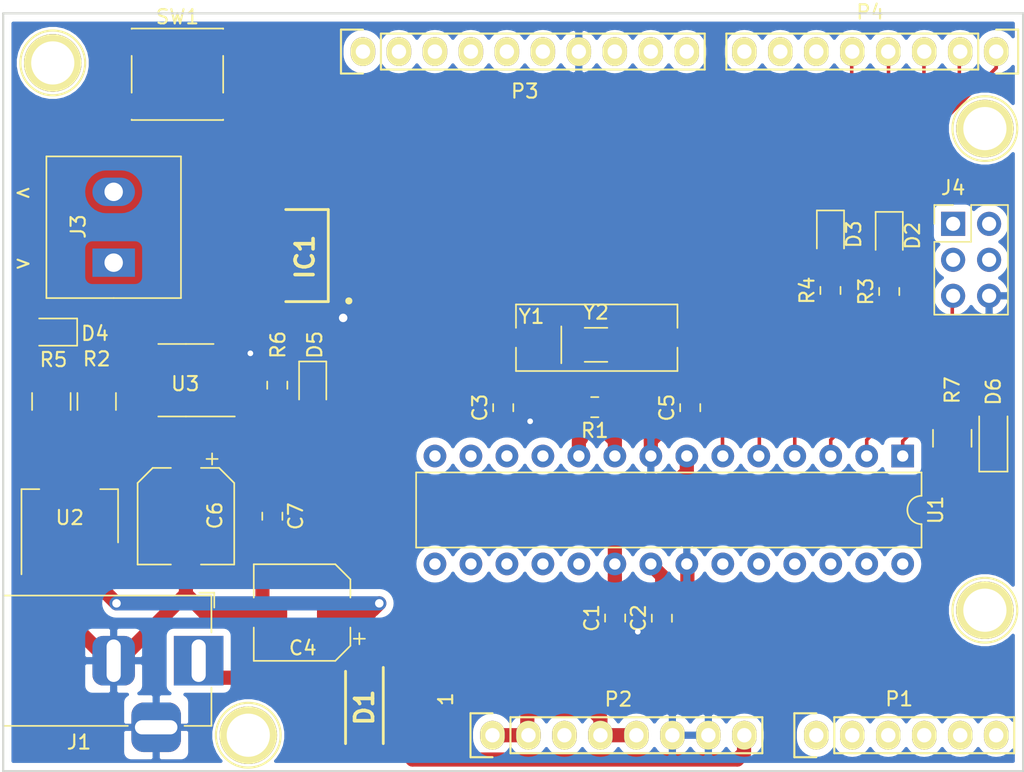
<source format=kicad_pcb>
(kicad_pcb (version 20171130) (host pcbnew "(5.1.4)-1")

  (general
    (thickness 1.6)
    (drawings 11)
    (tracks 164)
    (zones 0)
    (modules 38)
    (nets 41)
  )

  (page A4)
  (title_block
    (date "lun. 30 mars 2015")
  )

  (layers
    (0 F.Cu signal)
    (31 B.Cu signal)
    (32 B.Adhes user hide)
    (33 F.Adhes user hide)
    (34 B.Paste user)
    (35 F.Paste user)
    (36 B.SilkS user)
    (37 F.SilkS user)
    (38 B.Mask user)
    (39 F.Mask user)
    (40 Dwgs.User user)
    (41 Cmts.User user)
    (42 Eco1.User user)
    (43 Eco2.User user)
    (44 Edge.Cuts user)
    (45 Margin user)
    (46 B.CrtYd user)
    (47 F.CrtYd user)
    (48 B.Fab user)
    (49 F.Fab user hide)
  )

  (setup
    (last_trace_width 0.25)
    (user_trace_width 1)
    (user_trace_width 1.5)
    (trace_clearance 0.2)
    (zone_clearance 0.508)
    (zone_45_only no)
    (trace_min 0.2)
    (via_size 0.6)
    (via_drill 0.4)
    (via_min_size 0.4)
    (via_min_drill 0.3)
    (user_via 0.8 0.6)
    (uvia_size 0.3)
    (uvia_drill 0.1)
    (uvias_allowed no)
    (uvia_min_size 0.2)
    (uvia_min_drill 0.1)
    (edge_width 0.15)
    (segment_width 0.15)
    (pcb_text_width 0.3)
    (pcb_text_size 1.5 1.5)
    (mod_edge_width 0.15)
    (mod_text_size 1 1)
    (mod_text_width 0.15)
    (pad_size 2 3)
    (pad_drill 1.3)
    (pad_to_mask_clearance 0)
    (aux_axis_origin 107.698 126.365)
    (grid_origin 107.698 126.365)
    (visible_elements 7FFFFFFF)
    (pcbplotparams
      (layerselection 0x00030_80000001)
      (usegerberextensions false)
      (usegerberattributes false)
      (usegerberadvancedattributes false)
      (creategerberjobfile false)
      (excludeedgelayer true)
      (linewidth 0.100000)
      (plotframeref false)
      (viasonmask false)
      (mode 1)
      (useauxorigin false)
      (hpglpennumber 1)
      (hpglpenspeed 20)
      (hpglpendiameter 15.000000)
      (psnegative false)
      (psa4output false)
      (plotreference true)
      (plotvalue true)
      (plotinvisibletext false)
      (padsonsilk false)
      (subtractmaskfromsilk false)
      (outputformat 1)
      (mirror false)
      (drillshape 1)
      (scaleselection 1)
      (outputdirectory ""))
  )

  (net 0 "")
  (net 1 +5V)
  (net 2 GND)
  (net 3 "Net-(P5-Pad1)")
  (net 4 "Net-(P6-Pad1)")
  (net 5 "Net-(P7-Pad1)")
  (net 6 "Net-(P8-Pad1)")
  (net 7 AREF)
  (net 8 XTAL2)
  (net 9 "Net-(C4-Pad1)")
  (net 10 XTAL1)
  (net 11 Vin)
  (net 12 "Net-(D2-Pad2)")
  (net 13 Rx)
  (net 14 "Net-(D3-Pad2)")
  (net 15 Tx)
  (net 16 "Net-(D4-Pad2)")
  (net 17 "Net-(D5-Pad2)")
  (net 18 Reset)
  (net 19 "Net-(IC1-Pad5)")
  (net 20 "Net-(IC1-Pad4)")
  (net 21 "Net-(IC1-Pad3)")
  (net 22 PD7)
  (net 23 "PB3(MOSI)")
  (net 24 "PB5(SCK)")
  (net 25 "PB4(MISO)")
  (net 26 A0)
  (net 27 A1)
  (net 28 A2)
  (net 29 A3)
  (net 30 "A4(SDA)")
  (net 31 "A5(SCL)")
  (net 32 "PB0(8)")
  (net 33 "PB1(9)")
  (net 34 "PB2(SS)")
  (net 35 PD2)
  (net 36 PD3)
  (net 37 PD4)
  (net 38 PD5)
  (net 39 PD6)
  (net 40 "Net-(R6-Pad1)")

  (net_class Default "This is the default net class."
    (clearance 0.2)
    (trace_width 0.25)
    (via_dia 0.6)
    (via_drill 0.4)
    (uvia_dia 0.3)
    (uvia_drill 0.1)
    (add_net +5V)
    (add_net A0)
    (add_net A1)
    (add_net A2)
    (add_net A3)
    (add_net "A4(SDA)")
    (add_net "A5(SCL)")
    (add_net AREF)
    (add_net GND)
    (add_net "Net-(C4-Pad1)")
    (add_net "Net-(D2-Pad2)")
    (add_net "Net-(D3-Pad2)")
    (add_net "Net-(D4-Pad2)")
    (add_net "Net-(D5-Pad2)")
    (add_net "Net-(IC1-Pad3)")
    (add_net "Net-(IC1-Pad4)")
    (add_net "Net-(IC1-Pad5)")
    (add_net "Net-(P5-Pad1)")
    (add_net "Net-(P6-Pad1)")
    (add_net "Net-(P7-Pad1)")
    (add_net "Net-(P8-Pad1)")
    (add_net "Net-(R6-Pad1)")
    (add_net "PB0(8)")
    (add_net "PB1(9)")
    (add_net "PB2(SS)")
    (add_net "PB3(MOSI)")
    (add_net "PB4(MISO)")
    (add_net "PB5(SCK)")
    (add_net PD2)
    (add_net PD3)
    (add_net PD4)
    (add_net PD5)
    (add_net PD6)
    (add_net PD7)
    (add_net Reset)
    (add_net Rx)
    (add_net Tx)
    (add_net Vin)
    (add_net XTAL1)
    (add_net XTAL2)
  )

  (net_class Power ""
    (clearance 0.6)
    (trace_width 1)
    (via_dia 0.8)
    (via_drill 0.6)
    (uvia_dia 0.3)
    (uvia_drill 0.1)
  )

  (net_class Signal ""
    (clearance 0.2)
    (trace_width 0.25)
    (via_dia 0.6)
    (via_drill 0.4)
    (uvia_dia 0.3)
    (uvia_drill 0.1)
  )

  (module Resistor_SMD:R_1210_3225Metric (layer F.Cu) (tedit 5B301BBD) (tstamp 5DAE76B4)
    (at 174.698 102.865 90)
    (descr "Resistor SMD 1210 (3225 Metric), square (rectangular) end terminal, IPC_7351 nominal, (Body size source: http://www.tortai-tech.com/upload/download/2011102023233369053.pdf), generated with kicad-footprint-generator")
    (tags resistor)
    (path /5DADF607)
    (attr smd)
    (fp_text reference R7 (at 3.4 0 90) (layer F.SilkS)
      (effects (font (size 1 1) (thickness 0.15)))
    )
    (fp_text value 10k (at 0 2.28 90) (layer F.Fab)
      (effects (font (size 1 1) (thickness 0.15)))
    )
    (fp_text user %R (at 0 0 90) (layer F.Fab)
      (effects (font (size 0.8 0.8) (thickness 0.12)))
    )
    (fp_line (start 2.28 1.58) (end -2.28 1.58) (layer F.CrtYd) (width 0.05))
    (fp_line (start 2.28 -1.58) (end 2.28 1.58) (layer F.CrtYd) (width 0.05))
    (fp_line (start -2.28 -1.58) (end 2.28 -1.58) (layer F.CrtYd) (width 0.05))
    (fp_line (start -2.28 1.58) (end -2.28 -1.58) (layer F.CrtYd) (width 0.05))
    (fp_line (start -0.602064 1.36) (end 0.602064 1.36) (layer F.SilkS) (width 0.12))
    (fp_line (start -0.602064 -1.36) (end 0.602064 -1.36) (layer F.SilkS) (width 0.12))
    (fp_line (start 1.6 1.25) (end -1.6 1.25) (layer F.Fab) (width 0.1))
    (fp_line (start 1.6 -1.25) (end 1.6 1.25) (layer F.Fab) (width 0.1))
    (fp_line (start -1.6 -1.25) (end 1.6 -1.25) (layer F.Fab) (width 0.1))
    (fp_line (start -1.6 1.25) (end -1.6 -1.25) (layer F.Fab) (width 0.1))
    (pad 2 smd roundrect (at 1.4 0 90) (size 1.25 2.65) (layers F.Cu F.Paste F.Mask) (roundrect_rratio 0.2)
      (net 18 Reset))
    (pad 1 smd roundrect (at -1.4 0 90) (size 1.25 2.65) (layers F.Cu F.Paste F.Mask) (roundrect_rratio 0.2)
      (net 1 +5V))
    (model ${KISYS3DMOD}/Resistor_SMD.3dshapes/R_1210_3225Metric.wrl
      (at (xyz 0 0 0))
      (scale (xyz 1 1 1))
      (rotate (xyz 0 0 0))
    )
  )

  (module Diode_SMD:D_SOD-123 (layer F.Cu) (tedit 58645DC7) (tstamp 5DAB4255)
    (at 177.598 102.965 90)
    (descr SOD-123)
    (tags SOD-123)
    (path /5DAE3052)
    (attr smd)
    (fp_text reference D6 (at 3.4 0 90) (layer F.SilkS)
      (effects (font (size 1 1) (thickness 0.15)))
    )
    (fp_text value 1N4148W (at 0 2.1 90) (layer F.Fab)
      (effects (font (size 1 1) (thickness 0.15)))
    )
    (fp_line (start -2.25 -1) (end 1.65 -1) (layer F.SilkS) (width 0.12))
    (fp_line (start -2.25 1) (end 1.65 1) (layer F.SilkS) (width 0.12))
    (fp_line (start -2.35 -1.15) (end -2.35 1.15) (layer F.CrtYd) (width 0.05))
    (fp_line (start 2.35 1.15) (end -2.35 1.15) (layer F.CrtYd) (width 0.05))
    (fp_line (start 2.35 -1.15) (end 2.35 1.15) (layer F.CrtYd) (width 0.05))
    (fp_line (start -2.35 -1.15) (end 2.35 -1.15) (layer F.CrtYd) (width 0.05))
    (fp_line (start -1.4 -0.9) (end 1.4 -0.9) (layer F.Fab) (width 0.1))
    (fp_line (start 1.4 -0.9) (end 1.4 0.9) (layer F.Fab) (width 0.1))
    (fp_line (start 1.4 0.9) (end -1.4 0.9) (layer F.Fab) (width 0.1))
    (fp_line (start -1.4 0.9) (end -1.4 -0.9) (layer F.Fab) (width 0.1))
    (fp_line (start -0.75 0) (end -0.35 0) (layer F.Fab) (width 0.1))
    (fp_line (start -0.35 0) (end -0.35 -0.55) (layer F.Fab) (width 0.1))
    (fp_line (start -0.35 0) (end -0.35 0.55) (layer F.Fab) (width 0.1))
    (fp_line (start -0.35 0) (end 0.25 -0.4) (layer F.Fab) (width 0.1))
    (fp_line (start 0.25 -0.4) (end 0.25 0.4) (layer F.Fab) (width 0.1))
    (fp_line (start 0.25 0.4) (end -0.35 0) (layer F.Fab) (width 0.1))
    (fp_line (start 0.25 0) (end 0.75 0) (layer F.Fab) (width 0.1))
    (fp_line (start -2.25 -1) (end -2.25 1) (layer F.SilkS) (width 0.12))
    (fp_text user %R (at 0 -2 90) (layer F.Fab)
      (effects (font (size 1 1) (thickness 0.15)))
    )
    (pad 2 smd rect (at 1.65 0 90) (size 0.9 1.2) (layers F.Cu F.Paste F.Mask)
      (net 18 Reset))
    (pad 1 smd rect (at -1.65 0 90) (size 0.9 1.2) (layers F.Cu F.Paste F.Mask)
      (net 1 +5V))
    (model ${KISYS3DMOD}/Diode_SMD.3dshapes/D_SOD-123.wrl
      (at (xyz 0 0 0))
      (scale (xyz 1 1 1))
      (rotate (xyz 0 0 0))
    )
  )

  (module Capacitor_SMD:C_0805_2012Metric (layer F.Cu) (tedit 5B36C52B) (tstamp 5DAE4C5C)
    (at 150.898 115.5525 90)
    (descr "Capacitor SMD 0805 (2012 Metric), square (rectangular) end terminal, IPC_7351 nominal, (Body size source: https://docs.google.com/spreadsheets/d/1BsfQQcO9C6DZCsRaXUlFlo91Tg2WpOkGARC1WS5S8t0/edit?usp=sharing), generated with kicad-footprint-generator")
    (tags capacitor)
    (path /5DB1CA6E)
    (attr smd)
    (fp_text reference C1 (at 0 -1.65 90) (layer F.SilkS)
      (effects (font (size 1 1) (thickness 0.15)))
    )
    (fp_text value 100nF (at 0 1.65 90) (layer F.Fab)
      (effects (font (size 1 1) (thickness 0.15)))
    )
    (fp_text user %R (at 0 0 90) (layer F.Fab)
      (effects (font (size 0.5 0.5) (thickness 0.08)))
    )
    (fp_line (start 1.68 0.95) (end -1.68 0.95) (layer F.CrtYd) (width 0.05))
    (fp_line (start 1.68 -0.95) (end 1.68 0.95) (layer F.CrtYd) (width 0.05))
    (fp_line (start -1.68 -0.95) (end 1.68 -0.95) (layer F.CrtYd) (width 0.05))
    (fp_line (start -1.68 0.95) (end -1.68 -0.95) (layer F.CrtYd) (width 0.05))
    (fp_line (start -0.258578 0.71) (end 0.258578 0.71) (layer F.SilkS) (width 0.12))
    (fp_line (start -0.258578 -0.71) (end 0.258578 -0.71) (layer F.SilkS) (width 0.12))
    (fp_line (start 1 0.6) (end -1 0.6) (layer F.Fab) (width 0.1))
    (fp_line (start 1 -0.6) (end 1 0.6) (layer F.Fab) (width 0.1))
    (fp_line (start -1 -0.6) (end 1 -0.6) (layer F.Fab) (width 0.1))
    (fp_line (start -1 0.6) (end -1 -0.6) (layer F.Fab) (width 0.1))
    (pad 2 smd roundrect (at 0.9375 0 90) (size 0.975 1.4) (layers F.Cu F.Paste F.Mask) (roundrect_rratio 0.25)
      (net 1 +5V))
    (pad 1 smd roundrect (at -0.9375 0 90) (size 0.975 1.4) (layers F.Cu F.Paste F.Mask) (roundrect_rratio 0.25)
      (net 2 GND))
    (model ${KISYS3DMOD}/Capacitor_SMD.3dshapes/C_0805_2012Metric.wrl
      (at (xyz 0 0 0))
      (scale (xyz 1 1 1))
      (rotate (xyz 0 0 0))
    )
  )

  (module Capacitor_SMD:C_0805_2012Metric (layer F.Cu) (tedit 5B36C52B) (tstamp 5DAE4C2C)
    (at 154.198 115.565 90)
    (descr "Capacitor SMD 0805 (2012 Metric), square (rectangular) end terminal, IPC_7351 nominal, (Body size source: https://docs.google.com/spreadsheets/d/1BsfQQcO9C6DZCsRaXUlFlo91Tg2WpOkGARC1WS5S8t0/edit?usp=sharing), generated with kicad-footprint-generator")
    (tags capacitor)
    (path /5DB1B09A)
    (attr smd)
    (fp_text reference C2 (at 0 -1.65 90) (layer F.SilkS)
      (effects (font (size 1 1) (thickness 0.15)))
    )
    (fp_text value 100nF (at 0 1.65 90) (layer F.Fab)
      (effects (font (size 1 1) (thickness 0.15)))
    )
    (fp_text user %R (at 0 0 90) (layer F.Fab)
      (effects (font (size 0.5 0.5) (thickness 0.08)))
    )
    (fp_line (start 1.68 0.95) (end -1.68 0.95) (layer F.CrtYd) (width 0.05))
    (fp_line (start 1.68 -0.95) (end 1.68 0.95) (layer F.CrtYd) (width 0.05))
    (fp_line (start -1.68 -0.95) (end 1.68 -0.95) (layer F.CrtYd) (width 0.05))
    (fp_line (start -1.68 0.95) (end -1.68 -0.95) (layer F.CrtYd) (width 0.05))
    (fp_line (start -0.258578 0.71) (end 0.258578 0.71) (layer F.SilkS) (width 0.12))
    (fp_line (start -0.258578 -0.71) (end 0.258578 -0.71) (layer F.SilkS) (width 0.12))
    (fp_line (start 1 0.6) (end -1 0.6) (layer F.Fab) (width 0.1))
    (fp_line (start 1 -0.6) (end 1 0.6) (layer F.Fab) (width 0.1))
    (fp_line (start -1 -0.6) (end 1 -0.6) (layer F.Fab) (width 0.1))
    (fp_line (start -1 0.6) (end -1 -0.6) (layer F.Fab) (width 0.1))
    (pad 2 smd roundrect (at 0.9375 0 90) (size 0.975 1.4) (layers F.Cu F.Paste F.Mask) (roundrect_rratio 0.25)
      (net 7 AREF))
    (pad 1 smd roundrect (at -0.9375 0 90) (size 0.975 1.4) (layers F.Cu F.Paste F.Mask) (roundrect_rratio 0.25)
      (net 2 GND))
    (model ${KISYS3DMOD}/Capacitor_SMD.3dshapes/C_0805_2012Metric.wrl
      (at (xyz 0 0 0))
      (scale (xyz 1 1 1))
      (rotate (xyz 0 0 0))
    )
  )

  (module Package_DIP:DIP-28_W7.62mm (layer F.Cu) (tedit 5A02E8C5) (tstamp 5DAE4D8C)
    (at 171.198 104.115 270)
    (descr "28-lead though-hole mounted DIP package, row spacing 7.62 mm (300 mils)")
    (tags "THT DIP DIL PDIP 2.54mm 7.62mm 300mil")
    (path /5DA59660)
    (fp_text reference U1 (at 3.81 -2.33 90) (layer F.SilkS)
      (effects (font (size 1 1) (thickness 0.15)))
    )
    (fp_text value ATmega328P-PU (at 3.81 35.35 90) (layer F.Fab)
      (effects (font (size 1 1) (thickness 0.15)))
    )
    (fp_text user %R (at 3.81 16.51 90) (layer F.Fab)
      (effects (font (size 1 1) (thickness 0.15)))
    )
    (fp_line (start 8.7 -1.55) (end -1.1 -1.55) (layer F.CrtYd) (width 0.05))
    (fp_line (start 8.7 34.55) (end 8.7 -1.55) (layer F.CrtYd) (width 0.05))
    (fp_line (start -1.1 34.55) (end 8.7 34.55) (layer F.CrtYd) (width 0.05))
    (fp_line (start -1.1 -1.55) (end -1.1 34.55) (layer F.CrtYd) (width 0.05))
    (fp_line (start 6.46 -1.33) (end 4.81 -1.33) (layer F.SilkS) (width 0.12))
    (fp_line (start 6.46 34.35) (end 6.46 -1.33) (layer F.SilkS) (width 0.12))
    (fp_line (start 1.16 34.35) (end 6.46 34.35) (layer F.SilkS) (width 0.12))
    (fp_line (start 1.16 -1.33) (end 1.16 34.35) (layer F.SilkS) (width 0.12))
    (fp_line (start 2.81 -1.33) (end 1.16 -1.33) (layer F.SilkS) (width 0.12))
    (fp_line (start 0.635 -0.27) (end 1.635 -1.27) (layer F.Fab) (width 0.1))
    (fp_line (start 0.635 34.29) (end 0.635 -0.27) (layer F.Fab) (width 0.1))
    (fp_line (start 6.985 34.29) (end 0.635 34.29) (layer F.Fab) (width 0.1))
    (fp_line (start 6.985 -1.27) (end 6.985 34.29) (layer F.Fab) (width 0.1))
    (fp_line (start 1.635 -1.27) (end 6.985 -1.27) (layer F.Fab) (width 0.1))
    (fp_arc (start 3.81 -1.33) (end 2.81 -1.33) (angle -180) (layer F.SilkS) (width 0.12))
    (pad 28 thru_hole oval (at 7.62 0 270) (size 1.6 1.6) (drill 0.8) (layers *.Cu *.Mask)
      (net 31 "A5(SCL)"))
    (pad 14 thru_hole oval (at 0 33.02 270) (size 1.6 1.6) (drill 0.8) (layers *.Cu *.Mask)
      (net 32 "PB0(8)"))
    (pad 27 thru_hole oval (at 7.62 2.54 270) (size 1.6 1.6) (drill 0.8) (layers *.Cu *.Mask)
      (net 30 "A4(SDA)"))
    (pad 13 thru_hole oval (at 0 30.48 270) (size 1.6 1.6) (drill 0.8) (layers *.Cu *.Mask)
      (net 22 PD7))
    (pad 26 thru_hole oval (at 7.62 5.08 270) (size 1.6 1.6) (drill 0.8) (layers *.Cu *.Mask)
      (net 29 A3))
    (pad 12 thru_hole oval (at 0 27.94 270) (size 1.6 1.6) (drill 0.8) (layers *.Cu *.Mask)
      (net 39 PD6))
    (pad 25 thru_hole oval (at 7.62 7.62 270) (size 1.6 1.6) (drill 0.8) (layers *.Cu *.Mask)
      (net 28 A2))
    (pad 11 thru_hole oval (at 0 25.4 270) (size 1.6 1.6) (drill 0.8) (layers *.Cu *.Mask)
      (net 38 PD5))
    (pad 24 thru_hole oval (at 7.62 10.16 270) (size 1.6 1.6) (drill 0.8) (layers *.Cu *.Mask)
      (net 27 A1))
    (pad 10 thru_hole oval (at 0 22.86 270) (size 1.6 1.6) (drill 0.8) (layers *.Cu *.Mask)
      (net 8 XTAL2))
    (pad 23 thru_hole oval (at 7.62 12.7 270) (size 1.6 1.6) (drill 0.8) (layers *.Cu *.Mask)
      (net 26 A0))
    (pad 9 thru_hole oval (at 0 20.32 270) (size 1.6 1.6) (drill 0.8) (layers *.Cu *.Mask)
      (net 10 XTAL1))
    (pad 22 thru_hole oval (at 7.62 15.24 270) (size 1.6 1.6) (drill 0.8) (layers *.Cu *.Mask)
      (net 2 GND))
    (pad 8 thru_hole oval (at 0 17.78 270) (size 1.6 1.6) (drill 0.8) (layers *.Cu *.Mask)
      (net 2 GND))
    (pad 21 thru_hole oval (at 7.62 17.78 270) (size 1.6 1.6) (drill 0.8) (layers *.Cu *.Mask)
      (net 7 AREF))
    (pad 7 thru_hole oval (at 0 15.24 270) (size 1.6 1.6) (drill 0.8) (layers *.Cu *.Mask)
      (net 1 +5V))
    (pad 20 thru_hole oval (at 7.62 20.32 270) (size 1.6 1.6) (drill 0.8) (layers *.Cu *.Mask)
      (net 1 +5V))
    (pad 6 thru_hole oval (at 0 12.7 270) (size 1.6 1.6) (drill 0.8) (layers *.Cu *.Mask)
      (net 37 PD4))
    (pad 19 thru_hole oval (at 7.62 22.86 270) (size 1.6 1.6) (drill 0.8) (layers *.Cu *.Mask)
      (net 24 "PB5(SCK)"))
    (pad 5 thru_hole oval (at 0 10.16 270) (size 1.6 1.6) (drill 0.8) (layers *.Cu *.Mask)
      (net 36 PD3))
    (pad 18 thru_hole oval (at 7.62 25.4 270) (size 1.6 1.6) (drill 0.8) (layers *.Cu *.Mask)
      (net 25 "PB4(MISO)"))
    (pad 4 thru_hole oval (at 0 7.62 270) (size 1.6 1.6) (drill 0.8) (layers *.Cu *.Mask)
      (net 35 PD2))
    (pad 17 thru_hole oval (at 7.62 27.94 270) (size 1.6 1.6) (drill 0.8) (layers *.Cu *.Mask)
      (net 23 "PB3(MOSI)"))
    (pad 3 thru_hole oval (at 0 5.08 270) (size 1.6 1.6) (drill 0.8) (layers *.Cu *.Mask)
      (net 15 Tx))
    (pad 16 thru_hole oval (at 7.62 30.48 270) (size 1.6 1.6) (drill 0.8) (layers *.Cu *.Mask)
      (net 34 "PB2(SS)"))
    (pad 2 thru_hole oval (at 0 2.54 270) (size 1.6 1.6) (drill 0.8) (layers *.Cu *.Mask)
      (net 13 Rx))
    (pad 15 thru_hole oval (at 7.62 33.02 270) (size 1.6 1.6) (drill 0.8) (layers *.Cu *.Mask)
      (net 33 "PB1(9)"))
    (pad 1 thru_hole rect (at 0 0 270) (size 1.6 1.6) (drill 0.8) (layers *.Cu *.Mask)
      (net 18 Reset))
    (model ${KISYS3DMOD}/Package_DIP.3dshapes/DIP-28_W7.62mm.wrl
      (at (xyz 0 0 0))
      (scale (xyz 1 1 1))
      (rotate (xyz 0 0 0))
    )
  )

  (module Crystal:Resonator_SMD_muRata_CDSCB-2Pin_4.5x2.0mm (layer F.Cu) (tedit 5A0FD1B2) (tstamp 5DAE4BA1)
    (at 149.548 96.265)
    (descr "SMD Resomator/Filter Murata CDSCB, http://cdn-reichelt.de/documents/datenblatt/B400/SFECV-107.pdf, 4.5x2.0mm^2 package")
    (tags "SMD SMT ceramic resonator filter filter")
    (path /5E07A052)
    (attr smd)
    (fp_text reference Y2 (at 0 -2.3) (layer F.SilkS)
      (effects (font (size 1 1) (thickness 0.15)))
    )
    (fp_text value 16MHz (at 0 2.3) (layer F.Fab)
      (effects (font (size 1 1) (thickness 0.15)))
    )
    (fp_line (start 2.5 -1.6) (end -2.5 -1.6) (layer F.CrtYd) (width 0.05))
    (fp_line (start 2.5 1.6) (end 2.5 -1.6) (layer F.CrtYd) (width 0.05))
    (fp_line (start -2.5 1.6) (end 2.5 1.6) (layer F.CrtYd) (width 0.05))
    (fp_line (start -2.5 -1.6) (end -2.5 1.6) (layer F.CrtYd) (width 0.05))
    (fp_line (start -2.45 -1.3) (end -2.45 1.3) (layer F.SilkS) (width 0.12))
    (fp_line (start -0.8 1.2) (end 0.8 1.2) (layer F.SilkS) (width 0.12))
    (fp_line (start -0.8 -1.2) (end 0.8 -1.2) (layer F.SilkS) (width 0.12))
    (fp_line (start -2.25 0) (end -1.25 1) (layer F.Fab) (width 0.1))
    (fp_line (start 2.25 -1) (end -2.25 -1) (layer F.Fab) (width 0.1))
    (fp_line (start 2.25 1) (end 2.25 -1) (layer F.Fab) (width 0.1))
    (fp_line (start -2.25 1) (end 2.25 1) (layer F.Fab) (width 0.1))
    (fp_line (start -2.25 -1) (end -2.25 1) (layer F.Fab) (width 0.1))
    (fp_text user %R (at 0 0) (layer F.Fab)
      (effects (font (size 1 1) (thickness 0.15)))
    )
    (pad 2 smd rect (at 1.5 0) (size 1 2.6) (layers F.Cu F.Paste F.Mask)
      (net 10 XTAL1))
    (pad 1 smd rect (at -1.5 0) (size 1 2.6) (layers F.Cu F.Paste F.Mask)
      (net 8 XTAL2))
    (model ${KISYS3DMOD}/Crystal.3dshapes/Resonator_SMD_muRata_CDSCB-2Pin_4.5x2.0mm.wrl
      (at (xyz 0 0 0))
      (scale (xyz 1 1 1))
      (rotate (xyz 0 0 0))
    )
  )

  (module Capacitor_SMD:C_1210_3225Metric (layer F.Cu) (tedit 5B301BBE) (tstamp 5DAB43CE)
    (at 111.098 100.265 90)
    (descr "Capacitor SMD 1210 (3225 Metric), square (rectangular) end terminal, IPC_7351 nominal, (Body size source: http://www.tortai-tech.com/upload/download/2011102023233369053.pdf), generated with kicad-footprint-generator")
    (tags capacitor)
    (path /5DF17941)
    (attr smd)
    (fp_text reference R5 (at 2.95 0.15 180) (layer F.SilkS)
      (effects (font (size 1 1) (thickness 0.15)))
    )
    (fp_text value 1k (at 0 2.28 90) (layer F.Fab)
      (effects (font (size 1 1) (thickness 0.15)))
    )
    (fp_text user %R (at 0 0 90) (layer F.Fab)
      (effects (font (size 0.8 0.8) (thickness 0.12)))
    )
    (fp_line (start 2.28 1.58) (end -2.28 1.58) (layer F.CrtYd) (width 0.05))
    (fp_line (start 2.28 -1.58) (end 2.28 1.58) (layer F.CrtYd) (width 0.05))
    (fp_line (start -2.28 -1.58) (end 2.28 -1.58) (layer F.CrtYd) (width 0.05))
    (fp_line (start -2.28 1.58) (end -2.28 -1.58) (layer F.CrtYd) (width 0.05))
    (fp_line (start -0.602064 1.36) (end 0.602064 1.36) (layer F.SilkS) (width 0.12))
    (fp_line (start -0.602064 -1.36) (end 0.602064 -1.36) (layer F.SilkS) (width 0.12))
    (fp_line (start 1.6 1.25) (end -1.6 1.25) (layer F.Fab) (width 0.1))
    (fp_line (start 1.6 -1.25) (end 1.6 1.25) (layer F.Fab) (width 0.1))
    (fp_line (start -1.6 -1.25) (end 1.6 -1.25) (layer F.Fab) (width 0.1))
    (fp_line (start -1.6 1.25) (end -1.6 -1.25) (layer F.Fab) (width 0.1))
    (pad 2 smd roundrect (at 1.4 0 90) (size 1.25 2.65) (layers F.Cu F.Paste F.Mask) (roundrect_rratio 0.2)
      (net 16 "Net-(D4-Pad2)"))
    (pad 1 smd roundrect (at -1.4 0 90) (size 1.25 2.65) (layers F.Cu F.Paste F.Mask) (roundrect_rratio 0.2)
      (net 1 +5V))
    (model ${KISYS3DMOD}/Capacitor_SMD.3dshapes/C_1210_3225Metric.wrl
      (at (xyz 0 0 0))
      (scale (xyz 1 1 1))
      (rotate (xyz 0 0 0))
    )
  )

  (module Capacitor_SMD:C_1210_3225Metric (layer F.Cu) (tedit 5B301BBE) (tstamp 5DAB439B)
    (at 114.298 100.265 90)
    (descr "Capacitor SMD 1210 (3225 Metric), square (rectangular) end terminal, IPC_7351 nominal, (Body size source: http://www.tortai-tech.com/upload/download/2011102023233369053.pdf), generated with kicad-footprint-generator")
    (tags capacitor)
    (path /5DB922B5)
    (attr smd)
    (fp_text reference R2 (at 3 0 180) (layer F.SilkS)
      (effects (font (size 1 1) (thickness 0.15)))
    )
    (fp_text value 1k (at 0 2.28 90) (layer F.Fab)
      (effects (font (size 1 1) (thickness 0.15)))
    )
    (fp_text user %R (at 0 0 90) (layer F.Fab)
      (effects (font (size 0.8 0.8) (thickness 0.12)))
    )
    (fp_line (start 2.28 1.58) (end -2.28 1.58) (layer F.CrtYd) (width 0.05))
    (fp_line (start 2.28 -1.58) (end 2.28 1.58) (layer F.CrtYd) (width 0.05))
    (fp_line (start -2.28 -1.58) (end 2.28 -1.58) (layer F.CrtYd) (width 0.05))
    (fp_line (start -2.28 1.58) (end -2.28 -1.58) (layer F.CrtYd) (width 0.05))
    (fp_line (start -0.602064 1.36) (end 0.602064 1.36) (layer F.SilkS) (width 0.12))
    (fp_line (start -0.602064 -1.36) (end 0.602064 -1.36) (layer F.SilkS) (width 0.12))
    (fp_line (start 1.6 1.25) (end -1.6 1.25) (layer F.Fab) (width 0.1))
    (fp_line (start 1.6 -1.25) (end 1.6 1.25) (layer F.Fab) (width 0.1))
    (fp_line (start -1.6 -1.25) (end 1.6 -1.25) (layer F.Fab) (width 0.1))
    (fp_line (start -1.6 1.25) (end -1.6 -1.25) (layer F.Fab) (width 0.1))
    (pad 2 smd roundrect (at 1.4 0 90) (size 1.25 2.65) (layers F.Cu F.Paste F.Mask) (roundrect_rratio 0.2)
      (net 16 "Net-(D4-Pad2)"))
    (pad 1 smd roundrect (at -1.4 0 90) (size 1.25 2.65) (layers F.Cu F.Paste F.Mask) (roundrect_rratio 0.2)
      (net 1 +5V))
    (model ${KISYS3DMOD}/Capacitor_SMD.3dshapes/C_1210_3225Metric.wrl
      (at (xyz 0 0 0))
      (scale (xyz 1 1 1))
      (rotate (xyz 0 0 0))
    )
  )

  (module LED_SMD:LED_0805_2012Metric (layer F.Cu) (tedit 5B36C52C) (tstamp 5DAB4229)
    (at 111.2355 95.365 180)
    (descr "LED SMD 0805 (2012 Metric), square (rectangular) end terminal, IPC_7351 nominal, (Body size source: https://docs.google.com/spreadsheets/d/1BsfQQcO9C6DZCsRaXUlFlo91Tg2WpOkGARC1WS5S8t0/edit?usp=sharing), generated with kicad-footprint-generator")
    (tags diode)
    (path /5DB922BC)
    (attr smd)
    (fp_text reference D4 (at -2.9375 -0.1) (layer F.SilkS)
      (effects (font (size 1 1) (thickness 0.15)))
    )
    (fp_text value Red (at 0 1.65) (layer F.Fab)
      (effects (font (size 1 1) (thickness 0.15)))
    )
    (fp_text user %R (at 0 0) (layer F.Fab)
      (effects (font (size 0.5 0.5) (thickness 0.08)))
    )
    (fp_line (start 1.68 0.95) (end -1.68 0.95) (layer F.CrtYd) (width 0.05))
    (fp_line (start 1.68 -0.95) (end 1.68 0.95) (layer F.CrtYd) (width 0.05))
    (fp_line (start -1.68 -0.95) (end 1.68 -0.95) (layer F.CrtYd) (width 0.05))
    (fp_line (start -1.68 0.95) (end -1.68 -0.95) (layer F.CrtYd) (width 0.05))
    (fp_line (start -1.685 0.96) (end 1 0.96) (layer F.SilkS) (width 0.12))
    (fp_line (start -1.685 -0.96) (end -1.685 0.96) (layer F.SilkS) (width 0.12))
    (fp_line (start 1 -0.96) (end -1.685 -0.96) (layer F.SilkS) (width 0.12))
    (fp_line (start 1 0.6) (end 1 -0.6) (layer F.Fab) (width 0.1))
    (fp_line (start -1 0.6) (end 1 0.6) (layer F.Fab) (width 0.1))
    (fp_line (start -1 -0.3) (end -1 0.6) (layer F.Fab) (width 0.1))
    (fp_line (start -0.7 -0.6) (end -1 -0.3) (layer F.Fab) (width 0.1))
    (fp_line (start 1 -0.6) (end -0.7 -0.6) (layer F.Fab) (width 0.1))
    (pad 2 smd roundrect (at 0.9375 0 180) (size 0.975 1.4) (layers F.Cu F.Paste F.Mask) (roundrect_rratio 0.25)
      (net 16 "Net-(D4-Pad2)"))
    (pad 1 smd roundrect (at -0.9375 0 180) (size 0.975 1.4) (layers F.Cu F.Paste F.Mask) (roundrect_rratio 0.25)
      (net 2 GND))
    (model ${KISYS3DMOD}/LED_SMD.3dshapes/LED_0805_2012Metric.wrl
      (at (xyz 0 0 0))
      (scale (xyz 1 1 1))
      (rotate (xyz 0 0 0))
    )
  )

  (module Resistor_SMD:R_0805_2012Metric (layer F.Cu) (tedit 5B36C52B) (tstamp 5DAB43DF)
    (at 127.048 99.115 270)
    (descr "Resistor SMD 0805 (2012 Metric), square (rectangular) end terminal, IPC_7351 nominal, (Body size source: https://docs.google.com/spreadsheets/d/1BsfQQcO9C6DZCsRaXUlFlo91Tg2WpOkGARC1WS5S8t0/edit?usp=sharing), generated with kicad-footprint-generator")
    (tags resistor)
    (path /5DB2E378)
    (attr smd)
    (fp_text reference R6 (at -2.85 -0.05 90) (layer F.SilkS)
      (effects (font (size 1 1) (thickness 0.15)))
    )
    (fp_text value 1k (at 0 1.65 90) (layer F.Fab)
      (effects (font (size 1 1) (thickness 0.15)))
    )
    (fp_text user %R (at 0 0 90) (layer F.Fab)
      (effects (font (size 0.5 0.5) (thickness 0.08)))
    )
    (fp_line (start 1.68 0.95) (end -1.68 0.95) (layer F.CrtYd) (width 0.05))
    (fp_line (start 1.68 -0.95) (end 1.68 0.95) (layer F.CrtYd) (width 0.05))
    (fp_line (start -1.68 -0.95) (end 1.68 -0.95) (layer F.CrtYd) (width 0.05))
    (fp_line (start -1.68 0.95) (end -1.68 -0.95) (layer F.CrtYd) (width 0.05))
    (fp_line (start -0.258578 0.71) (end 0.258578 0.71) (layer F.SilkS) (width 0.12))
    (fp_line (start -0.258578 -0.71) (end 0.258578 -0.71) (layer F.SilkS) (width 0.12))
    (fp_line (start 1 0.6) (end -1 0.6) (layer F.Fab) (width 0.1))
    (fp_line (start 1 -0.6) (end 1 0.6) (layer F.Fab) (width 0.1))
    (fp_line (start -1 -0.6) (end 1 -0.6) (layer F.Fab) (width 0.1))
    (fp_line (start -1 0.6) (end -1 -0.6) (layer F.Fab) (width 0.1))
    (pad 2 smd roundrect (at 0.9375 0 270) (size 0.975 1.4) (layers F.Cu F.Paste F.Mask) (roundrect_rratio 0.25)
      (net 17 "Net-(D5-Pad2)"))
    (pad 1 smd roundrect (at -0.9375 0 270) (size 0.975 1.4) (layers F.Cu F.Paste F.Mask) (roundrect_rratio 0.25)
      (net 40 "Net-(R6-Pad1)"))
    (model ${KISYS3DMOD}/Resistor_SMD.3dshapes/R_0805_2012Metric.wrl
      (at (xyz 0 0 0))
      (scale (xyz 1 1 1))
      (rotate (xyz 0 0 0))
    )
  )

  (module kicad-lib:MKDSN-2.5-1734656 (layer F.Cu) (tedit 5DAC60C1) (tstamp 5DAC4C90)
    (at 115.498 87.965 90)
    (descr Phoenix-1734656)
    (path /5DC57FDE)
    (zone_connect 2)
    (fp_text reference J3 (at 0.05 -2.5 90) (layer F.SilkS)
      (effects (font (size 1 1) (thickness 0.15)))
    )
    (fp_text value Conn_01x02_Male (at 0.05 -3.9 90) (layer F.Fab)
      (effects (font (size 1 1) (thickness 0.15)))
    )
    (fp_line (start -5 0) (end -5 4.75) (layer F.SilkS) (width 0.12))
    (fp_line (start -5 4.75) (end 5 4.75) (layer F.SilkS) (width 0.12))
    (fp_line (start 5 4.75) (end 5 -4.75) (layer F.SilkS) (width 0.12))
    (fp_line (start 5 -4.75) (end -5 -4.75) (layer F.SilkS) (width 0.12))
    (fp_line (start -5 -4.75) (end -5 0) (layer F.SilkS) (width 0.12))
    (fp_line (start -5.5 -5.25) (end 5.5 -5.25) (layer F.CrtYd) (width 0.1))
    (fp_line (start 5.5 -5.25) (end 5.5 5.25) (layer F.CrtYd) (width 0.1))
    (fp_line (start 5.5 5.25) (end -5.5 5.25) (layer F.CrtYd) (width 0.1))
    (fp_line (start -5.5 5.25) (end -5.5 -5.25) (layer F.CrtYd) (width 0.1))
    (fp_line (start -4.8 -2.5) (end -4.8 -4.55) (layer F.Fab) (width 0.12))
    (fp_line (start -4.8 -4.55) (end -2.75 -4.55) (layer F.Fab) (width 0.12))
    (fp_line (start 4.8 2.5) (end 4.8 4.55) (layer F.Fab) (width 0.12))
    (fp_line (start 4.8 4.55) (end 2.75 4.55) (layer F.Fab) (width 0.12))
    (fp_line (start -2.75 4.55) (end -4.8 4.55) (layer F.Fab) (width 0.12))
    (fp_line (start -4.8 4.55) (end -4.8 2.5) (layer F.Fab) (width 0.12))
    (fp_line (start 2.75 -4.55) (end 4.8 -4.55) (layer F.Fab) (width 0.12))
    (fp_line (start 4.8 -4.55) (end 4.8 -2.5) (layer F.Fab) (width 0.12))
    (pad 1 thru_hole rect (at -2.5 0 90) (size 2 3) (drill 1.3) (layers *.Cu *.Mask)
      (net 21 "Net-(IC1-Pad3)") (zone_connect 2))
    (pad 2 thru_hole oval (at 2.5 0 90) (size 2 3) (drill 1.3) (layers *.Cu *.Mask)
      (net 19 "Net-(IC1-Pad5)") (zone_connect 2))
  )

  (module Connector_PinHeader_2.54mm:PinHeader_2x03_P2.54mm_Vertical (layer F.Cu) (tedit 59FED5CC) (tstamp 5DAE4D27)
    (at 174.758 87.725)
    (descr "Through hole straight pin header, 2x03, 2.54mm pitch, double rows")
    (tags "Through hole pin header THT 2x03 2.54mm double row")
    (path /5DB022F8)
    (fp_text reference J4 (at 0 -2.55) (layer F.SilkS)
      (effects (font (size 1 1) (thickness 0.15)))
    )
    (fp_text value Conn_02x03_Odd_Even (at 1.27 7.41) (layer F.Fab)
      (effects (font (size 1 1) (thickness 0.15)))
    )
    (fp_line (start 0 -1.27) (end 3.81 -1.27) (layer F.Fab) (width 0.1))
    (fp_line (start 3.81 -1.27) (end 3.81 6.35) (layer F.Fab) (width 0.1))
    (fp_line (start 3.81 6.35) (end -1.27 6.35) (layer F.Fab) (width 0.1))
    (fp_line (start -1.27 6.35) (end -1.27 0) (layer F.Fab) (width 0.1))
    (fp_line (start -1.27 0) (end 0 -1.27) (layer F.Fab) (width 0.1))
    (fp_line (start -1.33 6.41) (end 3.87 6.41) (layer F.SilkS) (width 0.12))
    (fp_line (start -1.33 1.27) (end -1.33 6.41) (layer F.SilkS) (width 0.12))
    (fp_line (start 3.87 -1.33) (end 3.87 6.41) (layer F.SilkS) (width 0.12))
    (fp_line (start -1.33 1.27) (end 1.27 1.27) (layer F.SilkS) (width 0.12))
    (fp_line (start 1.27 1.27) (end 1.27 -1.33) (layer F.SilkS) (width 0.12))
    (fp_line (start 1.27 -1.33) (end 3.87 -1.33) (layer F.SilkS) (width 0.12))
    (fp_line (start -1.33 0) (end -1.33 -1.33) (layer F.SilkS) (width 0.12))
    (fp_line (start -1.33 -1.33) (end 0 -1.33) (layer F.SilkS) (width 0.12))
    (fp_line (start -1.8 -1.8) (end -1.8 6.85) (layer F.CrtYd) (width 0.05))
    (fp_line (start -1.8 6.85) (end 4.35 6.85) (layer F.CrtYd) (width 0.05))
    (fp_line (start 4.35 6.85) (end 4.35 -1.8) (layer F.CrtYd) (width 0.05))
    (fp_line (start 4.35 -1.8) (end -1.8 -1.8) (layer F.CrtYd) (width 0.05))
    (fp_text user %R (at 1.27 2.54 90) (layer F.Fab)
      (effects (font (size 1 1) (thickness 0.15)))
    )
    (pad 1 thru_hole rect (at 0 0) (size 1.7 1.7) (drill 1) (layers *.Cu *.Mask)
      (net 25 "PB4(MISO)"))
    (pad 2 thru_hole oval (at 2.54 0) (size 1.7 1.7) (drill 1) (layers *.Cu *.Mask)
      (net 1 +5V))
    (pad 3 thru_hole oval (at 0 2.54) (size 1.7 1.7) (drill 1) (layers *.Cu *.Mask)
      (net 24 "PB5(SCK)"))
    (pad 4 thru_hole oval (at 2.54 2.54) (size 1.7 1.7) (drill 1) (layers *.Cu *.Mask)
      (net 23 "PB3(MOSI)"))
    (pad 5 thru_hole oval (at 0 5.08) (size 1.7 1.7) (drill 1) (layers *.Cu *.Mask)
      (net 18 Reset))
    (pad 6 thru_hole oval (at 2.54 5.08) (size 1.7 1.7) (drill 1) (layers *.Cu *.Mask)
      (net 2 GND))
    (model ${KISYS3DMOD}/Connector_PinHeader_2.54mm.3dshapes/PinHeader_2x03_P2.54mm_Vertical.wrl
      (at (xyz 0 0 0))
      (scale (xyz 1 1 1))
      (rotate (xyz 0 0 0))
    )
  )

  (module Package_SO:SOIC-8_3.9x4.9mm_P1.27mm (layer F.Cu) (tedit 5C97300E) (tstamp 5DAC72E0)
    (at 120.598 98.765 180)
    (descr "SOIC, 8 Pin (JEDEC MS-012AA, https://www.analog.com/media/en/package-pcb-resources/package/pkg_pdf/soic_narrow-r/r_8.pdf), generated with kicad-footprint-generator ipc_gullwing_generator.py")
    (tags "SOIC SO")
    (path /5DB297F1)
    (attr smd)
    (fp_text reference U3 (at 0.05 -0.25) (layer F.SilkS)
      (effects (font (size 1 1) (thickness 0.15)))
    )
    (fp_text value LM358 (at 0 3.4) (layer F.Fab)
      (effects (font (size 1 1) (thickness 0.15)))
    )
    (fp_text user %R (at 0 0) (layer F.Fab)
      (effects (font (size 0.98 0.98) (thickness 0.15)))
    )
    (fp_line (start 3.7 -2.7) (end -3.7 -2.7) (layer F.CrtYd) (width 0.05))
    (fp_line (start 3.7 2.7) (end 3.7 -2.7) (layer F.CrtYd) (width 0.05))
    (fp_line (start -3.7 2.7) (end 3.7 2.7) (layer F.CrtYd) (width 0.05))
    (fp_line (start -3.7 -2.7) (end -3.7 2.7) (layer F.CrtYd) (width 0.05))
    (fp_line (start -1.95 -1.475) (end -0.975 -2.45) (layer F.Fab) (width 0.1))
    (fp_line (start -1.95 2.45) (end -1.95 -1.475) (layer F.Fab) (width 0.1))
    (fp_line (start 1.95 2.45) (end -1.95 2.45) (layer F.Fab) (width 0.1))
    (fp_line (start 1.95 -2.45) (end 1.95 2.45) (layer F.Fab) (width 0.1))
    (fp_line (start -0.975 -2.45) (end 1.95 -2.45) (layer F.Fab) (width 0.1))
    (fp_line (start 0 -2.56) (end -3.45 -2.56) (layer F.SilkS) (width 0.12))
    (fp_line (start 0 -2.56) (end 1.95 -2.56) (layer F.SilkS) (width 0.12))
    (fp_line (start 0 2.56) (end -1.95 2.56) (layer F.SilkS) (width 0.12))
    (fp_line (start 0 2.56) (end 1.95 2.56) (layer F.SilkS) (width 0.12))
    (pad 8 smd roundrect (at 2.475 -1.905 180) (size 1.95 0.6) (layers F.Cu F.Paste F.Mask) (roundrect_rratio 0.25)
      (net 1 +5V))
    (pad 7 smd roundrect (at 2.475 -0.635 180) (size 1.95 0.6) (layers F.Cu F.Paste F.Mask) (roundrect_rratio 0.25))
    (pad 6 smd roundrect (at 2.475 0.635 180) (size 1.95 0.6) (layers F.Cu F.Paste F.Mask) (roundrect_rratio 0.25))
    (pad 5 smd roundrect (at 2.475 1.905 180) (size 1.95 0.6) (layers F.Cu F.Paste F.Mask) (roundrect_rratio 0.25))
    (pad 4 smd roundrect (at -2.475 1.905 180) (size 1.95 0.6) (layers F.Cu F.Paste F.Mask) (roundrect_rratio 0.25)
      (net 2 GND))
    (pad 3 smd roundrect (at -2.475 0.635 180) (size 1.95 0.6) (layers F.Cu F.Paste F.Mask) (roundrect_rratio 0.25)
      (net 24 "PB5(SCK)"))
    (pad 2 smd roundrect (at -2.475 -0.635 180) (size 1.95 0.6) (layers F.Cu F.Paste F.Mask) (roundrect_rratio 0.25)
      (net 40 "Net-(R6-Pad1)"))
    (pad 1 smd roundrect (at -2.475 -1.905 180) (size 1.95 0.6) (layers F.Cu F.Paste F.Mask) (roundrect_rratio 0.25)
      (net 40 "Net-(R6-Pad1)"))
    (model ${KISYS3DMOD}/Package_SO.3dshapes/SOIC-8_3.9x4.9mm_P1.27mm.wrl
      (at (xyz 0 0 0))
      (scale (xyz 1 1 1))
      (rotate (xyz 0 0 0))
    )
  )

  (module Package_TO_SOT_SMD:SOT-223-3_TabPin2 (layer F.Cu) (tedit 5A02FF57) (tstamp 5DAB5AAA)
    (at 112.398 108.365 90)
    (descr "module CMS SOT223 4 pins")
    (tags "CMS SOT")
    (path /5DB67BAD)
    (attr smd)
    (fp_text reference U2 (at -0.1 0 180) (layer F.SilkS)
      (effects (font (size 1 1) (thickness 0.15)))
    )
    (fp_text value NCP1117-5.0_SOT223 (at 0 4.5 90) (layer F.Fab)
      (effects (font (size 1 1) (thickness 0.15)))
    )
    (fp_line (start 1.85 -3.35) (end 1.85 3.35) (layer F.Fab) (width 0.1))
    (fp_line (start -1.85 3.35) (end 1.85 3.35) (layer F.Fab) (width 0.1))
    (fp_line (start -4.1 -3.41) (end 1.91 -3.41) (layer F.SilkS) (width 0.12))
    (fp_line (start -0.85 -3.35) (end 1.85 -3.35) (layer F.Fab) (width 0.1))
    (fp_line (start -1.85 3.41) (end 1.91 3.41) (layer F.SilkS) (width 0.12))
    (fp_line (start -1.85 -2.35) (end -1.85 3.35) (layer F.Fab) (width 0.1))
    (fp_line (start -1.85 -2.35) (end -0.85 -3.35) (layer F.Fab) (width 0.1))
    (fp_line (start -4.4 -3.6) (end -4.4 3.6) (layer F.CrtYd) (width 0.05))
    (fp_line (start -4.4 3.6) (end 4.4 3.6) (layer F.CrtYd) (width 0.05))
    (fp_line (start 4.4 3.6) (end 4.4 -3.6) (layer F.CrtYd) (width 0.05))
    (fp_line (start 4.4 -3.6) (end -4.4 -3.6) (layer F.CrtYd) (width 0.05))
    (fp_line (start 1.91 -3.41) (end 1.91 -2.15) (layer F.SilkS) (width 0.12))
    (fp_line (start 1.91 3.41) (end 1.91 2.15) (layer F.SilkS) (width 0.12))
    (fp_text user %R (at 0 0) (layer F.Fab)
      (effects (font (size 0.8 0.8) (thickness 0.12)))
    )
    (pad 1 smd rect (at -3.15 -2.3 90) (size 2 1.5) (layers F.Cu F.Paste F.Mask)
      (net 2 GND))
    (pad 3 smd rect (at -3.15 2.3 90) (size 2 1.5) (layers F.Cu F.Paste F.Mask)
      (net 9 "Net-(C4-Pad1)"))
    (pad 2 smd rect (at -3.15 0 90) (size 2 1.5) (layers F.Cu F.Paste F.Mask)
      (net 1 +5V))
    (pad 2 smd rect (at 3.15 0 90) (size 2 3.8) (layers F.Cu F.Paste F.Mask)
      (net 1 +5V))
    (model ${KISYS3DMOD}/Package_TO_SOT_SMD.3dshapes/SOT-223.wrl
      (at (xyz 0 0 0))
      (scale (xyz 1 1 1))
      (rotate (xyz 0 0 0))
    )
  )

  (module Button_Switch_SMD:SW_Push_1P1T_NO_6x6mm_H9.5mm (layer F.Cu) (tedit 5CA1CA7F) (tstamp 5DAB5F37)
    (at 119.998 77.165)
    (descr "tactile push button, 6x6mm e.g. PTS645xx series, height=9.5mm")
    (tags "tact sw push 6mm smd")
    (path /5DAEB3F6)
    (attr smd)
    (fp_text reference SW1 (at 0 -4.05) (layer F.SilkS)
      (effects (font (size 1 1) (thickness 0.15)))
    )
    (fp_text value SW_Push (at 0 4.15) (layer F.Fab)
      (effects (font (size 1 1) (thickness 0.15)))
    )
    (fp_circle (center 0 0) (end 1.75 -0.05) (layer F.Fab) (width 0.1))
    (fp_line (start -3.23 3.23) (end 3.23 3.23) (layer F.SilkS) (width 0.12))
    (fp_line (start -3.23 -1.3) (end -3.23 1.3) (layer F.SilkS) (width 0.12))
    (fp_line (start -3.23 -3.23) (end 3.23 -3.23) (layer F.SilkS) (width 0.12))
    (fp_line (start 3.23 -1.3) (end 3.23 1.3) (layer F.SilkS) (width 0.12))
    (fp_line (start -3.23 -3.2) (end -3.23 -3.23) (layer F.SilkS) (width 0.12))
    (fp_line (start -3.23 3.23) (end -3.23 3.2) (layer F.SilkS) (width 0.12))
    (fp_line (start 3.23 3.23) (end 3.23 3.2) (layer F.SilkS) (width 0.12))
    (fp_line (start 3.23 -3.23) (end 3.23 -3.2) (layer F.SilkS) (width 0.12))
    (fp_line (start -5 -3.25) (end 5 -3.25) (layer F.CrtYd) (width 0.05))
    (fp_line (start -5 3.25) (end 5 3.25) (layer F.CrtYd) (width 0.05))
    (fp_line (start -5 -3.25) (end -5 3.25) (layer F.CrtYd) (width 0.05))
    (fp_line (start 5 3.25) (end 5 -3.25) (layer F.CrtYd) (width 0.05))
    (fp_line (start 3 -3) (end -3 -3) (layer F.Fab) (width 0.1))
    (fp_line (start 3 3) (end 3 -3) (layer F.Fab) (width 0.1))
    (fp_line (start -3 3) (end 3 3) (layer F.Fab) (width 0.1))
    (fp_line (start -3 -3) (end -3 3) (layer F.Fab) (width 0.1))
    (fp_text user %R (at 0 -4.05) (layer F.Fab)
      (effects (font (size 1 1) (thickness 0.15)))
    )
    (pad 2 smd rect (at 3.975 2.25) (size 1.55 1.3) (layers F.Cu F.Paste F.Mask)
      (net 2 GND))
    (pad 1 smd rect (at 3.975 -2.25) (size 1.55 1.3) (layers F.Cu F.Paste F.Mask)
      (net 18 Reset))
    (pad 1 smd rect (at -3.975 -2.25) (size 1.55 1.3) (layers F.Cu F.Paste F.Mask)
      (net 18 Reset))
    (pad 2 smd rect (at -3.975 2.25) (size 1.55 1.3) (layers F.Cu F.Paste F.Mask)
      (net 2 GND))
    (model ${KISYS3DMOD}/Button_Switch_SMD.3dshapes/SW_PUSH_6mm_H9.5mm.wrl
      (at (xyz 0 0 0))
      (scale (xyz 1 1 1))
      (rotate (xyz 0 0 0))
    )
  )

  (module Resistor_SMD:R_0805_2012Metric (layer F.Cu) (tedit 5B36C52B) (tstamp 5DAE59AF)
    (at 166.098 92.4275 90)
    (descr "Resistor SMD 0805 (2012 Metric), square (rectangular) end terminal, IPC_7351 nominal, (Body size source: https://docs.google.com/spreadsheets/d/1BsfQQcO9C6DZCsRaXUlFlo91Tg2WpOkGARC1WS5S8t0/edit?usp=sharing), generated with kicad-footprint-generator")
    (tags resistor)
    (path /5DBCD81B)
    (attr smd)
    (fp_text reference R4 (at 0 -1.65 90) (layer F.SilkS)
      (effects (font (size 1 1) (thickness 0.15)))
    )
    (fp_text value 1k (at 0 1.65 90) (layer F.Fab)
      (effects (font (size 1 1) (thickness 0.15)))
    )
    (fp_text user %R (at 0 0 90) (layer F.Fab)
      (effects (font (size 0.5 0.5) (thickness 0.08)))
    )
    (fp_line (start 1.68 0.95) (end -1.68 0.95) (layer F.CrtYd) (width 0.05))
    (fp_line (start 1.68 -0.95) (end 1.68 0.95) (layer F.CrtYd) (width 0.05))
    (fp_line (start -1.68 -0.95) (end 1.68 -0.95) (layer F.CrtYd) (width 0.05))
    (fp_line (start -1.68 0.95) (end -1.68 -0.95) (layer F.CrtYd) (width 0.05))
    (fp_line (start -0.258578 0.71) (end 0.258578 0.71) (layer F.SilkS) (width 0.12))
    (fp_line (start -0.258578 -0.71) (end 0.258578 -0.71) (layer F.SilkS) (width 0.12))
    (fp_line (start 1 0.6) (end -1 0.6) (layer F.Fab) (width 0.1))
    (fp_line (start 1 -0.6) (end 1 0.6) (layer F.Fab) (width 0.1))
    (fp_line (start -1 -0.6) (end 1 -0.6) (layer F.Fab) (width 0.1))
    (fp_line (start -1 0.6) (end -1 -0.6) (layer F.Fab) (width 0.1))
    (pad 2 smd roundrect (at 0.9375 0 90) (size 0.975 1.4) (layers F.Cu F.Paste F.Mask) (roundrect_rratio 0.25)
      (net 14 "Net-(D3-Pad2)"))
    (pad 1 smd roundrect (at -0.9375 0 90) (size 0.975 1.4) (layers F.Cu F.Paste F.Mask) (roundrect_rratio 0.25)
      (net 1 +5V))
    (model ${KISYS3DMOD}/Resistor_SMD.3dshapes/R_0805_2012Metric.wrl
      (at (xyz 0 0 0))
      (scale (xyz 1 1 1))
      (rotate (xyz 0 0 0))
    )
  )

  (module Resistor_SMD:R_0805_2012Metric (layer F.Cu) (tedit 5B36C52B) (tstamp 5DAB43AC)
    (at 170.248 92.5025 90)
    (descr "Resistor SMD 0805 (2012 Metric), square (rectangular) end terminal, IPC_7351 nominal, (Body size source: https://docs.google.com/spreadsheets/d/1BsfQQcO9C6DZCsRaXUlFlo91Tg2WpOkGARC1WS5S8t0/edit?usp=sharing), generated with kicad-footprint-generator")
    (tags resistor)
    (path /5DBC815C)
    (attr smd)
    (fp_text reference R3 (at 0 -1.65 90) (layer F.SilkS)
      (effects (font (size 1 1) (thickness 0.15)))
    )
    (fp_text value 1k (at 0 1.65 90) (layer F.Fab)
      (effects (font (size 1 1) (thickness 0.15)))
    )
    (fp_text user %R (at 0 0 90) (layer F.Fab)
      (effects (font (size 0.5 0.5) (thickness 0.08)))
    )
    (fp_line (start 1.68 0.95) (end -1.68 0.95) (layer F.CrtYd) (width 0.05))
    (fp_line (start 1.68 -0.95) (end 1.68 0.95) (layer F.CrtYd) (width 0.05))
    (fp_line (start -1.68 -0.95) (end 1.68 -0.95) (layer F.CrtYd) (width 0.05))
    (fp_line (start -1.68 0.95) (end -1.68 -0.95) (layer F.CrtYd) (width 0.05))
    (fp_line (start -0.258578 0.71) (end 0.258578 0.71) (layer F.SilkS) (width 0.12))
    (fp_line (start -0.258578 -0.71) (end 0.258578 -0.71) (layer F.SilkS) (width 0.12))
    (fp_line (start 1 0.6) (end -1 0.6) (layer F.Fab) (width 0.1))
    (fp_line (start 1 -0.6) (end 1 0.6) (layer F.Fab) (width 0.1))
    (fp_line (start -1 -0.6) (end 1 -0.6) (layer F.Fab) (width 0.1))
    (fp_line (start -1 0.6) (end -1 -0.6) (layer F.Fab) (width 0.1))
    (pad 2 smd roundrect (at 0.9375 0 90) (size 0.975 1.4) (layers F.Cu F.Paste F.Mask) (roundrect_rratio 0.25)
      (net 12 "Net-(D2-Pad2)"))
    (pad 1 smd roundrect (at -0.9375 0 90) (size 0.975 1.4) (layers F.Cu F.Paste F.Mask) (roundrect_rratio 0.25)
      (net 1 +5V))
    (model ${KISYS3DMOD}/Resistor_SMD.3dshapes/R_0805_2012Metric.wrl
      (at (xyz 0 0 0))
      (scale (xyz 1 1 1))
      (rotate (xyz 0 0 0))
    )
  )

  (module Resistor_SMD:R_0805_2012Metric (layer F.Cu) (tedit 5B36C52B) (tstamp 5DAE4CEC)
    (at 149.4605 100.665 180)
    (descr "Resistor SMD 0805 (2012 Metric), square (rectangular) end terminal, IPC_7351 nominal, (Body size source: https://docs.google.com/spreadsheets/d/1BsfQQcO9C6DZCsRaXUlFlo91Tg2WpOkGARC1WS5S8t0/edit?usp=sharing), generated with kicad-footprint-generator")
    (tags resistor)
    (path /5DABEF28)
    (attr smd)
    (fp_text reference R1 (at 0 -1.65) (layer F.SilkS)
      (effects (font (size 1 1) (thickness 0.15)))
    )
    (fp_text value 1M (at 0 1.65) (layer F.Fab)
      (effects (font (size 1 1) (thickness 0.15)))
    )
    (fp_text user %R (at 0 0) (layer F.Fab)
      (effects (font (size 0.5 0.5) (thickness 0.08)))
    )
    (fp_line (start 1.68 0.95) (end -1.68 0.95) (layer F.CrtYd) (width 0.05))
    (fp_line (start 1.68 -0.95) (end 1.68 0.95) (layer F.CrtYd) (width 0.05))
    (fp_line (start -1.68 -0.95) (end 1.68 -0.95) (layer F.CrtYd) (width 0.05))
    (fp_line (start -1.68 0.95) (end -1.68 -0.95) (layer F.CrtYd) (width 0.05))
    (fp_line (start -0.258578 0.71) (end 0.258578 0.71) (layer F.SilkS) (width 0.12))
    (fp_line (start -0.258578 -0.71) (end 0.258578 -0.71) (layer F.SilkS) (width 0.12))
    (fp_line (start 1 0.6) (end -1 0.6) (layer F.Fab) (width 0.1))
    (fp_line (start 1 -0.6) (end 1 0.6) (layer F.Fab) (width 0.1))
    (fp_line (start -1 -0.6) (end 1 -0.6) (layer F.Fab) (width 0.1))
    (fp_line (start -1 0.6) (end -1 -0.6) (layer F.Fab) (width 0.1))
    (pad 2 smd roundrect (at 0.9375 0 180) (size 0.975 1.4) (layers F.Cu F.Paste F.Mask) (roundrect_rratio 0.25)
      (net 8 XTAL2))
    (pad 1 smd roundrect (at -0.9375 0 180) (size 0.975 1.4) (layers F.Cu F.Paste F.Mask) (roundrect_rratio 0.25)
      (net 10 XTAL1))
    (model ${KISYS3DMOD}/Resistor_SMD.3dshapes/R_0805_2012Metric.wrl
      (at (xyz 0 0 0))
      (scale (xyz 1 1 1))
      (rotate (xyz 0 0 0))
    )
  )

  (module Connector_BarrelJack:BarrelJack_Horizontal (layer F.Cu) (tedit 5A1DBF6A) (tstamp 5DAB4299)
    (at 121.498 118.565)
    (descr "DC Barrel Jack")
    (tags "Power Jack")
    (path /5DB595C0)
    (fp_text reference J1 (at -8.45 5.75) (layer F.SilkS)
      (effects (font (size 1 1) (thickness 0.15)))
    )
    (fp_text value Barrel_Jack_Switch (at -6.2 -5.5) (layer F.Fab)
      (effects (font (size 1 1) (thickness 0.15)))
    )
    (fp_line (start 0 -4.5) (end -13.7 -4.5) (layer F.Fab) (width 0.1))
    (fp_line (start 0.8 4.5) (end 0.8 -3.75) (layer F.Fab) (width 0.1))
    (fp_line (start -13.7 4.5) (end 0.8 4.5) (layer F.Fab) (width 0.1))
    (fp_line (start -13.7 -4.5) (end -13.7 4.5) (layer F.Fab) (width 0.1))
    (fp_line (start -10.2 -4.5) (end -10.2 4.5) (layer F.Fab) (width 0.1))
    (fp_line (start 0.9 -4.6) (end 0.9 -2) (layer F.SilkS) (width 0.12))
    (fp_line (start -13.8 -4.6) (end 0.9 -4.6) (layer F.SilkS) (width 0.12))
    (fp_line (start 0.9 4.6) (end -1 4.6) (layer F.SilkS) (width 0.12))
    (fp_line (start 0.9 1.9) (end 0.9 4.6) (layer F.SilkS) (width 0.12))
    (fp_line (start -13.8 4.6) (end -13.8 -4.6) (layer F.SilkS) (width 0.12))
    (fp_line (start -5 4.6) (end -13.8 4.6) (layer F.SilkS) (width 0.12))
    (fp_line (start -14 4.75) (end -14 -4.75) (layer F.CrtYd) (width 0.05))
    (fp_line (start -5 4.75) (end -14 4.75) (layer F.CrtYd) (width 0.05))
    (fp_line (start -5 6.75) (end -5 4.75) (layer F.CrtYd) (width 0.05))
    (fp_line (start -1 6.75) (end -5 6.75) (layer F.CrtYd) (width 0.05))
    (fp_line (start -1 4.75) (end -1 6.75) (layer F.CrtYd) (width 0.05))
    (fp_line (start 1 4.75) (end -1 4.75) (layer F.CrtYd) (width 0.05))
    (fp_line (start 1 2) (end 1 4.75) (layer F.CrtYd) (width 0.05))
    (fp_line (start 2 2) (end 1 2) (layer F.CrtYd) (width 0.05))
    (fp_line (start 2 -2) (end 2 2) (layer F.CrtYd) (width 0.05))
    (fp_line (start 1 -2) (end 2 -2) (layer F.CrtYd) (width 0.05))
    (fp_line (start 1 -4.5) (end 1 -2) (layer F.CrtYd) (width 0.05))
    (fp_line (start 1 -4.75) (end -14 -4.75) (layer F.CrtYd) (width 0.05))
    (fp_line (start 1 -4.5) (end 1 -4.75) (layer F.CrtYd) (width 0.05))
    (fp_line (start 0.05 -4.8) (end 1.1 -4.8) (layer F.SilkS) (width 0.12))
    (fp_line (start 1.1 -3.75) (end 1.1 -4.8) (layer F.SilkS) (width 0.12))
    (fp_line (start -0.003213 -4.505425) (end 0.8 -3.75) (layer F.Fab) (width 0.1))
    (fp_text user %R (at -3 -2.95) (layer F.Fab)
      (effects (font (size 1 1) (thickness 0.15)))
    )
    (pad 3 thru_hole roundrect (at -3 4.7) (size 3.5 3.5) (drill oval 3 1) (layers *.Cu *.Mask) (roundrect_rratio 0.25)
      (net 2 GND))
    (pad 2 thru_hole roundrect (at -6 0) (size 3 3.5) (drill oval 1 3) (layers *.Cu *.Mask) (roundrect_rratio 0.25)
      (net 2 GND))
    (pad 1 thru_hole rect (at 0 0) (size 3.5 3.5) (drill oval 1 3) (layers *.Cu *.Mask)
      (net 11 Vin))
    (model ${KISYS3DMOD}/Connector_BarrelJack.3dshapes/BarrelJack_Horizontal.wrl
      (at (xyz 0 0 0))
      (scale (xyz 1 1 1))
      (rotate (xyz 0 0 0))
    )
  )

  (module LED_SMD:LED_0805_2012Metric (layer F.Cu) (tedit 5B36C52C) (tstamp 5DAB423C)
    (at 129.548 99.1275 270)
    (descr "LED SMD 0805 (2012 Metric), square (rectangular) end terminal, IPC_7351 nominal, (Body size source: https://docs.google.com/spreadsheets/d/1BsfQQcO9C6DZCsRaXUlFlo91Tg2WpOkGARC1WS5S8t0/edit?usp=sharing), generated with kicad-footprint-generator")
    (tags diode)
    (path /5DB417AB)
    (attr smd)
    (fp_text reference D5 (at -2.8625 -0.15 90) (layer F.SilkS)
      (effects (font (size 1 1) (thickness 0.15)))
    )
    (fp_text value Yellow (at 0 1.65 90) (layer F.Fab)
      (effects (font (size 1 1) (thickness 0.15)))
    )
    (fp_text user %R (at 0 0 90) (layer F.Fab)
      (effects (font (size 0.5 0.5) (thickness 0.08)))
    )
    (fp_line (start 1.68 0.95) (end -1.68 0.95) (layer F.CrtYd) (width 0.05))
    (fp_line (start 1.68 -0.95) (end 1.68 0.95) (layer F.CrtYd) (width 0.05))
    (fp_line (start -1.68 -0.95) (end 1.68 -0.95) (layer F.CrtYd) (width 0.05))
    (fp_line (start -1.68 0.95) (end -1.68 -0.95) (layer F.CrtYd) (width 0.05))
    (fp_line (start -1.685 0.96) (end 1 0.96) (layer F.SilkS) (width 0.12))
    (fp_line (start -1.685 -0.96) (end -1.685 0.96) (layer F.SilkS) (width 0.12))
    (fp_line (start 1 -0.96) (end -1.685 -0.96) (layer F.SilkS) (width 0.12))
    (fp_line (start 1 0.6) (end 1 -0.6) (layer F.Fab) (width 0.1))
    (fp_line (start -1 0.6) (end 1 0.6) (layer F.Fab) (width 0.1))
    (fp_line (start -1 -0.3) (end -1 0.6) (layer F.Fab) (width 0.1))
    (fp_line (start -0.7 -0.6) (end -1 -0.3) (layer F.Fab) (width 0.1))
    (fp_line (start 1 -0.6) (end -0.7 -0.6) (layer F.Fab) (width 0.1))
    (pad 2 smd roundrect (at 0.9375 0 270) (size 0.975 1.4) (layers F.Cu F.Paste F.Mask) (roundrect_rratio 0.25)
      (net 17 "Net-(D5-Pad2)"))
    (pad 1 smd roundrect (at -0.9375 0 270) (size 0.975 1.4) (layers F.Cu F.Paste F.Mask) (roundrect_rratio 0.25)
      (net 2 GND))
    (model ${KISYS3DMOD}/LED_SMD.3dshapes/LED_0805_2012Metric.wrl
      (at (xyz 0 0 0))
      (scale (xyz 1 1 1))
      (rotate (xyz 0 0 0))
    )
  )

  (module LED_SMD:LED_0805_2012Metric (layer F.Cu) (tedit 5B36C52C) (tstamp 5DAB4216)
    (at 166.098 88.465 270)
    (descr "LED SMD 0805 (2012 Metric), square (rectangular) end terminal, IPC_7351 nominal, (Body size source: https://docs.google.com/spreadsheets/d/1BsfQQcO9C6DZCsRaXUlFlo91Tg2WpOkGARC1WS5S8t0/edit?usp=sharing), generated with kicad-footprint-generator")
    (tags diode)
    (path /5DBCD822)
    (attr smd)
    (fp_text reference D3 (at 0 -1.65 90) (layer F.SilkS)
      (effects (font (size 1 1) (thickness 0.15)))
    )
    (fp_text value Yellow (at 0 1.65 90) (layer F.Fab)
      (effects (font (size 1 1) (thickness 0.15)))
    )
    (fp_text user %R (at 0 0 90) (layer F.Fab)
      (effects (font (size 0.5 0.5) (thickness 0.08)))
    )
    (fp_line (start 1.68 0.95) (end -1.68 0.95) (layer F.CrtYd) (width 0.05))
    (fp_line (start 1.68 -0.95) (end 1.68 0.95) (layer F.CrtYd) (width 0.05))
    (fp_line (start -1.68 -0.95) (end 1.68 -0.95) (layer F.CrtYd) (width 0.05))
    (fp_line (start -1.68 0.95) (end -1.68 -0.95) (layer F.CrtYd) (width 0.05))
    (fp_line (start -1.685 0.96) (end 1 0.96) (layer F.SilkS) (width 0.12))
    (fp_line (start -1.685 -0.96) (end -1.685 0.96) (layer F.SilkS) (width 0.12))
    (fp_line (start 1 -0.96) (end -1.685 -0.96) (layer F.SilkS) (width 0.12))
    (fp_line (start 1 0.6) (end 1 -0.6) (layer F.Fab) (width 0.1))
    (fp_line (start -1 0.6) (end 1 0.6) (layer F.Fab) (width 0.1))
    (fp_line (start -1 -0.3) (end -1 0.6) (layer F.Fab) (width 0.1))
    (fp_line (start -0.7 -0.6) (end -1 -0.3) (layer F.Fab) (width 0.1))
    (fp_line (start 1 -0.6) (end -0.7 -0.6) (layer F.Fab) (width 0.1))
    (pad 2 smd roundrect (at 0.9375 0 270) (size 0.975 1.4) (layers F.Cu F.Paste F.Mask) (roundrect_rratio 0.25)
      (net 14 "Net-(D3-Pad2)"))
    (pad 1 smd roundrect (at -0.9375 0 270) (size 0.975 1.4) (layers F.Cu F.Paste F.Mask) (roundrect_rratio 0.25)
      (net 15 Tx))
    (model ${KISYS3DMOD}/LED_SMD.3dshapes/LED_0805_2012Metric.wrl
      (at (xyz 0 0 0))
      (scale (xyz 1 1 1))
      (rotate (xyz 0 0 0))
    )
  )

  (module LED_SMD:LED_0805_2012Metric (layer F.Cu) (tedit 5B36C52C) (tstamp 5DAB7BB5)
    (at 170.248 88.565 270)
    (descr "LED SMD 0805 (2012 Metric), square (rectangular) end terminal, IPC_7351 nominal, (Body size source: https://docs.google.com/spreadsheets/d/1BsfQQcO9C6DZCsRaXUlFlo91Tg2WpOkGARC1WS5S8t0/edit?usp=sharing), generated with kicad-footprint-generator")
    (tags diode)
    (path /5DBC8163)
    (attr smd)
    (fp_text reference D2 (at 0 -1.65 90) (layer F.SilkS)
      (effects (font (size 1 1) (thickness 0.15)))
    )
    (fp_text value Yellow (at 0 1.65 90) (layer F.Fab)
      (effects (font (size 1 1) (thickness 0.15)))
    )
    (fp_text user %R (at 0 0 90) (layer F.Fab)
      (effects (font (size 0.5 0.5) (thickness 0.08)))
    )
    (fp_line (start 1.68 0.95) (end -1.68 0.95) (layer F.CrtYd) (width 0.05))
    (fp_line (start 1.68 -0.95) (end 1.68 0.95) (layer F.CrtYd) (width 0.05))
    (fp_line (start -1.68 -0.95) (end 1.68 -0.95) (layer F.CrtYd) (width 0.05))
    (fp_line (start -1.68 0.95) (end -1.68 -0.95) (layer F.CrtYd) (width 0.05))
    (fp_line (start -1.685 0.96) (end 1 0.96) (layer F.SilkS) (width 0.12))
    (fp_line (start -1.685 -0.96) (end -1.685 0.96) (layer F.SilkS) (width 0.12))
    (fp_line (start 1 -0.96) (end -1.685 -0.96) (layer F.SilkS) (width 0.12))
    (fp_line (start 1 0.6) (end 1 -0.6) (layer F.Fab) (width 0.1))
    (fp_line (start -1 0.6) (end 1 0.6) (layer F.Fab) (width 0.1))
    (fp_line (start -1 -0.3) (end -1 0.6) (layer F.Fab) (width 0.1))
    (fp_line (start -0.7 -0.6) (end -1 -0.3) (layer F.Fab) (width 0.1))
    (fp_line (start 1 -0.6) (end -0.7 -0.6) (layer F.Fab) (width 0.1))
    (pad 2 smd roundrect (at 0.9375 0 270) (size 0.975 1.4) (layers F.Cu F.Paste F.Mask) (roundrect_rratio 0.25)
      (net 12 "Net-(D2-Pad2)"))
    (pad 1 smd roundrect (at -0.9375 0 270) (size 0.975 1.4) (layers F.Cu F.Paste F.Mask) (roundrect_rratio 0.25)
      (net 13 Rx))
    (model ${KISYS3DMOD}/LED_SMD.3dshapes/LED_0805_2012Metric.wrl
      (at (xyz 0 0 0))
      (scale (xyz 1 1 1))
      (rotate (xyz 0 0 0))
    )
  )

  (module kicad-lib:DIOM5127X229N (layer F.Cu) (tedit 0) (tstamp 5DAB5B55)
    (at 133.198 121.865 270)
    (descr "SMA (DO-214AC)")
    (tags Diode)
    (path /5DB62B8D)
    (attr smd)
    (fp_text reference D1 (at 0 0 90) (layer F.SilkS)
      (effects (font (size 1.27 1.27) (thickness 0.254)))
    )
    (fp_text value M7 (at -0.25 2.1 90) (layer F.SilkS) hide
      (effects (font (size 1.27 1.27) (thickness 0.254)))
    )
    (fp_line (start -2.552 1.332) (end 2.552 1.332) (layer F.SilkS) (width 0.2))
    (fp_line (start 2.552 -1.332) (end -2.825 -1.332) (layer F.SilkS) (width 0.2))
    (fp_line (start -2.552 -0.558) (end -1.778 -1.332) (layer F.Fab) (width 0.1))
    (fp_line (start -2.552 1.332) (end -2.552 -1.332) (layer F.Fab) (width 0.1))
    (fp_line (start 2.552 1.332) (end -2.552 1.332) (layer F.Fab) (width 0.1))
    (fp_line (start 2.552 -1.332) (end 2.552 1.332) (layer F.Fab) (width 0.1))
    (fp_line (start -2.552 -1.332) (end 2.552 -1.332) (layer F.Fab) (width 0.1))
    (fp_line (start -3.4 1.645) (end -3.4 -1.645) (layer F.CrtYd) (width 0.05))
    (fp_line (start 3.4 1.645) (end -3.4 1.645) (layer F.CrtYd) (width 0.05))
    (fp_line (start 3.4 -1.645) (end 3.4 1.645) (layer F.CrtYd) (width 0.05))
    (fp_line (start -3.4 -1.645) (end 3.4 -1.645) (layer F.CrtYd) (width 0.05))
    (fp_text user %R (at 0 0 90) (layer F.Fab)
      (effects (font (size 1.27 1.27) (thickness 0.254)))
    )
    (pad 2 smd rect (at 2.05 0) (size 1.55 2.2) (layers F.Cu F.Paste F.Mask)
      (net 11 Vin))
    (pad 1 smd rect (at -2.05 0) (size 1.55 2.2) (layers F.Cu F.Paste F.Mask)
      (net 9 "Net-(C4-Pad1)"))
    (model C:\Usersitomaxsp\kicad-lib\SamacSys_Parts.3dshapes\CS1M-E3_I.stp
      (at (xyz 0 0 0))
      (scale (xyz 1 1 1))
      (rotate (xyz 0 0 0))
    )
  )

  (module Capacitor_SMD:C_0805_2012Metric (layer F.Cu) (tedit 5B36C52B) (tstamp 5DAB41DE)
    (at 126.698 108.365 270)
    (descr "Capacitor SMD 0805 (2012 Metric), square (rectangular) end terminal, IPC_7351 nominal, (Body size source: https://docs.google.com/spreadsheets/d/1BsfQQcO9C6DZCsRaXUlFlo91Tg2WpOkGARC1WS5S8t0/edit?usp=sharing), generated with kicad-footprint-generator")
    (tags capacitor)
    (path /5DB89783)
    (attr smd)
    (fp_text reference C7 (at 0 -1.65 90) (layer F.SilkS)
      (effects (font (size 1 1) (thickness 0.15)))
    )
    (fp_text value 100nF (at 0 1.65 90) (layer F.Fab)
      (effects (font (size 1 1) (thickness 0.15)))
    )
    (fp_text user %R (at 0 0 90) (layer F.Fab)
      (effects (font (size 0.5 0.5) (thickness 0.08)))
    )
    (fp_line (start 1.68 0.95) (end -1.68 0.95) (layer F.CrtYd) (width 0.05))
    (fp_line (start 1.68 -0.95) (end 1.68 0.95) (layer F.CrtYd) (width 0.05))
    (fp_line (start -1.68 -0.95) (end 1.68 -0.95) (layer F.CrtYd) (width 0.05))
    (fp_line (start -1.68 0.95) (end -1.68 -0.95) (layer F.CrtYd) (width 0.05))
    (fp_line (start -0.258578 0.71) (end 0.258578 0.71) (layer F.SilkS) (width 0.12))
    (fp_line (start -0.258578 -0.71) (end 0.258578 -0.71) (layer F.SilkS) (width 0.12))
    (fp_line (start 1 0.6) (end -1 0.6) (layer F.Fab) (width 0.1))
    (fp_line (start 1 -0.6) (end 1 0.6) (layer F.Fab) (width 0.1))
    (fp_line (start -1 -0.6) (end 1 -0.6) (layer F.Fab) (width 0.1))
    (fp_line (start -1 0.6) (end -1 -0.6) (layer F.Fab) (width 0.1))
    (pad 2 smd roundrect (at 0.9375 0 270) (size 0.975 1.4) (layers F.Cu F.Paste F.Mask) (roundrect_rratio 0.25)
      (net 2 GND))
    (pad 1 smd roundrect (at -0.9375 0 270) (size 0.975 1.4) (layers F.Cu F.Paste F.Mask) (roundrect_rratio 0.25)
      (net 1 +5V))
    (model ${KISYS3DMOD}/Capacitor_SMD.3dshapes/C_0805_2012Metric.wrl
      (at (xyz 0 0 0))
      (scale (xyz 1 1 1))
      (rotate (xyz 0 0 0))
    )
  )

  (module Capacitor_SMD:CP_Elec_6.3x5.9 (layer F.Cu) (tedit 5BCA39D0) (tstamp 5DAB50CE)
    (at 120.598 108.365 270)
    (descr "SMD capacitor, aluminum electrolytic, Panasonic C6, 6.3x5.9mm")
    (tags "capacitor electrolytic")
    (path /5DF0F2C0)
    (attr smd)
    (fp_text reference C6 (at -0.05 -2.05 90) (layer F.SilkS)
      (effects (font (size 1 1) (thickness 0.15)))
    )
    (fp_text value 47uF (at 0 4.35 90) (layer F.Fab)
      (effects (font (size 1 1) (thickness 0.15)))
    )
    (fp_text user %R (at 0 0 90) (layer F.Fab)
      (effects (font (size 1 1) (thickness 0.15)))
    )
    (fp_line (start -4.8 1.05) (end -3.55 1.05) (layer F.CrtYd) (width 0.05))
    (fp_line (start -4.8 -1.05) (end -4.8 1.05) (layer F.CrtYd) (width 0.05))
    (fp_line (start -3.55 -1.05) (end -4.8 -1.05) (layer F.CrtYd) (width 0.05))
    (fp_line (start -3.55 1.05) (end -3.55 2.4) (layer F.CrtYd) (width 0.05))
    (fp_line (start -3.55 -2.4) (end -3.55 -1.05) (layer F.CrtYd) (width 0.05))
    (fp_line (start -3.55 -2.4) (end -2.4 -3.55) (layer F.CrtYd) (width 0.05))
    (fp_line (start -3.55 2.4) (end -2.4 3.55) (layer F.CrtYd) (width 0.05))
    (fp_line (start -2.4 -3.55) (end 3.55 -3.55) (layer F.CrtYd) (width 0.05))
    (fp_line (start -2.4 3.55) (end 3.55 3.55) (layer F.CrtYd) (width 0.05))
    (fp_line (start 3.55 1.05) (end 3.55 3.55) (layer F.CrtYd) (width 0.05))
    (fp_line (start 4.8 1.05) (end 3.55 1.05) (layer F.CrtYd) (width 0.05))
    (fp_line (start 4.8 -1.05) (end 4.8 1.05) (layer F.CrtYd) (width 0.05))
    (fp_line (start 3.55 -1.05) (end 4.8 -1.05) (layer F.CrtYd) (width 0.05))
    (fp_line (start 3.55 -3.55) (end 3.55 -1.05) (layer F.CrtYd) (width 0.05))
    (fp_line (start -4.04375 -2.24125) (end -4.04375 -1.45375) (layer F.SilkS) (width 0.12))
    (fp_line (start -4.4375 -1.8475) (end -3.65 -1.8475) (layer F.SilkS) (width 0.12))
    (fp_line (start -3.41 2.345563) (end -2.345563 3.41) (layer F.SilkS) (width 0.12))
    (fp_line (start -3.41 -2.345563) (end -2.345563 -3.41) (layer F.SilkS) (width 0.12))
    (fp_line (start -3.41 -2.345563) (end -3.41 -1.06) (layer F.SilkS) (width 0.12))
    (fp_line (start -3.41 2.345563) (end -3.41 1.06) (layer F.SilkS) (width 0.12))
    (fp_line (start -2.345563 3.41) (end 3.41 3.41) (layer F.SilkS) (width 0.12))
    (fp_line (start -2.345563 -3.41) (end 3.41 -3.41) (layer F.SilkS) (width 0.12))
    (fp_line (start 3.41 -3.41) (end 3.41 -1.06) (layer F.SilkS) (width 0.12))
    (fp_line (start 3.41 3.41) (end 3.41 1.06) (layer F.SilkS) (width 0.12))
    (fp_line (start -2.389838 -1.645) (end -2.389838 -1.015) (layer F.Fab) (width 0.1))
    (fp_line (start -2.704838 -1.33) (end -2.074838 -1.33) (layer F.Fab) (width 0.1))
    (fp_line (start -3.3 2.3) (end -2.3 3.3) (layer F.Fab) (width 0.1))
    (fp_line (start -3.3 -2.3) (end -2.3 -3.3) (layer F.Fab) (width 0.1))
    (fp_line (start -3.3 -2.3) (end -3.3 2.3) (layer F.Fab) (width 0.1))
    (fp_line (start -2.3 3.3) (end 3.3 3.3) (layer F.Fab) (width 0.1))
    (fp_line (start -2.3 -3.3) (end 3.3 -3.3) (layer F.Fab) (width 0.1))
    (fp_line (start 3.3 -3.3) (end 3.3 3.3) (layer F.Fab) (width 0.1))
    (fp_circle (center 0 0) (end 3.15 0) (layer F.Fab) (width 0.1))
    (pad 2 smd roundrect (at 2.8 0 270) (size 3.5 1.6) (layers F.Cu F.Paste F.Mask) (roundrect_rratio 0.15625)
      (net 2 GND))
    (pad 1 smd roundrect (at -2.8 0 270) (size 3.5 1.6) (layers F.Cu F.Paste F.Mask) (roundrect_rratio 0.15625)
      (net 1 +5V))
    (model ${KISYS3DMOD}/Capacitor_SMD.3dshapes/CP_Elec_6.3x5.9.wrl
      (at (xyz 0 0 0))
      (scale (xyz 1 1 1))
      (rotate (xyz 0 0 0))
    )
  )

  (module Capacitor_SMD:C_0805_2012Metric (layer F.Cu) (tedit 5B36C52B) (tstamp 5DAE4CBC)
    (at 156.198 100.7025 90)
    (descr "Capacitor SMD 0805 (2012 Metric), square (rectangular) end terminal, IPC_7351 nominal, (Body size source: https://docs.google.com/spreadsheets/d/1BsfQQcO9C6DZCsRaXUlFlo91Tg2WpOkGARC1WS5S8t0/edit?usp=sharing), generated with kicad-footprint-generator")
    (tags capacitor)
    (path /5DAC0ECB)
    (attr smd)
    (fp_text reference C5 (at 0 -1.65 90) (layer F.SilkS)
      (effects (font (size 1 1) (thickness 0.15)))
    )
    (fp_text value 22pF (at 0 1.65 90) (layer F.Fab)
      (effects (font (size 1 1) (thickness 0.15)))
    )
    (fp_text user %R (at 0 0 90) (layer F.Fab)
      (effects (font (size 0.5 0.5) (thickness 0.08)))
    )
    (fp_line (start 1.68 0.95) (end -1.68 0.95) (layer F.CrtYd) (width 0.05))
    (fp_line (start 1.68 -0.95) (end 1.68 0.95) (layer F.CrtYd) (width 0.05))
    (fp_line (start -1.68 -0.95) (end 1.68 -0.95) (layer F.CrtYd) (width 0.05))
    (fp_line (start -1.68 0.95) (end -1.68 -0.95) (layer F.CrtYd) (width 0.05))
    (fp_line (start -0.258578 0.71) (end 0.258578 0.71) (layer F.SilkS) (width 0.12))
    (fp_line (start -0.258578 -0.71) (end 0.258578 -0.71) (layer F.SilkS) (width 0.12))
    (fp_line (start 1 0.6) (end -1 0.6) (layer F.Fab) (width 0.1))
    (fp_line (start 1 -0.6) (end 1 0.6) (layer F.Fab) (width 0.1))
    (fp_line (start -1 -0.6) (end 1 -0.6) (layer F.Fab) (width 0.1))
    (fp_line (start -1 0.6) (end -1 -0.6) (layer F.Fab) (width 0.1))
    (pad 2 smd roundrect (at 0.9375 0 90) (size 0.975 1.4) (layers F.Cu F.Paste F.Mask) (roundrect_rratio 0.25)
      (net 10 XTAL1))
    (pad 1 smd roundrect (at -0.9375 0 90) (size 0.975 1.4) (layers F.Cu F.Paste F.Mask) (roundrect_rratio 0.25)
      (net 2 GND))
    (model ${KISYS3DMOD}/Capacitor_SMD.3dshapes/C_0805_2012Metric.wrl
      (at (xyz 0 0 0))
      (scale (xyz 1 1 1))
      (rotate (xyz 0 0 0))
    )
  )

  (module Capacitor_SMD:CP_Elec_6.3x5.9 (layer F.Cu) (tedit 5BCA39D0) (tstamp 5DAB4F3B)
    (at 128.798 115.165 180)
    (descr "SMD capacitor, aluminum electrolytic, Panasonic C6, 6.3x5.9mm")
    (tags "capacitor electrolytic")
    (path /5DB69BFE)
    (attr smd)
    (fp_text reference C4 (at -0.05 -2.5) (layer F.SilkS)
      (effects (font (size 1 1) (thickness 0.15)))
    )
    (fp_text value 47uF (at 0 4.35) (layer F.Fab)
      (effects (font (size 1 1) (thickness 0.15)))
    )
    (fp_text user %R (at 0 0) (layer F.Fab)
      (effects (font (size 1 1) (thickness 0.15)))
    )
    (fp_line (start -4.8 1.05) (end -3.55 1.05) (layer F.CrtYd) (width 0.05))
    (fp_line (start -4.8 -1.05) (end -4.8 1.05) (layer F.CrtYd) (width 0.05))
    (fp_line (start -3.55 -1.05) (end -4.8 -1.05) (layer F.CrtYd) (width 0.05))
    (fp_line (start -3.55 1.05) (end -3.55 2.4) (layer F.CrtYd) (width 0.05))
    (fp_line (start -3.55 -2.4) (end -3.55 -1.05) (layer F.CrtYd) (width 0.05))
    (fp_line (start -3.55 -2.4) (end -2.4 -3.55) (layer F.CrtYd) (width 0.05))
    (fp_line (start -3.55 2.4) (end -2.4 3.55) (layer F.CrtYd) (width 0.05))
    (fp_line (start -2.4 -3.55) (end 3.55 -3.55) (layer F.CrtYd) (width 0.05))
    (fp_line (start -2.4 3.55) (end 3.55 3.55) (layer F.CrtYd) (width 0.05))
    (fp_line (start 3.55 1.05) (end 3.55 3.55) (layer F.CrtYd) (width 0.05))
    (fp_line (start 4.8 1.05) (end 3.55 1.05) (layer F.CrtYd) (width 0.05))
    (fp_line (start 4.8 -1.05) (end 4.8 1.05) (layer F.CrtYd) (width 0.05))
    (fp_line (start 3.55 -1.05) (end 4.8 -1.05) (layer F.CrtYd) (width 0.05))
    (fp_line (start 3.55 -3.55) (end 3.55 -1.05) (layer F.CrtYd) (width 0.05))
    (fp_line (start -4.04375 -2.24125) (end -4.04375 -1.45375) (layer F.SilkS) (width 0.12))
    (fp_line (start -4.4375 -1.8475) (end -3.65 -1.8475) (layer F.SilkS) (width 0.12))
    (fp_line (start -3.41 2.345563) (end -2.345563 3.41) (layer F.SilkS) (width 0.12))
    (fp_line (start -3.41 -2.345563) (end -2.345563 -3.41) (layer F.SilkS) (width 0.12))
    (fp_line (start -3.41 -2.345563) (end -3.41 -1.06) (layer F.SilkS) (width 0.12))
    (fp_line (start -3.41 2.345563) (end -3.41 1.06) (layer F.SilkS) (width 0.12))
    (fp_line (start -2.345563 3.41) (end 3.41 3.41) (layer F.SilkS) (width 0.12))
    (fp_line (start -2.345563 -3.41) (end 3.41 -3.41) (layer F.SilkS) (width 0.12))
    (fp_line (start 3.41 -3.41) (end 3.41 -1.06) (layer F.SilkS) (width 0.12))
    (fp_line (start 3.41 3.41) (end 3.41 1.06) (layer F.SilkS) (width 0.12))
    (fp_line (start -2.389838 -1.645) (end -2.389838 -1.015) (layer F.Fab) (width 0.1))
    (fp_line (start -2.704838 -1.33) (end -2.074838 -1.33) (layer F.Fab) (width 0.1))
    (fp_line (start -3.3 2.3) (end -2.3 3.3) (layer F.Fab) (width 0.1))
    (fp_line (start -3.3 -2.3) (end -2.3 -3.3) (layer F.Fab) (width 0.1))
    (fp_line (start -3.3 -2.3) (end -3.3 2.3) (layer F.Fab) (width 0.1))
    (fp_line (start -2.3 3.3) (end 3.3 3.3) (layer F.Fab) (width 0.1))
    (fp_line (start -2.3 -3.3) (end 3.3 -3.3) (layer F.Fab) (width 0.1))
    (fp_line (start 3.3 -3.3) (end 3.3 3.3) (layer F.Fab) (width 0.1))
    (fp_circle (center 0 0) (end 3.15 0) (layer F.Fab) (width 0.1))
    (pad 2 smd roundrect (at 2.8 0 180) (size 3.5 1.6) (layers F.Cu F.Paste F.Mask) (roundrect_rratio 0.15625)
      (net 2 GND))
    (pad 1 smd roundrect (at -2.8 0 180) (size 3.5 1.6) (layers F.Cu F.Paste F.Mask) (roundrect_rratio 0.15625)
      (net 9 "Net-(C4-Pad1)"))
    (model ${KISYS3DMOD}/Capacitor_SMD.3dshapes/CP_Elec_6.3x5.9.wrl
      (at (xyz 0 0 0))
      (scale (xyz 1 1 1))
      (rotate (xyz 0 0 0))
    )
  )

  (module Capacitor_SMD:C_0805_2012Metric (layer F.Cu) (tedit 5B36C52B) (tstamp 5DAE4C8C)
    (at 142.998 100.7025 90)
    (descr "Capacitor SMD 0805 (2012 Metric), square (rectangular) end terminal, IPC_7351 nominal, (Body size source: https://docs.google.com/spreadsheets/d/1BsfQQcO9C6DZCsRaXUlFlo91Tg2WpOkGARC1WS5S8t0/edit?usp=sharing), generated with kicad-footprint-generator")
    (tags capacitor)
    (path /5DAC2CA7)
    (attr smd)
    (fp_text reference C3 (at 0 -1.65 90) (layer F.SilkS)
      (effects (font (size 1 1) (thickness 0.15)))
    )
    (fp_text value 22pF (at 0 1.65 90) (layer F.Fab)
      (effects (font (size 1 1) (thickness 0.15)))
    )
    (fp_text user %R (at 0 0 90) (layer F.Fab)
      (effects (font (size 0.5 0.5) (thickness 0.08)))
    )
    (fp_line (start 1.68 0.95) (end -1.68 0.95) (layer F.CrtYd) (width 0.05))
    (fp_line (start 1.68 -0.95) (end 1.68 0.95) (layer F.CrtYd) (width 0.05))
    (fp_line (start -1.68 -0.95) (end 1.68 -0.95) (layer F.CrtYd) (width 0.05))
    (fp_line (start -1.68 0.95) (end -1.68 -0.95) (layer F.CrtYd) (width 0.05))
    (fp_line (start -0.258578 0.71) (end 0.258578 0.71) (layer F.SilkS) (width 0.12))
    (fp_line (start -0.258578 -0.71) (end 0.258578 -0.71) (layer F.SilkS) (width 0.12))
    (fp_line (start 1 0.6) (end -1 0.6) (layer F.Fab) (width 0.1))
    (fp_line (start 1 -0.6) (end 1 0.6) (layer F.Fab) (width 0.1))
    (fp_line (start -1 -0.6) (end 1 -0.6) (layer F.Fab) (width 0.1))
    (fp_line (start -1 0.6) (end -1 -0.6) (layer F.Fab) (width 0.1))
    (pad 2 smd roundrect (at 0.9375 0 90) (size 0.975 1.4) (layers F.Cu F.Paste F.Mask) (roundrect_rratio 0.25)
      (net 8 XTAL2))
    (pad 1 smd roundrect (at -0.9375 0 90) (size 0.975 1.4) (layers F.Cu F.Paste F.Mask) (roundrect_rratio 0.25)
      (net 2 GND))
    (model ${KISYS3DMOD}/Capacitor_SMD.3dshapes/C_0805_2012Metric.wrl
      (at (xyz 0 0 0))
      (scale (xyz 1 1 1))
      (rotate (xyz 0 0 0))
    )
  )

  (module Socket_Arduino_Uno:Socket_Strip_Arduino_1x08 (layer F.Cu) (tedit 552168D2) (tstamp 5DAB4AB3)
    (at 142.238 123.825)
    (descr "Through hole socket strip")
    (tags "socket strip")
    (path /56D70129)
    (fp_text reference P2 (at 8.89 -2.54) (layer F.SilkS)
      (effects (font (size 1 1) (thickness 0.15)))
    )
    (fp_text value Power (at 8.89 -4.064) (layer F.Fab)
      (effects (font (size 1 1) (thickness 0.15)))
    )
    (fp_line (start -1.75 -1.75) (end -1.75 1.75) (layer F.CrtYd) (width 0.05))
    (fp_line (start 19.55 -1.75) (end 19.55 1.75) (layer F.CrtYd) (width 0.05))
    (fp_line (start -1.75 -1.75) (end 19.55 -1.75) (layer F.CrtYd) (width 0.05))
    (fp_line (start -1.75 1.75) (end 19.55 1.75) (layer F.CrtYd) (width 0.05))
    (fp_line (start 1.27 1.27) (end 19.05 1.27) (layer F.SilkS) (width 0.15))
    (fp_line (start 19.05 1.27) (end 19.05 -1.27) (layer F.SilkS) (width 0.15))
    (fp_line (start 19.05 -1.27) (end 1.27 -1.27) (layer F.SilkS) (width 0.15))
    (fp_line (start -1.55 1.55) (end 0 1.55) (layer F.SilkS) (width 0.15))
    (fp_line (start 1.27 1.27) (end 1.27 -1.27) (layer F.SilkS) (width 0.15))
    (fp_line (start 0 -1.55) (end -1.55 -1.55) (layer F.SilkS) (width 0.15))
    (fp_line (start -1.55 -1.55) (end -1.55 1.55) (layer F.SilkS) (width 0.15))
    (pad 1 thru_hole oval (at 0 0) (size 1.7272 2.032) (drill 1.016) (layers *.Cu *.Mask F.SilkS)
      (net 1 +5V))
    (pad 2 thru_hole oval (at 2.54 0) (size 1.7272 2.032) (drill 1.016) (layers *.Cu *.Mask F.SilkS)
      (net 1 +5V))
    (pad 3 thru_hole oval (at 5.08 0) (size 1.7272 2.032) (drill 1.016) (layers *.Cu *.Mask F.SilkS)
      (net 18 Reset))
    (pad 4 thru_hole oval (at 7.62 0) (size 1.7272 2.032) (drill 1.016) (layers *.Cu *.Mask F.SilkS)
      (net 1 +5V))
    (pad 5 thru_hole oval (at 10.16 0) (size 1.7272 2.032) (drill 1.016) (layers *.Cu *.Mask F.SilkS)
      (net 1 +5V))
    (pad 6 thru_hole oval (at 12.7 0) (size 1.7272 2.032) (drill 1.016) (layers *.Cu *.Mask F.SilkS)
      (net 2 GND))
    (pad 7 thru_hole oval (at 15.24 0) (size 1.7272 2.032) (drill 1.016) (layers *.Cu *.Mask F.SilkS)
      (net 2 GND))
    (pad 8 thru_hole oval (at 17.78 0) (size 1.7272 2.032) (drill 1.016) (layers *.Cu *.Mask F.SilkS)
      (net 11 Vin))
    (model ${KIPRJMOD}/Socket_Arduino_Uno.3dshapes/Socket_header_Arduino_1x08.wrl
      (offset (xyz 8.889999866485596 0 0))
      (scale (xyz 1 1 1))
      (rotate (xyz 0 0 180))
    )
  )

  (module Socket_Arduino_Uno:Socket_Strip_Arduino_1x06 (layer F.Cu) (tedit 552168D6) (tstamp 5DAB4A33)
    (at 165.098 123.825)
    (descr "Through hole socket strip")
    (tags "socket strip")
    (path /56D70DD8)
    (fp_text reference P1 (at 5.85 -2.56) (layer F.SilkS)
      (effects (font (size 1 1) (thickness 0.15)))
    )
    (fp_text value Analog (at 6.604 -4.064) (layer F.Fab)
      (effects (font (size 1 1) (thickness 0.15)))
    )
    (fp_line (start -1.75 -1.75) (end -1.75 1.75) (layer F.CrtYd) (width 0.05))
    (fp_line (start 14.45 -1.75) (end 14.45 1.75) (layer F.CrtYd) (width 0.05))
    (fp_line (start -1.75 -1.75) (end 14.45 -1.75) (layer F.CrtYd) (width 0.05))
    (fp_line (start -1.75 1.75) (end 14.45 1.75) (layer F.CrtYd) (width 0.05))
    (fp_line (start 1.27 1.27) (end 13.97 1.27) (layer F.SilkS) (width 0.15))
    (fp_line (start 13.97 1.27) (end 13.97 -1.27) (layer F.SilkS) (width 0.15))
    (fp_line (start 13.97 -1.27) (end 1.27 -1.27) (layer F.SilkS) (width 0.15))
    (fp_line (start -1.55 1.55) (end 0 1.55) (layer F.SilkS) (width 0.15))
    (fp_line (start 1.27 1.27) (end 1.27 -1.27) (layer F.SilkS) (width 0.15))
    (fp_line (start 0 -1.55) (end -1.55 -1.55) (layer F.SilkS) (width 0.15))
    (fp_line (start -1.55 -1.55) (end -1.55 1.55) (layer F.SilkS) (width 0.15))
    (pad 1 thru_hole oval (at 0 0) (size 1.7272 2.032) (drill 1.016) (layers *.Cu *.Mask F.SilkS)
      (net 26 A0))
    (pad 2 thru_hole oval (at 2.54 0) (size 1.7272 2.032) (drill 1.016) (layers *.Cu *.Mask F.SilkS)
      (net 27 A1))
    (pad 3 thru_hole oval (at 5.08 0) (size 1.7272 2.032) (drill 1.016) (layers *.Cu *.Mask F.SilkS)
      (net 28 A2))
    (pad 4 thru_hole oval (at 7.62 0) (size 1.7272 2.032) (drill 1.016) (layers *.Cu *.Mask F.SilkS)
      (net 29 A3))
    (pad 5 thru_hole oval (at 10.16 0) (size 1.7272 2.032) (drill 1.016) (layers *.Cu *.Mask F.SilkS)
      (net 30 "A4(SDA)"))
    (pad 6 thru_hole oval (at 12.7 0) (size 1.7272 2.032) (drill 1.016) (layers *.Cu *.Mask F.SilkS)
      (net 31 "A5(SCL)"))
    (model ${KIPRJMOD}/Socket_Arduino_Uno.3dshapes/Socket_header_Arduino_1x06.wrl
      (offset (xyz 6.349999904632568 0 0))
      (scale (xyz 1 1 1))
      (rotate (xyz 0 0 180))
    )
  )

  (module Socket_Arduino_Uno:Socket_Strip_Arduino_1x10 (layer F.Cu) (tedit 552168BF) (tstamp 5DAB49EF)
    (at 133.094 75.565)
    (descr "Through hole socket strip")
    (tags "socket strip")
    (path /56D721E0)
    (fp_text reference P3 (at 11.43 2.794) (layer F.SilkS)
      (effects (font (size 1 1) (thickness 0.15)))
    )
    (fp_text value Digital (at 11.43 4.318) (layer F.Fab)
      (effects (font (size 1 1) (thickness 0.15)))
    )
    (fp_line (start -1.75 -1.75) (end -1.75 1.75) (layer F.CrtYd) (width 0.05))
    (fp_line (start 24.65 -1.75) (end 24.65 1.75) (layer F.CrtYd) (width 0.05))
    (fp_line (start -1.75 -1.75) (end 24.65 -1.75) (layer F.CrtYd) (width 0.05))
    (fp_line (start -1.75 1.75) (end 24.65 1.75) (layer F.CrtYd) (width 0.05))
    (fp_line (start 1.27 1.27) (end 24.13 1.27) (layer F.SilkS) (width 0.15))
    (fp_line (start 24.13 1.27) (end 24.13 -1.27) (layer F.SilkS) (width 0.15))
    (fp_line (start 24.13 -1.27) (end 1.27 -1.27) (layer F.SilkS) (width 0.15))
    (fp_line (start -1.55 1.55) (end 0 1.55) (layer F.SilkS) (width 0.15))
    (fp_line (start 1.27 1.27) (end 1.27 -1.27) (layer F.SilkS) (width 0.15))
    (fp_line (start 0 -1.55) (end -1.55 -1.55) (layer F.SilkS) (width 0.15))
    (fp_line (start -1.55 -1.55) (end -1.55 1.55) (layer F.SilkS) (width 0.15))
    (pad 1 thru_hole oval (at 0 0) (size 1.7272 2.032) (drill 1.016) (layers *.Cu *.Mask F.SilkS)
      (net 32 "PB0(8)"))
    (pad 2 thru_hole oval (at 2.54 0) (size 1.7272 2.032) (drill 1.016) (layers *.Cu *.Mask F.SilkS)
      (net 33 "PB1(9)"))
    (pad 3 thru_hole oval (at 5.08 0) (size 1.7272 2.032) (drill 1.016) (layers *.Cu *.Mask F.SilkS)
      (net 34 "PB2(SS)"))
    (pad 4 thru_hole oval (at 7.62 0) (size 1.7272 2.032) (drill 1.016) (layers *.Cu *.Mask F.SilkS)
      (net 23 "PB3(MOSI)"))
    (pad 5 thru_hole oval (at 10.16 0) (size 1.7272 2.032) (drill 1.016) (layers *.Cu *.Mask F.SilkS)
      (net 25 "PB4(MISO)"))
    (pad 6 thru_hole oval (at 12.7 0) (size 1.7272 2.032) (drill 1.016) (layers *.Cu *.Mask F.SilkS)
      (net 24 "PB5(SCK)"))
    (pad 7 thru_hole oval (at 15.24 0) (size 1.7272 2.032) (drill 1.016) (layers *.Cu *.Mask F.SilkS)
      (net 2 GND))
    (pad 8 thru_hole oval (at 17.78 0) (size 1.7272 2.032) (drill 1.016) (layers *.Cu *.Mask F.SilkS)
      (net 7 AREF))
    (pad 9 thru_hole oval (at 20.32 0) (size 1.7272 2.032) (drill 1.016) (layers *.Cu *.Mask F.SilkS)
      (net 30 "A4(SDA)"))
    (pad 10 thru_hole oval (at 22.86 0) (size 1.7272 2.032) (drill 1.016) (layers *.Cu *.Mask F.SilkS)
      (net 31 "A5(SCL)"))
    (model ${KIPRJMOD}/Socket_Arduino_Uno.3dshapes/Socket_header_Arduino_1x10.wrl
      (offset (xyz 11.42999982833862 0 0))
      (scale (xyz 1 1 1))
      (rotate (xyz 0 0 180))
    )
  )

  (module Socket_Arduino_Uno:Socket_Strip_Arduino_1x08 (layer F.Cu) (tedit 552168C7) (tstamp 5DAB60A0)
    (at 177.798 75.565 180)
    (descr "Through hole socket strip")
    (tags "socket strip")
    (path /56D7164F)
    (fp_text reference P4 (at 8.89 2.794) (layer F.SilkS)
      (effects (font (size 1 1) (thickness 0.15)))
    )
    (fp_text value Digital (at 8.89 4.318) (layer F.Fab)
      (effects (font (size 1 1) (thickness 0.15)))
    )
    (fp_line (start -1.75 -1.75) (end -1.75 1.75) (layer F.CrtYd) (width 0.05))
    (fp_line (start 19.55 -1.75) (end 19.55 1.75) (layer F.CrtYd) (width 0.05))
    (fp_line (start -1.75 -1.75) (end 19.55 -1.75) (layer F.CrtYd) (width 0.05))
    (fp_line (start -1.75 1.75) (end 19.55 1.75) (layer F.CrtYd) (width 0.05))
    (fp_line (start 1.27 1.27) (end 19.05 1.27) (layer F.SilkS) (width 0.15))
    (fp_line (start 19.05 1.27) (end 19.05 -1.27) (layer F.SilkS) (width 0.15))
    (fp_line (start 19.05 -1.27) (end 1.27 -1.27) (layer F.SilkS) (width 0.15))
    (fp_line (start -1.55 1.55) (end 0 1.55) (layer F.SilkS) (width 0.15))
    (fp_line (start 1.27 1.27) (end 1.27 -1.27) (layer F.SilkS) (width 0.15))
    (fp_line (start 0 -1.55) (end -1.55 -1.55) (layer F.SilkS) (width 0.15))
    (fp_line (start -1.55 -1.55) (end -1.55 1.55) (layer F.SilkS) (width 0.15))
    (pad 1 thru_hole oval (at 0 0 180) (size 1.7272 2.032) (drill 1.016) (layers *.Cu *.Mask F.SilkS)
      (net 13 Rx))
    (pad 2 thru_hole oval (at 2.54 0 180) (size 1.7272 2.032) (drill 1.016) (layers *.Cu *.Mask F.SilkS)
      (net 15 Tx))
    (pad 3 thru_hole oval (at 5.08 0 180) (size 1.7272 2.032) (drill 1.016) (layers *.Cu *.Mask F.SilkS)
      (net 35 PD2))
    (pad 4 thru_hole oval (at 7.62 0 180) (size 1.7272 2.032) (drill 1.016) (layers *.Cu *.Mask F.SilkS)
      (net 36 PD3))
    (pad 5 thru_hole oval (at 10.16 0 180) (size 1.7272 2.032) (drill 1.016) (layers *.Cu *.Mask F.SilkS)
      (net 37 PD4))
    (pad 6 thru_hole oval (at 12.7 0 180) (size 1.7272 2.032) (drill 1.016) (layers *.Cu *.Mask F.SilkS)
      (net 38 PD5))
    (pad 7 thru_hole oval (at 15.24 0 180) (size 1.7272 2.032) (drill 1.016) (layers *.Cu *.Mask F.SilkS)
      (net 39 PD6))
    (pad 8 thru_hole oval (at 17.78 0 180) (size 1.7272 2.032) (drill 1.016) (layers *.Cu *.Mask F.SilkS)
      (net 22 PD7))
    (model ${KIPRJMOD}/Socket_Arduino_Uno.3dshapes/Socket_header_Arduino_1x08.wrl
      (offset (xyz 8.889999866485596 0 0))
      (scale (xyz 1 1 1))
      (rotate (xyz 0 0 180))
    )
  )

  (module Socket_Arduino_Uno:Arduino_1pin locked (layer F.Cu) (tedit 5524FC39) (tstamp 5524FC3F)
    (at 125 123.825)
    (descr "module 1 pin (ou trou mecanique de percage)")
    (tags DEV)
    (path /56D71177)
    (fp_text reference P5 (at 0 -3.048) (layer F.SilkS) hide
      (effects (font (size 1 1) (thickness 0.15)))
    )
    (fp_text value CONN_01X01 (at 0 2.794) (layer F.Fab) hide
      (effects (font (size 1 1) (thickness 0.15)))
    )
    (fp_circle (center 0 0) (end 0 -2.286) (layer F.SilkS) (width 0.15))
    (pad 1 thru_hole circle (at 0 0) (size 4.064 4.064) (drill 3.048) (layers *.Cu *.Mask F.SilkS)
      (net 3 "Net-(P5-Pad1)"))
  )

  (module Socket_Arduino_Uno:Arduino_1pin locked (layer F.Cu) (tedit 5524FC4A) (tstamp 5524FC44)
    (at 177 115)
    (descr "module 1 pin (ou trou mecanique de percage)")
    (tags DEV)
    (path /56D71274)
    (fp_text reference P6 (at 0 -3.048) (layer F.SilkS) hide
      (effects (font (size 1 1) (thickness 0.15)))
    )
    (fp_text value CONN_01X01 (at 0 2.794) (layer F.Fab) hide
      (effects (font (size 1 1) (thickness 0.15)))
    )
    (fp_circle (center 0 0) (end 0 -2.286) (layer F.SilkS) (width 0.15))
    (pad 1 thru_hole circle (at 0 0) (size 4.064 4.064) (drill 3.048) (layers *.Cu *.Mask F.SilkS)
      (net 4 "Net-(P6-Pad1)"))
  )

  (module Socket_Arduino_Uno:Arduino_1pin locked (layer F.Cu) (tedit 5524FC2F) (tstamp 5DAB4BE0)
    (at 111.198 76.365)
    (descr "module 1 pin (ou trou mecanique de percage)")
    (tags DEV)
    (path /56D712A8)
    (fp_text reference P7 (at 0 -3.048) (layer F.SilkS) hide
      (effects (font (size 1 1) (thickness 0.15)))
    )
    (fp_text value CONN_01X01 (at 0 2.794) (layer F.Fab) hide
      (effects (font (size 1 1) (thickness 0.15)))
    )
    (fp_circle (center 0 0) (end 0 -2.286) (layer F.SilkS) (width 0.15))
    (pad 1 thru_hole circle (at 0 0) (size 4.064 4.064) (drill 3.048) (layers *.Cu *.Mask F.SilkS)
      (net 5 "Net-(P7-Pad1)"))
  )

  (module Socket_Arduino_Uno:Arduino_1pin locked (layer F.Cu) (tedit 5524FC41) (tstamp 5524FC4E)
    (at 177 81)
    (descr "module 1 pin (ou trou mecanique de percage)")
    (tags DEV)
    (path /56D712DB)
    (fp_text reference P8 (at 0 -3.048) (layer F.SilkS) hide
      (effects (font (size 1 1) (thickness 0.15)))
    )
    (fp_text value CONN_01X01 (at 0 2.794) (layer F.Fab) hide
      (effects (font (size 1 1) (thickness 0.15)))
    )
    (fp_circle (center 0 0) (end 0 -2.286) (layer F.SilkS) (width 0.15))
    (pad 1 thru_hole circle (at 0 0) (size 4.064 4.064) (drill 3.048) (layers *.Cu *.Mask F.SilkS)
      (net 6 "Net-(P8-Pad1)"))
  )

  (module kicad-lib:CR23-crystal-11.3x4.5mm (layer F.Cu) (tedit 5DAB328D) (tstamp 5DAE4BF2)
    (at 149.598 95.765)
    (descr CR-23)
    (tags crystal)
    (path /5DACCBD0)
    (attr smd)
    (fp_text reference Y1 (at -4.6 -1.5) (layer F.SilkS)
      (effects (font (size 1 1) (thickness 0.15)))
    )
    (fp_text value 16MHz (at -0.25 -3.5) (layer F.Fab)
      (effects (font (size 1 1) (thickness 0.15)))
    )
    (fp_line (start 0 -2.35) (end 5.7 -2.35) (layer F.SilkS) (width 0.12))
    (fp_line (start 5.7 2.35) (end -5.7 2.35) (layer F.SilkS) (width 0.12))
    (fp_line (start -5.7 -2.35) (end 0 -2.35) (layer F.SilkS) (width 0.12))
    (fp_line (start -5.55 -2.2) (end 5.55 -2.2) (layer F.Fab) (width 0.12))
    (fp_line (start 5.55 -2.2) (end 5.55 2.2) (layer F.Fab) (width 0.12))
    (fp_line (start 5.55 2.2) (end -5.55 2.2) (layer F.Fab) (width 0.12))
    (fp_line (start -5.55 2.2) (end -5.55 -2.2) (layer F.Fab) (width 0.12))
    (fp_line (start 5.7 -2.35) (end 5.7 -0.7) (layer F.SilkS) (width 0.12))
    (fp_line (start 5.7 2.35) (end 5.7 0.7) (layer F.SilkS) (width 0.12))
    (fp_line (start -5.7 2.35) (end -5.7 0.7) (layer F.SilkS) (width 0.12))
    (fp_line (start -5.7 -2.35) (end -5.7 -0.7) (layer F.SilkS) (width 0.12))
    (fp_line (start -7.8 0) (end -7.8 -2.5) (layer F.CrtYd) (width 0.1))
    (fp_line (start -7.8 -2.5) (end 7.7 -2.5) (layer F.CrtYd) (width 0.1))
    (fp_line (start 7.7 -2.5) (end 7.7 2.5) (layer F.CrtYd) (width 0.1))
    (fp_line (start 7.7 2.5) (end -7.8 2.5) (layer F.CrtYd) (width 0.1))
    (fp_line (start -7.8 2.5) (end -7.8 0) (layer F.CrtYd) (width 0.1))
    (pad 1 smd roundrect (at -6.6 0) (size 2 1.2) (layers F.Cu F.Paste F.Mask) (roundrect_rratio 0.25)
      (net 8 XTAL2))
    (pad 2 smd roundrect (at 6.6 0) (size 2 1.2) (layers F.Cu F.Paste F.Mask) (roundrect_rratio 0.25)
      (net 10 XTAL1))
  )

  (module kicad-lib:TO-252-5PIN (layer F.Cu) (tedit 5DAC5E96) (tstamp 5DACB40F)
    (at 126.948 89.965 180)
    (descr TO-252-5PIN)
    (tags "Integrated Circuit")
    (path /5DFAFB65)
    (attr smd)
    (fp_text reference IC1 (at -2.05 -0.1 90) (layer F.SilkS)
      (effects (font (size 1.27 1.27) (thickness 0.254)))
    )
    (fp_text value BTS462T (at 0 0) (layer F.SilkS) hide
      (effects (font (size 1.27 1.27) (thickness 0.254)))
    )
    (fp_text user %R (at 0 0) (layer F.Fab)
      (effects (font (size 1.27 1.27) (thickness 0.254)))
    )
    (fp_line (start -2.23 3.25) (end 3.99 3.25) (layer F.CrtYd) (width 0.001))
    (fp_line (start 3.99 3.25) (end 3.99 -3.25) (layer F.CrtYd) (width 0.001))
    (fp_line (start 3.99 -3.25) (end -2.23 -3.25) (layer F.CrtYd) (width 0.001))
    (fp_line (start -2.23 -3.25) (end -2.23 3.25) (layer F.CrtYd) (width 0.001))
    (fp_line (start -5.7 3.6) (end 5.7 3.6) (layer F.CrtYd) (width 0.05))
    (fp_line (start 5.7 3.6) (end 5.7 -3.6) (layer F.CrtYd) (width 0.05))
    (fp_line (start 5.7 -3.6) (end -5.7 -3.6) (layer F.CrtYd) (width 0.05))
    (fp_line (start -5.7 -3.6) (end -5.7 3.6) (layer F.CrtYd) (width 0.05))
    (fp_line (start -2.23 3.25) (end 3.99 3.25) (layer F.Fab) (width 0.1))
    (fp_line (start 3.99 3.25) (end 3.99 -3.25) (layer F.Fab) (width 0.1))
    (fp_line (start 3.99 -3.25) (end -2.23 -3.25) (layer F.Fab) (width 0.1))
    (fp_line (start -2.23 -3.25) (end -2.23 3.25) (layer F.Fab) (width 0.1))
    (fp_line (start 3.99 3.25) (end 4.32 3.25) (layer F.Fab) (width 0.1))
    (fp_line (start 4.32 3.25) (end 4.99 2.508) (layer F.Fab) (width 0.1))
    (fp_line (start 4.99 2.508) (end 4.99 -2.508) (layer F.Fab) (width 0.1))
    (fp_line (start 4.99 -2.508) (end 4.32 -3.25) (layer F.Fab) (width 0.1))
    (fp_line (start 4.32 -3.25) (end 3.99 -3.25) (layer F.Fab) (width 0.1))
    (fp_line (start -0.7 3.25) (end -3.7 3.25) (layer F.SilkS) (width 0.2))
    (fp_line (start -3.7 3.25) (end -3.7 -3.25) (layer F.SilkS) (width 0.2))
    (fp_line (start -3.7 -3.25) (end -0.7 -3.25) (layer F.SilkS) (width 0.2))
    (fp_circle (center -5.15 -3.2) (end -5.15 -3.075) (layer F.SilkS) (width 0.25))
    (pad 1 smd rect (at -4.75 -2.28 270) (size 0.8 1.35) (layers F.Cu F.Paste F.Mask)
      (net 2 GND))
    (pad 2 smd rect (at -4.75 -1.14 270) (size 0.8 1.35) (layers F.Cu F.Paste F.Mask)
      (net 22 PD7))
    (pad 3 smd rect (at 2.55 0 180) (size 5.75 6.7) (layers F.Cu F.Paste F.Mask)
      (net 21 "Net-(IC1-Pad3)"))
    (pad 4 smd rect (at -4.75 1.14 270) (size 0.8 1.35) (layers F.Cu F.Paste F.Mask)
      (net 20 "Net-(IC1-Pad4)"))
    (pad 5 smd rect (at -4.75 2.28 270) (size 0.8 1.35) (layers F.Cu F.Paste F.Mask)
      (net 19 "Net-(IC1-Pad5)"))
  )

  (gr_text < (at 109.098 85.465) (layer F.SilkS)
    (effects (font (size 1 1) (thickness 0.15)))
  )
  (gr_text > (at 109.098 90.465) (layer F.SilkS)
    (effects (font (size 1 1) (thickness 0.15)))
  )
  (gr_line (start 108.698 73.865) (end 108.698 125.365) (layer Margin) (width 0.15) (tstamp 5DAB4BCB))
  (gr_line (start 178.698 73.865) (end 108.698 73.865) (layer Margin) (width 0.15))
  (gr_line (start 178.698 125.365) (end 178.698 73.865) (layer Margin) (width 0.15) (tstamp 5DAE4B84))
  (gr_line (start 108.698 125.365) (end 178.698 125.365) (layer Margin) (width 0.15))
  (gr_line (start 107.698 126.365) (end 107.698 72.865) (layer Edge.Cuts) (width 0.15))
  (gr_text 1 (at 138.938 121.285 90) (layer F.SilkS)
    (effects (font (size 1 1) (thickness 0.15)))
  )
  (gr_line (start 179.698 126.365) (end 179.698 72.865) (angle 90) (layer Edge.Cuts) (width 0.15) (tstamp 5DAE4B81))
  (gr_line (start 107.698 126.365) (end 179.698 126.365) (angle 90) (layer Edge.Cuts) (width 0.15))
  (gr_line (start 179.698 72.865) (end 107.698 72.865) (angle 90) (layer Edge.Cuts) (width 0.15))

  (segment (start 167.598 77.265) (end 167.598 75.565) (width 0.25) (layer F.Cu) (net 37) (tstamp 5DAE7D44))
  (segment (start 158.478 86.385) (end 167.598 77.265) (width 0.25) (layer F.Cu) (net 37) (tstamp 5DAE7D45))
  (segment (start 158.478 104.115) (end 158.478 86.385) (width 0.25) (layer F.Cu) (net 37) (tstamp 5DAE7D46))
  (segment (start 170.198 77.265) (end 170.198 75.565) (width 0.25) (layer F.Cu) (net 36) (tstamp 5DAE7D44))
  (segment (start 161.078 86.385) (end 170.198 77.265) (width 0.25) (layer F.Cu) (net 36) (tstamp 5DAE7D45))
  (segment (start 161.078 104.115) (end 161.078 86.385) (width 0.25) (layer F.Cu) (net 36) (tstamp 5DAE7D46))
  (segment (start 115.298 105.215) (end 116.348 104.165) (width 1) (layer F.Cu) (net 1))
  (segment (start 112.398 105.215) (end 115.298 105.215) (width 1) (layer F.Cu) (net 1))
  (segment (start 116.348 104.165) (end 120.698 104.165) (width 1) (layer F.Cu) (net 1))
  (segment (start 126.698 107.4275) (end 126.698 106.84) (width 1) (layer F.Cu) (net 1))
  (segment (start 126.698 106.84) (end 126.698 105.615) (width 1) (layer F.Cu) (net 1))
  (segment (start 126.698 105.615) (end 125.298 104.215) (width 1) (layer F.Cu) (net 1))
  (segment (start 125.298 104.215) (end 125.248 104.165) (width 1) (layer F.Cu) (net 1))
  (segment (start 125.248 104.165) (end 120.448 104.165) (width 1) (layer F.Cu) (net 1))
  (segment (start 116.348 104.165) (end 116.348 102.515) (width 1) (layer F.Cu) (net 1))
  (segment (start 116.348 102.515) (end 115.498 101.665) (width 1) (layer F.Cu) (net 1))
  (segment (start 115.498 101.665) (end 111.898 101.665) (width 1) (layer F.Cu) (net 1))
  (segment (start 116.348 102.515) (end 116.348 102.315) (width 1) (layer F.Cu) (net 1))
  (segment (start 116.348 102.315) (end 117.698 100.965) (width 1) (layer F.Cu) (net 1))
  (segment (start 131.298 107.465) (end 126.598 107.465) (width 1) (layer F.Cu) (net 1))
  (segment (start 149.858 123.825) (end 152.338 123.825) (width 1) (layer F.Cu) (net 1))
  (segment (start 152.338 123.825) (end 152.398 123.765) (width 1) (layer F.Cu) (net 1))
  (segment (start 142.9144 123.825) (end 142.8744 123.865) (width 1) (layer F.Cu) (net 1))
  (segment (start 144.778 123.825) (end 142.9144 123.825) (width 1) (layer F.Cu) (net 1))
  (segment (start 142.8744 123.865) (end 142.198 123.865) (width 1) (layer F.Cu) (net 1))
  (segment (start 150.878 110.32637) (end 150.878 112.745) (width 1) (layer F.Cu) (net 1))
  (segment (start 155.958 104.115) (end 155.958 105.24637) (width 1) (layer F.Cu) (net 1))
  (segment (start 150.878 112.745) (end 150.878 114.345) (width 1) (layer F.Cu) (net 1))
  (segment (start 150.098 114.615) (end 144.698 120.015) (width 1) (layer F.Cu) (net 1))
  (segment (start 150.898 114.615) (end 150.098 114.615) (width 1) (layer F.Cu) (net 1))
  (segment (start 149.858 123.825) (end 149.858 122.625) (width 1) (layer F.Cu) (net 1))
  (segment (start 144.74199 122.10899) (end 144.698 122.065) (width 1) (layer F.Cu) (net 1))
  (segment (start 149.34199 122.10899) (end 144.74199 122.10899) (width 1) (layer F.Cu) (net 1))
  (segment (start 149.858 122.625) (end 149.34199 122.10899) (width 1) (layer F.Cu) (net 1))
  (segment (start 144.698 120.015) (end 144.698 122.065) (width 1) (layer F.Cu) (net 1))
  (segment (start 144.698 122.065) (end 144.698 123.865) (width 1) (layer F.Cu) (net 1))
  (segment (start 135.298 111.465) (end 131.298 107.465) (width 1) (layer F.Cu) (net 1))
  (segment (start 135.298 111.465) (end 135.298 113.065) (width 1) (layer F.Cu) (net 1))
  (segment (start 142.248 120.015) (end 144.698 120.015) (width 1) (layer F.Cu) (net 1))
  (segment (start 135.298 113.065) (end 142.248 120.015) (width 1) (layer F.Cu) (net 1))
  (segment (start 175.998 104.265) (end 176.298 104.265) (width 0.25) (layer F.Cu) (net 1))
  (segment (start 176.298 104.265) (end 176.698 104.665) (width 0.25) (layer F.Cu) (net 1))
  (segment (start 174.698 104.265) (end 175.998 104.265) (width 0.25) (layer F.Cu) (net 1))
  (segment (start 176.698 104.665) (end 177.298 104.665) (width 0.25) (layer F.Cu) (net 1))
  (segment (start 174.698 104.265) (end 174.698 105.565) (width 0.25) (layer F.Cu) (net 1))
  (segment (start 174.698 105.565) (end 173.998 106.265) (width 0.25) (layer F.Cu) (net 1))
  (segment (start 156.398 106.265) (end 155.668685 105.535685) (width 0.25) (layer F.Cu) (net 1))
  (segment (start 173.998 106.265) (end 156.398 106.265) (width 0.25) (layer F.Cu) (net 1))
  (segment (start 155.958 105.24637) (end 155.668685 105.535685) (width 1) (layer F.Cu) (net 1))
  (segment (start 155.668685 105.535685) (end 150.878 110.32637) (width 1) (layer F.Cu) (net 1))
  (segment (start 153.418 103.03363) (end 154.78663 101.665) (width 1) (layer F.Cu) (net 2) (tstamp 5DAE4B66))
  (segment (start 153.418 104.165) (end 153.418 103.03363) (width 1) (layer F.Cu) (net 2) (tstamp 5DAE4B72))
  (segment (start 154.78663 101.665) (end 156.198 101.665) (width 1) (layer F.Cu) (net 2) (tstamp 5DAE4B78))
  (via (at 144.898 101.665) (size 0.6) (drill 0.4) (layers F.Cu B.Cu) (net 2) (tstamp 5DAE4B03))
  (segment (start 142.998 101.64) (end 144.873 101.64) (width 1) (layer F.Cu) (net 2) (tstamp 5DAE4B5D))
  (segment (start 144.873 101.64) (end 144.898 101.665) (width 1) (layer F.Cu) (net 2) (tstamp 5DAE4B63))
  (segment (start 110.098 113.515) (end 114.748 118.165) (width 1) (layer F.Cu) (net 2))
  (segment (start 110.098 111.515) (end 110.098 113.515) (width 1) (layer F.Cu) (net 2))
  (segment (start 114.748 118.165) (end 116.298 118.165) (width 1) (layer F.Cu) (net 2))
  (segment (start 116.298 118.165) (end 120.598 113.865) (width 1) (layer F.Cu) (net 2))
  (segment (start 120.598 113.865) (end 120.598 111.765) (width 1) (layer F.Cu) (net 2))
  (segment (start 121.898 115.165) (end 120.598 113.865) (width 1) (layer F.Cu) (net 2))
  (segment (start 125.998 115.165) (end 121.898 115.165) (width 1) (layer F.Cu) (net 2))
  (segment (start 125.998 115.165) (end 125.998 110.165) (width 1) (layer F.Cu) (net 2))
  (segment (start 125.998 110.165) (end 126.698 109.465) (width 1) (layer F.Cu) (net 2))
  (via (at 125.148 96.865) (size 0.6) (drill 0.4) (layers F.Cu B.Cu) (net 2))
  (segment (start 123.073 96.86) (end 125.143 96.86) (width 0.25) (layer F.Cu) (net 2))
  (segment (start 125.143 96.86) (end 125.148 96.865) (width 0.25) (layer F.Cu) (net 2))
  (segment (start 125.572264 96.865) (end 125.148 96.865) (width 0.25) (layer F.Cu) (net 2))
  (segment (start 128.8105 96.865) (end 125.572264 96.865) (width 0.25) (layer F.Cu) (net 2))
  (segment (start 129.548 97.6025) (end 128.8105 96.865) (width 0.25) (layer F.Cu) (net 2))
  (segment (start 129.548 98.19) (end 129.548 97.6025) (width 0.25) (layer F.Cu) (net 2))
  (via (at 131.698 94.365) (size 0.8) (drill 0.6) (layers F.Cu B.Cu) (net 2))
  (segment (start 131.698 92.365) (end 131.698 94.485) (width 1) (layer F.Cu) (net 2))
  (segment (start 125.148 96.865) (end 125.148 96.115) (width 0.25) (layer F.Cu) (net 2))
  (segment (start 125.148 96.115) (end 124.298 95.265) (width 0.25) (layer F.Cu) (net 2))
  (segment (start 124.298 95.265) (end 113.798 95.265) (width 0.25) (layer F.Cu) (net 2))
  (segment (start 113.798 95.265) (end 112.098 95.265) (width 0.25) (layer F.Cu) (net 2))
  (via (at 152.498 116.515) (size 0.6) (drill 0.4) (layers F.Cu B.Cu) (net 2) (tstamp 5DAE4B06))
  (segment (start 152.473 116.49) (end 152.498 116.515) (width 1) (layer F.Cu) (net 2) (tstamp 5DAE4B1B))
  (segment (start 155.5605 116.5025) (end 155.998 116.065) (width 1) (layer F.Cu) (net 2) (tstamp 5DAE4B24))
  (segment (start 154.198 116.5025) (end 152.5105 116.5025) (width 1) (layer F.Cu) (net 2) (tstamp 5DAE4B36))
  (segment (start 152.5105 116.5025) (end 152.498 116.515) (width 1) (layer F.Cu) (net 2) (tstamp 5DAE4B3F))
  (segment (start 155.998 116.065) (end 155.998 111.765) (width 1) (layer F.Cu) (net 2) (tstamp 5DAE4B45))
  (segment (start 150.898 116.49) (end 152.473 116.49) (width 1) (layer F.Cu) (net 2) (tstamp 5DAE4B51))
  (segment (start 154.198 116.5025) (end 155.5605 116.5025) (width 1) (layer F.Cu) (net 2) (tstamp 5DAE4B5A))
  (segment (start 154.217999 114.395001) (end 154.198 114.415) (width 1) (layer F.Cu) (net 7) (tstamp 5DAE4B27))
  (segment (start 154.217999 112.584999) (end 154.217999 114.395001) (width 1) (layer F.Cu) (net 7) (tstamp 5DAE4B4E))
  (segment (start 154.217999 112.584999) (end 153.298 111.665) (width 1) (layer F.Cu) (net 7))
  (segment (start 142.998 95.765) (end 142.998 99.765) (width 1) (layer F.Cu) (net 8) (tstamp 5DAE4B3C))
  (segment (start 148.338 104.165) (end 148.338 103.03363) (width 1) (layer F.Cu) (net 8) (tstamp 5DAE4E1C))
  (segment (start 148.498 102.87363) (end 148.498 101.165) (width 1) (layer F.Cu) (net 8) (tstamp 5DAE4B39))
  (segment (start 142.998 99.765) (end 147.698 99.765) (width 1) (layer F.Cu) (net 8) (tstamp 5DAE4B30))
  (segment (start 147.698 99.765) (end 148.398 100.465) (width 1) (layer F.Cu) (net 8) (tstamp 5DAE4B2A))
  (segment (start 133.198 117.615) (end 132.798 117.215) (width 1) (layer F.Cu) (net 9))
  (segment (start 133.198 119.715) (end 133.198 117.615) (width 1) (layer F.Cu) (net 9))
  (segment (start 132.798 117.215) (end 132.798 115.265) (width 1) (layer F.Cu) (net 9))
  (segment (start 114.698 113.515) (end 115.698 114.515) (width 1) (layer F.Cu) (net 9))
  (segment (start 114.698 111.515) (end 114.698 113.515) (width 1) (layer F.Cu) (net 9))
  (via (at 115.698 114.515) (size 0.8) (drill 0.6) (layers F.Cu B.Cu) (net 9))
  (segment (start 131.398 115.165) (end 133.598 115.165) (width 1) (layer F.Cu) (net 9))
  (via (at 134.248 114.515) (size 0.8) (drill 0.6) (layers F.Cu B.Cu) (net 9))
  (segment (start 133.798 114.965) (end 134.248 114.515) (width 1) (layer F.Cu) (net 9))
  (segment (start 115.698 114.515) (end 134.248 114.515) (width 1) (layer B.Cu) (net 9))
  (segment (start 156.198 95.765) (end 156.198 99.765) (width 1) (layer F.Cu) (net 10) (tstamp 5DAE4B57))
  (segment (start 150.878 103.03363) (end 150.398 102.55363) (width 1) (layer F.Cu) (net 10) (tstamp 5DAE4B2D))
  (segment (start 150.878 104.165) (end 150.878 103.03363) (width 1) (layer F.Cu) (net 10) (tstamp 5DAE4B54))
  (segment (start 150.398 102.55363) (end 150.398 100.865) (width 1) (layer F.Cu) (net 10) (tstamp 5DAE4B48))
  (segment (start 156.198 99.765) (end 151.198 99.765) (width 1) (layer F.Cu) (net 10) (tstamp 5DAE4B21))
  (segment (start 151.198 99.765) (end 150.498 100.465) (width 1) (layer F.Cu) (net 10) (tstamp 5DAE4B42))
  (segment (start 129.631362 123.915) (end 125.481362 119.765) (width 1) (layer F.Cu) (net 11))
  (segment (start 133.198 123.915) (end 129.631362 123.915) (width 1) (layer F.Cu) (net 11))
  (segment (start 125.481362 119.765) (end 121.298 119.765) (width 1) (layer F.Cu) (net 11))
  (segment (start 136.59901 125.54101) (end 159.52199 125.54101) (width 1) (layer F.Cu) (net 11))
  (segment (start 133.198 123.915) (end 134.973 123.915) (width 1) (layer F.Cu) (net 11))
  (segment (start 134.973 123.915) (end 136.59901 125.54101) (width 1) (layer F.Cu) (net 11))
  (segment (start 159.52199 125.54101) (end 159.998 125.065) (width 1) (layer F.Cu) (net 11))
  (segment (start 159.998 125.065) (end 159.998 123.865) (width 1) (layer F.Cu) (net 11))
  (segment (start 170.248 89.5025) (end 170.248 91.415) (width 0.25) (layer F.Cu) (net 12))
  (segment (start 168.658 102.98363) (end 172.798 98.84363) (width 0.25) (layer F.Cu) (net 13))
  (segment (start 168.658 104.115) (end 168.658 102.98363) (width 0.25) (layer F.Cu) (net 13))
  (segment (start 172.798 98.84363) (end 172.798 81.713638) (width 0.25) (layer F.Cu) (net 13))
  (segment (start 177.798 76.713638) (end 177.798 76.365) (width 0.25) (layer F.Cu) (net 13))
  (segment (start 170.248 84.263638) (end 172.922319 81.589319) (width 0.25) (layer F.Cu) (net 13))
  (segment (start 170.248 87.6275) (end 170.248 84.263638) (width 0.25) (layer F.Cu) (net 13))
  (segment (start 172.798 81.713638) (end 172.922319 81.589319) (width 0.25) (layer F.Cu) (net 13))
  (segment (start 172.922319 81.589319) (end 177.798 76.713638) (width 0.25) (layer F.Cu) (net 13))
  (segment (start 166.098 89.4025) (end 166.098 91.265) (width 0.25) (layer F.Cu) (net 14))
  (segment (start 166.118 102.98363) (end 168.298 100.80363) (width 0.25) (layer F.Cu) (net 15))
  (segment (start 166.118 104.115) (end 166.118 102.98363) (width 0.25) (layer F.Cu) (net 15))
  (segment (start 168.298 100.80363) (end 168.298 84.265) (width 0.25) (layer F.Cu) (net 15))
  (segment (start 175.198 77.365) (end 175.198 75.665) (width 0.25) (layer F.Cu) (net 15))
  (segment (start 166.098 86.465) (end 168.448 84.115) (width 0.25) (layer F.Cu) (net 15))
  (segment (start 166.098 87.5275) (end 166.098 86.465) (width 0.25) (layer F.Cu) (net 15))
  (segment (start 168.298 84.265) (end 168.448 84.115) (width 0.25) (layer F.Cu) (net 15))
  (segment (start 168.448 84.115) (end 175.198 77.365) (width 0.25) (layer F.Cu) (net 15))
  (segment (start 111.098 98.865) (end 114.298 98.865) (width 1) (layer F.Cu) (net 16))
  (segment (start 110.298 95.365) (end 110.298 98.665) (width 0.25) (layer F.Cu) (net 16))
  (segment (start 127.048 100.0525) (end 129.5355 100.0525) (width 0.25) (layer F.Cu) (net 17))
  (segment (start 171.198 103.065) (end 172.898 101.365) (width 0.25) (layer F.Cu) (net 18))
  (segment (start 171.198 104.115) (end 171.198 103.065) (width 0.25) (layer F.Cu) (net 18))
  (segment (start 172.898 101.365) (end 177.598 101.365) (width 0.25) (layer F.Cu) (net 18))
  (segment (start 174.698 101.465) (end 174.698 92.965) (width 0.25) (layer F.Cu) (net 18))
  (segment (start 131.748 87.335) (end 131.748 85.115) (width 1.5) (layer F.Cu) (net 19))
  (segment (start 117.998 90.465) (end 119.198 89.265) (width 1) (layer F.Cu) (net 21))
  (segment (start 115.498 90.465) (end 117.998 90.465) (width 1) (layer F.Cu) (net 21))
  (segment (start 121.298 89.265) (end 121.298 92.765) (width 1) (layer F.Cu) (net 21))
  (segment (start 117.998 90.465) (end 120.298 92.765) (width 1) (layer F.Cu) (net 21))
  (segment (start 120.298 92.765) (end 122.648 92.765) (width 1) (layer F.Cu) (net 21))
  (segment (start 118.648 90.465) (end 119.848 89.265) (width 1) (layer F.Cu) (net 21))
  (segment (start 115.498 90.465) (end 118.648 90.465) (width 1) (layer F.Cu) (net 21))
  (segment (start 119.198 89.265) (end 119.848 89.265) (width 1) (layer F.Cu) (net 21))
  (segment (start 120.248 89.265) (end 121.698 89.265) (width 1) (layer F.Cu) (net 21))
  (segment (start 174.680999 123.247999) (end 175.298 123.865) (width 0.25) (layer B.Cu) (net 30))
  (segment (start 163.578 104.115) (end 163.578 86.385) (width 0.25) (layer F.Cu) (net 35))
  (segment (start 163.578 86.385) (end 172.698 77.265) (width 0.25) (layer F.Cu) (net 35))
  (segment (start 172.698 77.265) (end 172.698 75.565) (width 0.25) (layer F.Cu) (net 35))
  (segment (start 124.598 99.415) (end 123.548 99.415) (width 0.25) (layer F.Cu) (net 40))
  (segment (start 124.748 99.565) (end 124.748 99.215) (width 0.25) (layer F.Cu) (net 40))
  (segment (start 124.748 99.215) (end 125.748 98.215) (width 0.25) (layer F.Cu) (net 40))
  (segment (start 125.748 98.215) (end 126.948 98.215) (width 0.25) (layer F.Cu) (net 40))
  (segment (start 124.748 99.565) (end 124.748 100.365) (width 0.25) (layer F.Cu) (net 40))
  (segment (start 124.748 100.365) (end 124.398 100.715) (width 0.25) (layer F.Cu) (net 40))
  (segment (start 124.398 100.715) (end 123.898 100.715) (width 0.25) (layer F.Cu) (net 40))

  (zone (net 2) (net_name GND) (layer B.Cu) (tstamp 0) (hatch edge 0.508)
    (connect_pads (clearance 0.508))
    (min_thickness 0.254)
    (fill yes (arc_segments 32) (thermal_gap 0.508) (thermal_bridge_width 0.508))
    (polygon
      (pts
        (xy 107.698 126.365) (xy 179.698 126.365) (xy 179.698 72.865) (xy 107.698 72.865)
      )
    )
    (filled_polygon
      (pts
        (xy 178.988001 74.500364) (xy 178.862797 74.347803) (xy 178.634606 74.160531) (xy 178.374264 74.021375) (xy 178.091777 73.935684)
        (xy 177.798 73.906749) (xy 177.504224 73.935684) (xy 177.221737 74.021375) (xy 176.961395 74.160531) (xy 176.733203 74.347803)
        (xy 176.545931 74.575994) (xy 176.528 74.609541) (xy 176.510069 74.575994) (xy 176.322797 74.347803) (xy 176.094606 74.160531)
        (xy 175.834264 74.021375) (xy 175.551777 73.935684) (xy 175.258 73.906749) (xy 174.964224 73.935684) (xy 174.681737 74.021375)
        (xy 174.421395 74.160531) (xy 174.193203 74.347803) (xy 174.005931 74.575994) (xy 173.988 74.609541) (xy 173.970069 74.575994)
        (xy 173.782797 74.347803) (xy 173.554606 74.160531) (xy 173.294264 74.021375) (xy 173.011777 73.935684) (xy 172.718 73.906749)
        (xy 172.424224 73.935684) (xy 172.141737 74.021375) (xy 171.881395 74.160531) (xy 171.653203 74.347803) (xy 171.465931 74.575994)
        (xy 171.448 74.609541) (xy 171.430069 74.575994) (xy 171.242797 74.347803) (xy 171.014606 74.160531) (xy 170.754264 74.021375)
        (xy 170.471777 73.935684) (xy 170.178 73.906749) (xy 169.884224 73.935684) (xy 169.601737 74.021375) (xy 169.341395 74.160531)
        (xy 169.113203 74.347803) (xy 168.925931 74.575994) (xy 168.908 74.609541) (xy 168.890069 74.575994) (xy 168.702797 74.347803)
        (xy 168.474606 74.160531) (xy 168.214264 74.021375) (xy 167.931777 73.935684) (xy 167.638 73.906749) (xy 167.344224 73.935684)
        (xy 167.061737 74.021375) (xy 166.801395 74.160531) (xy 166.573203 74.347803) (xy 166.385931 74.575994) (xy 166.368 74.609541)
        (xy 166.350069 74.575994) (xy 166.162797 74.347803) (xy 165.934606 74.160531) (xy 165.674264 74.021375) (xy 165.391777 73.935684)
        (xy 165.098 73.906749) (xy 164.804224 73.935684) (xy 164.521737 74.021375) (xy 164.261395 74.160531) (xy 164.033203 74.347803)
        (xy 163.845931 74.575994) (xy 163.828 74.609541) (xy 163.810069 74.575994) (xy 163.622797 74.347803) (xy 163.394606 74.160531)
        (xy 163.134264 74.021375) (xy 162.851777 73.935684) (xy 162.558 73.906749) (xy 162.264224 73.935684) (xy 161.981737 74.021375)
        (xy 161.721395 74.160531) (xy 161.493203 74.347803) (xy 161.305931 74.575994) (xy 161.288 74.609541) (xy 161.270069 74.575994)
        (xy 161.082797 74.347803) (xy 160.854606 74.160531) (xy 160.594264 74.021375) (xy 160.311777 73.935684) (xy 160.018 73.906749)
        (xy 159.724224 73.935684) (xy 159.441737 74.021375) (xy 159.181395 74.160531) (xy 158.953203 74.347803) (xy 158.765931 74.575994)
        (xy 158.626775 74.836336) (xy 158.541084 75.118823) (xy 158.5194 75.338981) (xy 158.5194 75.791018) (xy 158.541084 76.011176)
        (xy 158.626775 76.293663) (xy 158.765931 76.554005) (xy 158.953203 76.782197) (xy 159.181394 76.969469) (xy 159.441736 77.108625)
        (xy 159.724223 77.194316) (xy 160.018 77.223251) (xy 160.311776 77.194316) (xy 160.594263 77.108625) (xy 160.854605 76.969469)
        (xy 161.082797 76.782197) (xy 161.270069 76.554006) (xy 161.288 76.520459) (xy 161.305931 76.554005) (xy 161.493203 76.782197)
        (xy 161.721394 76.969469) (xy 161.981736 77.108625) (xy 162.264223 77.194316) (xy 162.558 77.223251) (xy 162.851776 77.194316)
        (xy 163.134263 77.108625) (xy 163.394605 76.969469) (xy 163.622797 76.782197) (xy 163.810069 76.554006) (xy 163.828 76.520459)
        (xy 163.845931 76.554005) (xy 164.033203 76.782197) (xy 164.261394 76.969469) (xy 164.521736 77.108625) (xy 164.804223 77.194316)
        (xy 165.098 77.223251) (xy 165.391776 77.194316) (xy 165.674263 77.108625) (xy 165.934605 76.969469) (xy 166.162797 76.782197)
        (xy 166.350069 76.554006) (xy 166.368 76.520459) (xy 166.385931 76.554005) (xy 166.573203 76.782197) (xy 166.801394 76.969469)
        (xy 167.061736 77.108625) (xy 167.344223 77.194316) (xy 167.638 77.223251) (xy 167.931776 77.194316) (xy 168.214263 77.108625)
        (xy 168.474605 76.969469) (xy 168.702797 76.782197) (xy 168.890069 76.554006) (xy 168.908 76.520459) (xy 168.925931 76.554005)
        (xy 169.113203 76.782197) (xy 169.341394 76.969469) (xy 169.601736 77.108625) (xy 169.884223 77.194316) (xy 170.178 77.223251)
        (xy 170.471776 77.194316) (xy 170.754263 77.108625) (xy 171.014605 76.969469) (xy 171.242797 76.782197) (xy 171.430069 76.554006)
        (xy 171.448 76.520459) (xy 171.465931 76.554005) (xy 171.653203 76.782197) (xy 171.881394 76.969469) (xy 172.141736 77.108625)
        (xy 172.424223 77.194316) (xy 172.718 77.223251) (xy 173.011776 77.194316) (xy 173.294263 77.108625) (xy 173.554605 76.969469)
        (xy 173.782797 76.782197) (xy 173.970069 76.554006) (xy 173.988 76.520459) (xy 174.005931 76.554005) (xy 174.193203 76.782197)
        (xy 174.421394 76.969469) (xy 174.681736 77.108625) (xy 174.964223 77.194316) (xy 175.258 77.223251) (xy 175.551776 77.194316)
        (xy 175.834263 77.108625) (xy 176.094605 76.969469) (xy 176.322797 76.782197) (xy 176.510069 76.554006) (xy 176.528 76.520459)
        (xy 176.545931 76.554005) (xy 176.733203 76.782197) (xy 176.961394 76.969469) (xy 177.221736 77.108625) (xy 177.504223 77.194316)
        (xy 177.798 77.223251) (xy 178.091776 77.194316) (xy 178.374263 77.108625) (xy 178.634605 76.969469) (xy 178.862797 76.782197)
        (xy 178.988001 76.629636) (xy 178.988001 79.216294) (xy 178.700113 78.928406) (xy 178.263298 78.636536) (xy 177.777935 78.435492)
        (xy 177.262677 78.333) (xy 176.737323 78.333) (xy 176.222065 78.435492) (xy 175.736702 78.636536) (xy 175.299887 78.928406)
        (xy 174.928406 79.299887) (xy 174.636536 79.736702) (xy 174.435492 80.222065) (xy 174.333 80.737323) (xy 174.333 81.262677)
        (xy 174.435492 81.777935) (xy 174.636536 82.263298) (xy 174.928406 82.700113) (xy 175.299887 83.071594) (xy 175.736702 83.363464)
        (xy 176.222065 83.564508) (xy 176.737323 83.667) (xy 177.262677 83.667) (xy 177.777935 83.564508) (xy 178.263298 83.363464)
        (xy 178.700113 83.071594) (xy 178.988001 82.783706) (xy 178.988 113.216293) (xy 178.700113 112.928406) (xy 178.263298 112.636536)
        (xy 177.777935 112.435492) (xy 177.262677 112.333) (xy 176.737323 112.333) (xy 176.222065 112.435492) (xy 175.736702 112.636536)
        (xy 175.299887 112.928406) (xy 174.928406 113.299887) (xy 174.636536 113.736702) (xy 174.435492 114.222065) (xy 174.333 114.737323)
        (xy 174.333 115.262677) (xy 174.435492 115.777935) (xy 174.636536 116.263298) (xy 174.928406 116.700113) (xy 175.299887 117.071594)
        (xy 175.736702 117.363464) (xy 176.222065 117.564508) (xy 176.737323 117.667) (xy 177.262677 117.667) (xy 177.777935 117.564508)
        (xy 178.263298 117.363464) (xy 178.700113 117.071594) (xy 178.988 116.783707) (xy 178.988 122.760363) (xy 178.862797 122.607803)
        (xy 178.634605 122.420531) (xy 178.374263 122.281375) (xy 178.091776 122.195684) (xy 177.798 122.166749) (xy 177.504223 122.195684)
        (xy 177.221736 122.281375) (xy 176.961394 122.420531) (xy 176.733203 122.607803) (xy 176.545931 122.835995) (xy 176.528 122.869541)
        (xy 176.510069 122.835994) (xy 176.322797 122.607803) (xy 176.094605 122.420531) (xy 175.834263 122.281375) (xy 175.551776 122.195684)
        (xy 175.258 122.166749) (xy 174.964223 122.195684) (xy 174.681736 122.281375) (xy 174.421394 122.420531) (xy 174.193203 122.607803)
        (xy 174.005931 122.835995) (xy 173.988 122.869541) (xy 173.970069 122.835994) (xy 173.782797 122.607803) (xy 173.554605 122.420531)
        (xy 173.294263 122.281375) (xy 173.011776 122.195684) (xy 172.718 122.166749) (xy 172.424223 122.195684) (xy 172.141736 122.281375)
        (xy 171.881394 122.420531) (xy 171.653203 122.607803) (xy 171.465931 122.835995) (xy 171.448 122.869541) (xy 171.430069 122.835994)
        (xy 171.242797 122.607803) (xy 171.014605 122.420531) (xy 170.754263 122.281375) (xy 170.471776 122.195684) (xy 170.178 122.166749)
        (xy 169.884223 122.195684) (xy 169.601736 122.281375) (xy 169.341394 122.420531) (xy 169.113203 122.607803) (xy 168.925931 122.835995)
        (xy 168.908 122.869541) (xy 168.890069 122.835994) (xy 168.702797 122.607803) (xy 168.474605 122.420531) (xy 168.214263 122.281375)
        (xy 167.931776 122.195684) (xy 167.638 122.166749) (xy 167.344223 122.195684) (xy 167.061736 122.281375) (xy 166.801394 122.420531)
        (xy 166.573203 122.607803) (xy 166.385931 122.835995) (xy 166.368 122.869541) (xy 166.350069 122.835994) (xy 166.162797 122.607803)
        (xy 165.934605 122.420531) (xy 165.674263 122.281375) (xy 165.391776 122.195684) (xy 165.098 122.166749) (xy 164.804223 122.195684)
        (xy 164.521736 122.281375) (xy 164.261394 122.420531) (xy 164.033203 122.607803) (xy 163.845931 122.835995) (xy 163.706775 123.096337)
        (xy 163.621084 123.378824) (xy 163.5994 123.598982) (xy 163.5994 124.051019) (xy 163.621084 124.271177) (xy 163.706775 124.553664)
        (xy 163.845931 124.814006) (xy 164.033203 125.042197) (xy 164.261395 125.229469) (xy 164.521737 125.368625) (xy 164.804224 125.454316)
        (xy 165.098 125.483251) (xy 165.391777 125.454316) (xy 165.674264 125.368625) (xy 165.934606 125.229469) (xy 166.162797 125.042197)
        (xy 166.350069 124.814006) (xy 166.368 124.780459) (xy 166.385931 124.814006) (xy 166.573203 125.042197) (xy 166.801395 125.229469)
        (xy 167.061737 125.368625) (xy 167.344224 125.454316) (xy 167.638 125.483251) (xy 167.931777 125.454316) (xy 168.214264 125.368625)
        (xy 168.474606 125.229469) (xy 168.702797 125.042197) (xy 168.890069 124.814006) (xy 168.908 124.780459) (xy 168.925931 124.814006)
        (xy 169.113203 125.042197) (xy 169.341395 125.229469) (xy 169.601737 125.368625) (xy 169.884224 125.454316) (xy 170.178 125.483251)
        (xy 170.471777 125.454316) (xy 170.754264 125.368625) (xy 171.014606 125.229469) (xy 171.242797 125.042197) (xy 171.430069 124.814006)
        (xy 171.448 124.780459) (xy 171.465931 124.814006) (xy 171.653203 125.042197) (xy 171.881395 125.229469) (xy 172.141737 125.368625)
        (xy 172.424224 125.454316) (xy 172.718 125.483251) (xy 173.011777 125.454316) (xy 173.294264 125.368625) (xy 173.554606 125.229469)
        (xy 173.782797 125.042197) (xy 173.970069 124.814006) (xy 173.988 124.780459) (xy 174.005931 124.814006) (xy 174.193203 125.042197)
        (xy 174.421395 125.229469) (xy 174.681737 125.368625) (xy 174.964224 125.454316) (xy 175.258 125.483251) (xy 175.551777 125.454316)
        (xy 175.834264 125.368625) (xy 176.094606 125.229469) (xy 176.322797 125.042197) (xy 176.510069 124.814006) (xy 176.528 124.780459)
        (xy 176.545931 124.814006) (xy 176.733203 125.042197) (xy 176.961395 125.229469) (xy 177.221737 125.368625) (xy 177.504224 125.454316)
        (xy 177.798 125.483251) (xy 178.091777 125.454316) (xy 178.374264 125.368625) (xy 178.634606 125.229469) (xy 178.862797 125.042197)
        (xy 178.988 124.889637) (xy 178.988 125.655) (xy 126.941707 125.655) (xy 127.071594 125.525113) (xy 127.363464 125.088298)
        (xy 127.564508 124.602935) (xy 127.667 124.087677) (xy 127.667 123.598982) (xy 140.7394 123.598982) (xy 140.7394 124.051019)
        (xy 140.761084 124.271177) (xy 140.846775 124.553664) (xy 140.985931 124.814006) (xy 141.173203 125.042197) (xy 141.401395 125.229469)
        (xy 141.661737 125.368625) (xy 141.944224 125.454316) (xy 142.238 125.483251) (xy 142.531777 125.454316) (xy 142.814264 125.368625)
        (xy 143.074606 125.229469) (xy 143.302797 125.042197) (xy 143.490069 124.814006) (xy 143.508 124.780459) (xy 143.525931 124.814006)
        (xy 143.713203 125.042197) (xy 143.941395 125.229469) (xy 144.201737 125.368625) (xy 144.484224 125.454316) (xy 144.778 125.483251)
        (xy 145.071777 125.454316) (xy 145.354264 125.368625) (xy 145.614606 125.229469) (xy 145.842797 125.042197) (xy 146.030069 124.814006)
        (xy 146.048 124.780459) (xy 146.065931 124.814006) (xy 146.253203 125.042197) (xy 146.481395 125.229469) (xy 146.741737 125.368625)
        (xy 147.024224 125.454316) (xy 147.318 125.483251) (xy 147.611777 125.454316) (xy 147.894264 125.368625) (xy 148.154606 125.229469)
        (xy 148.382797 125.042197) (xy 148.570069 124.814006) (xy 148.588 124.780459) (xy 148.605931 124.814006) (xy 148.793203 125.042197)
        (xy 149.021395 125.229469) (xy 149.281737 125.368625) (xy 149.564224 125.454316) (xy 149.858 125.483251) (xy 150.151777 125.454316)
        (xy 150.434264 125.368625) (xy 150.694606 125.229469) (xy 150.922797 125.042197) (xy 151.110069 124.814006) (xy 151.128 124.780459)
        (xy 151.145931 124.814006) (xy 151.333203 125.042197) (xy 151.561395 125.229469) (xy 151.821737 125.368625) (xy 152.104224 125.454316)
        (xy 152.398 125.483251) (xy 152.691777 125.454316) (xy 152.974264 125.368625) (xy 153.234606 125.229469) (xy 153.462797 125.042197)
        (xy 153.650069 124.814006) (xy 153.671424 124.774053) (xy 153.819514 124.976729) (xy 154.035965 125.175733) (xy 154.287081 125.328686)
        (xy 154.563211 125.429709) (xy 154.578974 125.432358) (xy 154.811 125.311217) (xy 154.811 123.952) (xy 155.065 123.952)
        (xy 155.065 125.311217) (xy 155.297026 125.432358) (xy 155.312789 125.429709) (xy 155.588919 125.328686) (xy 155.840035 125.175733)
        (xy 156.056486 124.976729) (xy 156.208 124.769367) (xy 156.359514 124.976729) (xy 156.575965 125.175733) (xy 156.827081 125.328686)
        (xy 157.103211 125.429709) (xy 157.118974 125.432358) (xy 157.351 125.311217) (xy 157.351 123.952) (xy 155.065 123.952)
        (xy 154.811 123.952) (xy 154.791 123.952) (xy 154.791 123.698) (xy 154.811 123.698) (xy 154.811 122.338783)
        (xy 155.065 122.338783) (xy 155.065 123.698) (xy 157.351 123.698) (xy 157.351 122.338783) (xy 157.605 122.338783)
        (xy 157.605 123.698) (xy 157.625 123.698) (xy 157.625 123.952) (xy 157.605 123.952) (xy 157.605 125.311217)
        (xy 157.837026 125.432358) (xy 157.852789 125.429709) (xy 158.128919 125.328686) (xy 158.380035 125.175733) (xy 158.596486 124.976729)
        (xy 158.744576 124.774053) (xy 158.765931 124.814006) (xy 158.953203 125.042197) (xy 159.181395 125.229469) (xy 159.441737 125.368625)
        (xy 159.724224 125.454316) (xy 160.018 125.483251) (xy 160.311777 125.454316) (xy 160.594264 125.368625) (xy 160.854606 125.229469)
        (xy 161.082797 125.042197) (xy 161.270069 124.814006) (xy 161.409225 124.553663) (xy 161.494916 124.271176) (xy 161.5166 124.051018)
        (xy 161.5166 123.598981) (xy 161.494916 123.378823) (xy 161.409225 123.096336) (xy 161.270069 122.835994) (xy 161.082797 122.607803)
        (xy 160.854605 122.420531) (xy 160.594263 122.281375) (xy 160.311776 122.195684) (xy 160.018 122.166749) (xy 159.724223 122.195684)
        (xy 159.441736 122.281375) (xy 159.181394 122.420531) (xy 158.953203 122.607803) (xy 158.765931 122.835995) (xy 158.744576 122.875947)
        (xy 158.596486 122.673271) (xy 158.380035 122.474267) (xy 158.128919 122.321314) (xy 157.852789 122.220291) (xy 157.837026 122.217642)
        (xy 157.605 122.338783) (xy 157.351 122.338783) (xy 157.118974 122.217642) (xy 157.103211 122.220291) (xy 156.827081 122.321314)
        (xy 156.575965 122.474267) (xy 156.359514 122.673271) (xy 156.208 122.880633) (xy 156.056486 122.673271) (xy 155.840035 122.474267)
        (xy 155.588919 122.321314) (xy 155.312789 122.220291) (xy 155.297026 122.217642) (xy 155.065 122.338783) (xy 154.811 122.338783)
        (xy 154.578974 122.217642) (xy 154.563211 122.220291) (xy 154.287081 122.321314) (xy 154.035965 122.474267) (xy 153.819514 122.673271)
        (xy 153.671424 122.875947) (xy 153.650069 122.835994) (xy 153.462797 122.607803) (xy 153.234605 122.420531) (xy 152.974263 122.281375)
        (xy 152.691776 122.195684) (xy 152.398 122.166749) (xy 152.104223 122.195684) (xy 151.821736 122.281375) (xy 151.561394 122.420531)
        (xy 151.333203 122.607803) (xy 151.145931 122.835995) (xy 151.128 122.869541) (xy 151.110069 122.835994) (xy 150.922797 122.607803)
        (xy 150.694605 122.420531) (xy 150.434263 122.281375) (xy 150.151776 122.195684) (xy 149.858 122.166749) (xy 149.564223 122.195684)
        (xy 149.281736 122.281375) (xy 149.021394 122.420531) (xy 148.793203 122.607803) (xy 148.605931 122.835995) (xy 148.588 122.869541)
        (xy 148.570069 122.835994) (xy 148.382797 122.607803) (xy 148.154605 122.420531) (xy 147.894263 122.281375) (xy 147.611776 122.195684)
        (xy 147.318 122.166749) (xy 147.024223 122.195684) (xy 146.741736 122.281375) (xy 146.481394 122.420531) (xy 146.253203 122.607803)
        (xy 146.065931 122.835995) (xy 146.048 122.869541) (xy 146.030069 122.835994) (xy 145.842797 122.607803) (xy 145.614605 122.420531)
        (xy 145.354263 122.281375) (xy 145.071776 122.195684) (xy 144.778 122.166749) (xy 144.484223 122.195684) (xy 144.201736 122.281375)
        (xy 143.941394 122.420531) (xy 143.713203 122.607803) (xy 143.525931 122.835995) (xy 143.508 122.869541) (xy 143.490069 122.835994)
        (xy 143.302797 122.607803) (xy 143.074605 122.420531) (xy 142.814263 122.281375) (xy 142.531776 122.195684) (xy 142.238 122.166749)
        (xy 141.944223 122.195684) (xy 141.661736 122.281375) (xy 141.401394 122.420531) (xy 141.173203 122.607803) (xy 140.985931 122.835995)
        (xy 140.846775 123.096337) (xy 140.761084 123.378824) (xy 140.7394 123.598982) (xy 127.667 123.598982) (xy 127.667 123.562323)
        (xy 127.564508 123.047065) (xy 127.363464 122.561702) (xy 127.071594 122.124887) (xy 126.700113 121.753406) (xy 126.263298 121.461536)
        (xy 125.777935 121.260492) (xy 125.262677 121.158) (xy 124.737323 121.158) (xy 124.222065 121.260492) (xy 123.736702 121.461536)
        (xy 123.299887 121.753406) (xy 122.928406 122.124887) (xy 122.636536 122.561702) (xy 122.435492 123.047065) (xy 122.333 123.562323)
        (xy 122.333 124.087677) (xy 122.435492 124.602935) (xy 122.636536 125.088298) (xy 122.928406 125.525113) (xy 123.058293 125.655)
        (xy 108.408 125.655) (xy 108.408 125.015) (xy 116.109928 125.015) (xy 116.122188 125.139482) (xy 116.158498 125.25918)
        (xy 116.217463 125.369494) (xy 116.296815 125.466185) (xy 116.393506 125.545537) (xy 116.50382 125.604502) (xy 116.623518 125.640812)
        (xy 116.748 125.653072) (xy 118.21225 125.65) (xy 118.371 125.49125) (xy 118.371 123.392) (xy 118.625 123.392)
        (xy 118.625 125.49125) (xy 118.78375 125.65) (xy 120.248 125.653072) (xy 120.372482 125.640812) (xy 120.49218 125.604502)
        (xy 120.602494 125.545537) (xy 120.699185 125.466185) (xy 120.778537 125.369494) (xy 120.837502 125.25918) (xy 120.873812 125.139482)
        (xy 120.886072 125.015) (xy 120.883 123.55075) (xy 120.72425 123.392) (xy 118.625 123.392) (xy 118.371 123.392)
        (xy 116.27175 123.392) (xy 116.113 123.55075) (xy 116.109928 125.015) (xy 108.408 125.015) (xy 108.408 120.315)
        (xy 113.359928 120.315) (xy 113.372188 120.439482) (xy 113.408498 120.55918) (xy 113.467463 120.669494) (xy 113.546815 120.766185)
        (xy 113.643506 120.845537) (xy 113.75382 120.904502) (xy 113.873518 120.940812) (xy 113.998 120.953072) (xy 115.21225 120.95)
        (xy 115.371 120.79125) (xy 115.371 118.692) (xy 115.625 118.692) (xy 115.625 120.79125) (xy 115.78375 120.95)
        (xy 116.454805 120.951698) (xy 116.393506 120.984463) (xy 116.296815 121.063815) (xy 116.217463 121.160506) (xy 116.158498 121.27082)
        (xy 116.122188 121.390518) (xy 116.109928 121.515) (xy 116.113 122.97925) (xy 116.27175 123.138) (xy 118.371 123.138)
        (xy 118.371 121.03875) (xy 118.625 121.03875) (xy 118.625 123.138) (xy 120.72425 123.138) (xy 120.883 122.97925)
        (xy 120.886072 121.515) (xy 120.873812 121.390518) (xy 120.837502 121.27082) (xy 120.778537 121.160506) (xy 120.699185 121.063815)
        (xy 120.602494 120.984463) (xy 120.543767 120.953072) (xy 123.248 120.953072) (xy 123.372482 120.940812) (xy 123.49218 120.904502)
        (xy 123.602494 120.845537) (xy 123.699185 120.766185) (xy 123.778537 120.669494) (xy 123.837502 120.55918) (xy 123.873812 120.439482)
        (xy 123.886072 120.315) (xy 123.886072 116.815) (xy 123.873812 116.690518) (xy 123.837502 116.57082) (xy 123.778537 116.460506)
        (xy 123.699185 116.363815) (xy 123.602494 116.284463) (xy 123.49218 116.225498) (xy 123.372482 116.189188) (xy 123.248 116.176928)
        (xy 119.748 116.176928) (xy 119.623518 116.189188) (xy 119.50382 116.225498) (xy 119.393506 116.284463) (xy 119.296815 116.363815)
        (xy 119.217463 116.460506) (xy 119.158498 116.57082) (xy 119.122188 116.690518) (xy 119.109928 116.815) (xy 119.109928 120.315)
        (xy 119.122188 120.439482) (xy 119.158498 120.55918) (xy 119.217463 120.669494) (xy 119.296815 120.766185) (xy 119.393506 120.845537)
        (xy 119.455345 120.878591) (xy 118.78375 120.88) (xy 118.625 121.03875) (xy 118.371 121.03875) (xy 118.21225 120.88)
        (xy 117.291633 120.878069) (xy 117.352494 120.845537) (xy 117.449185 120.766185) (xy 117.528537 120.669494) (xy 117.587502 120.55918)
        (xy 117.623812 120.439482) (xy 117.636072 120.315) (xy 117.633 118.85075) (xy 117.47425 118.692) (xy 115.625 118.692)
        (xy 115.371 118.692) (xy 113.52175 118.692) (xy 113.363 118.85075) (xy 113.359928 120.315) (xy 108.408 120.315)
        (xy 108.408 116.815) (xy 113.359928 116.815) (xy 113.363 118.27925) (xy 113.52175 118.438) (xy 115.371 118.438)
        (xy 115.371 116.33875) (xy 115.625 116.33875) (xy 115.625 118.438) (xy 117.47425 118.438) (xy 117.633 118.27925)
        (xy 117.636072 116.815) (xy 117.623812 116.690518) (xy 117.587502 116.57082) (xy 117.528537 116.460506) (xy 117.449185 116.363815)
        (xy 117.352494 116.284463) (xy 117.24218 116.225498) (xy 117.122482 116.189188) (xy 116.998 116.176928) (xy 115.78375 116.18)
        (xy 115.625 116.33875) (xy 115.371 116.33875) (xy 115.21225 116.18) (xy 113.998 116.176928) (xy 113.873518 116.189188)
        (xy 113.75382 116.225498) (xy 113.643506 116.284463) (xy 113.546815 116.363815) (xy 113.467463 116.460506) (xy 113.408498 116.57082)
        (xy 113.372188 116.690518) (xy 113.359928 116.815) (xy 108.408 116.815) (xy 108.408 114.515) (xy 114.557509 114.515)
        (xy 114.579423 114.737499) (xy 114.644324 114.951447) (xy 114.749716 115.148623) (xy 114.891551 115.321449) (xy 115.064377 115.463284)
        (xy 115.261553 115.568676) (xy 115.475501 115.633577) (xy 115.642248 115.65) (xy 134.303752 115.65) (xy 134.470499 115.633577)
        (xy 134.684447 115.568676) (xy 134.881623 115.463284) (xy 135.054449 115.321449) (xy 135.196284 115.148623) (xy 135.301676 114.951447)
        (xy 135.366577 114.737499) (xy 135.388491 114.515) (xy 135.366577 114.292501) (xy 135.301676 114.078553) (xy 135.196284 113.881377)
        (xy 135.054449 113.708551) (xy 134.881623 113.566716) (xy 134.684447 113.461324) (xy 134.470499 113.396423) (xy 134.303752 113.38)
        (xy 115.642248 113.38) (xy 115.475501 113.396423) (xy 115.261553 113.461324) (xy 115.064377 113.566716) (xy 114.891551 113.708551)
        (xy 114.749716 113.881377) (xy 114.644324 114.078553) (xy 114.579423 114.292501) (xy 114.557509 114.515) (xy 108.408 114.515)
        (xy 108.408 111.735) (xy 136.736057 111.735) (xy 136.763764 112.016309) (xy 136.845818 112.286808) (xy 136.979068 112.536101)
        (xy 137.158392 112.754608) (xy 137.376899 112.933932) (xy 137.626192 113.067182) (xy 137.896691 113.149236) (xy 138.107508 113.17)
        (xy 138.248492 113.17) (xy 138.459309 113.149236) (xy 138.729808 113.067182) (xy 138.979101 112.933932) (xy 139.197608 112.754608)
        (xy 139.376932 112.536101) (xy 139.448 112.403142) (xy 139.519068 112.536101) (xy 139.698392 112.754608) (xy 139.916899 112.933932)
        (xy 140.166192 113.067182) (xy 140.436691 113.149236) (xy 140.647508 113.17) (xy 140.788492 113.17) (xy 140.999309 113.149236)
        (xy 141.269808 113.067182) (xy 141.519101 112.933932) (xy 141.737608 112.754608) (xy 141.916932 112.536101) (xy 141.988 112.403142)
        (xy 142.059068 112.536101) (xy 142.238392 112.754608) (xy 142.456899 112.933932) (xy 142.706192 113.067182) (xy 142.976691 113.149236)
        (xy 143.187508 113.17) (xy 143.328492 113.17) (xy 143.539309 113.149236) (xy 143.809808 113.067182) (xy 144.059101 112.933932)
        (xy 144.277608 112.754608) (xy 144.456932 112.536101) (xy 144.528 112.403142) (xy 144.599068 112.536101) (xy 144.778392 112.754608)
        (xy 144.996899 112.933932) (xy 145.246192 113.067182) (xy 145.516691 113.149236) (xy 145.727508 113.17) (xy 145.868492 113.17)
        (xy 146.079309 113.149236) (xy 146.349808 113.067182) (xy 146.599101 112.933932) (xy 146.817608 112.754608) (xy 146.996932 112.536101)
        (xy 147.068 112.403142) (xy 147.139068 112.536101) (xy 147.318392 112.754608) (xy 147.536899 112.933932) (xy 147.786192 113.067182)
        (xy 148.056691 113.149236) (xy 148.267508 113.17) (xy 148.408492 113.17) (xy 148.619309 113.149236) (xy 148.889808 113.067182)
        (xy 149.139101 112.933932) (xy 149.357608 112.754608) (xy 149.536932 112.536101) (xy 149.608 112.403142) (xy 149.679068 112.536101)
        (xy 149.858392 112.754608) (xy 150.076899 112.933932) (xy 150.326192 113.067182) (xy 150.596691 113.149236) (xy 150.807508 113.17)
        (xy 150.948492 113.17) (xy 151.159309 113.149236) (xy 151.429808 113.067182) (xy 151.679101 112.933932) (xy 151.897608 112.754608)
        (xy 152.076932 112.536101) (xy 152.148 112.403142) (xy 152.219068 112.536101) (xy 152.398392 112.754608) (xy 152.616899 112.933932)
        (xy 152.866192 113.067182) (xy 153.136691 113.149236) (xy 153.347508 113.17) (xy 153.488492 113.17) (xy 153.699309 113.149236)
        (xy 153.969808 113.067182) (xy 154.219101 112.933932) (xy 154.437608 112.754608) (xy 154.616932 112.536101) (xy 154.690579 112.398318)
        (xy 154.805615 112.590131) (xy 154.994586 112.798519) (xy 155.22058 112.966037) (xy 155.474913 113.086246) (xy 155.608961 113.126904)
        (xy 155.831 113.004915) (xy 155.831 111.862) (xy 155.811 111.862) (xy 155.811 111.608) (xy 155.831 111.608)
        (xy 155.831 110.465085) (xy 156.085 110.465085) (xy 156.085 111.608) (xy 156.105 111.608) (xy 156.105 111.862)
        (xy 156.085 111.862) (xy 156.085 113.004915) (xy 156.307039 113.126904) (xy 156.441087 113.086246) (xy 156.69542 112.966037)
        (xy 156.921414 112.798519) (xy 157.110385 112.590131) (xy 157.225421 112.398318) (xy 157.299068 112.536101) (xy 157.478392 112.754608)
        (xy 157.696899 112.933932) (xy 157.946192 113.067182) (xy 158.216691 113.149236) (xy 158.427508 113.17) (xy 158.568492 113.17)
        (xy 158.779309 113.149236) (xy 159.049808 113.067182) (xy 159.299101 112.933932) (xy 159.517608 112.754608) (xy 159.696932 112.536101)
        (xy 159.768 112.403142) (xy 159.839068 112.536101) (xy 160.018392 112.754608) (xy 160.236899 112.933932) (xy 160.486192 113.067182)
        (xy 160.756691 113.149236) (xy 160.967508 113.17) (xy 161.108492 113.17) (xy 161.319309 113.149236) (xy 161.589808 113.067182)
        (xy 161.839101 112.933932) (xy 162.057608 112.754608) (xy 162.236932 112.536101) (xy 162.308 112.403142) (xy 162.379068 112.536101)
        (xy 162.558392 112.754608) (xy 162.776899 112.933932) (xy 163.026192 113.067182) (xy 163.296691 113.149236) (xy 163.507508 113.17)
        (xy 163.648492 113.17) (xy 163.859309 113.149236) (xy 164.129808 113.067182) (xy 164.379101 112.933932) (xy 164.597608 112.754608)
        (xy 164.776932 112.536101) (xy 164.848 112.403142) (xy 164.919068 112.536101) (xy 165.098392 112.754608) (xy 165.316899 112.933932)
        (xy 165.566192 113.067182) (xy 165.836691 113.149236) (xy 166.047508 113.17) (xy 166.188492 113.17) (xy 166.399309 113.149236)
        (xy 166.669808 113.067182) (xy 166.919101 112.933932) (xy 167.137608 112.754608) (xy 167.316932 112.536101) (xy 167.388 112.403142)
        (xy 167.459068 112.536101) (xy 167.638392 112.754608) (xy 167.856899 112.933932) (xy 168.106192 113.067182) (xy 168.376691 113.149236)
        (xy 168.587508 113.17) (xy 168.728492 113.17) (xy 168.939309 113.149236) (xy 169.209808 113.067182) (xy 169.459101 112.933932)
        (xy 169.677608 112.754608) (xy 169.856932 112.536101) (xy 169.928 112.403142) (xy 169.999068 112.536101) (xy 170.178392 112.754608)
        (xy 170.396899 112.933932) (xy 170.646192 113.067182) (xy 170.916691 113.149236) (xy 171.127508 113.17) (xy 171.268492 113.17)
        (xy 171.479309 113.149236) (xy 171.749808 113.067182) (xy 171.999101 112.933932) (xy 172.217608 112.754608) (xy 172.396932 112.536101)
        (xy 172.530182 112.286808) (xy 172.612236 112.016309) (xy 172.639943 111.735) (xy 172.612236 111.453691) (xy 172.530182 111.183192)
        (xy 172.396932 110.933899) (xy 172.217608 110.715392) (xy 171.999101 110.536068) (xy 171.749808 110.402818) (xy 171.479309 110.320764)
        (xy 171.268492 110.3) (xy 171.127508 110.3) (xy 170.916691 110.320764) (xy 170.646192 110.402818) (xy 170.396899 110.536068)
        (xy 170.178392 110.715392) (xy 169.999068 110.933899) (xy 169.928 111.066858) (xy 169.856932 110.933899) (xy 169.677608 110.715392)
        (xy 169.459101 110.536068) (xy 169.209808 110.402818) (xy 168.939309 110.320764) (xy 168.728492 110.3) (xy 168.587508 110.3)
        (xy 168.376691 110.320764) (xy 168.106192 110.402818) (xy 167.856899 110.536068) (xy 167.638392 110.715392) (xy 167.459068 110.933899)
        (xy 167.388 111.066858) (xy 167.316932 110.933899) (xy 167.137608 110.715392) (xy 166.919101 110.536068) (xy 166.669808 110.402818)
        (xy 166.399309 110.320764) (xy 166.188492 110.3) (xy 166.047508 110.3) (xy 165.836691 110.320764) (xy 165.566192 110.402818)
        (xy 165.316899 110.536068) (xy 165.098392 110.715392) (xy 164.919068 110.933899) (xy 164.848 111.066858) (xy 164.776932 110.933899)
        (xy 164.597608 110.715392) (xy 164.379101 110.536068) (xy 164.129808 110.402818) (xy 163.859309 110.320764) (xy 163.648492 110.3)
        (xy 163.507508 110.3) (xy 163.296691 110.320764) (xy 163.026192 110.402818) (xy 162.776899 110.536068) (xy 162.558392 110.715392)
        (xy 162.379068 110.933899) (xy 162.308 111.066858) (xy 162.236932 110.933899) (xy 162.057608 110.715392) (xy 161.839101 110.536068)
        (xy 161.589808 110.402818) (xy 161.319309 110.320764) (xy 161.108492 110.3) (xy 160.967508 110.3) (xy 160.756691 110.320764)
        (xy 160.486192 110.402818) (xy 160.236899 110.536068) (xy 160.018392 110.715392) (xy 159.839068 110.933899) (xy 159.768 111.066858)
        (xy 159.696932 110.933899) (xy 159.517608 110.715392) (xy 159.299101 110.536068) (xy 159.049808 110.402818) (xy 158.779309 110.320764)
        (xy 158.568492 110.3) (xy 158.427508 110.3) (xy 158.216691 110.320764) (xy 157.946192 110.402818) (xy 157.696899 110.536068)
        (xy 157.478392 110.715392) (xy 157.299068 110.933899) (xy 157.225421 111.071682) (xy 157.110385 110.879869) (xy 156.921414 110.671481)
        (xy 156.69542 110.503963) (xy 156.441087 110.383754) (xy 156.307039 110.343096) (xy 156.085 110.465085) (xy 155.831 110.465085)
        (xy 155.608961 110.343096) (xy 155.474913 110.383754) (xy 155.22058 110.503963) (xy 154.994586 110.671481) (xy 154.805615 110.879869)
        (xy 154.690579 111.071682) (xy 154.616932 110.933899) (xy 154.437608 110.715392) (xy 154.219101 110.536068) (xy 153.969808 110.402818)
        (xy 153.699309 110.320764) (xy 153.488492 110.3) (xy 153.347508 110.3) (xy 153.136691 110.320764) (xy 152.866192 110.402818)
        (xy 152.616899 110.536068) (xy 152.398392 110.715392) (xy 152.219068 110.933899) (xy 152.148 111.066858) (xy 152.076932 110.933899)
        (xy 151.897608 110.715392) (xy 151.679101 110.536068) (xy 151.429808 110.402818) (xy 151.159309 110.320764) (xy 150.948492 110.3)
        (xy 150.807508 110.3) (xy 150.596691 110.320764) (xy 150.326192 110.402818) (xy 150.076899 110.536068) (xy 149.858392 110.715392)
        (xy 149.679068 110.933899) (xy 149.608 111.066858) (xy 149.536932 110.933899) (xy 149.357608 110.715392) (xy 149.139101 110.536068)
        (xy 148.889808 110.402818) (xy 148.619309 110.320764) (xy 148.408492 110.3) (xy 148.267508 110.3) (xy 148.056691 110.320764)
        (xy 147.786192 110.402818) (xy 147.536899 110.536068) (xy 147.318392 110.715392) (xy 147.139068 110.933899) (xy 147.068 111.066858)
        (xy 146.996932 110.933899) (xy 146.817608 110.715392) (xy 146.599101 110.536068) (xy 146.349808 110.402818) (xy 146.079309 110.320764)
        (xy 145.868492 110.3) (xy 145.727508 110.3) (xy 145.516691 110.320764) (xy 145.246192 110.402818) (xy 144.996899 110.536068)
        (xy 144.778392 110.715392) (xy 144.599068 110.933899) (xy 144.528 111.066858) (xy 144.456932 110.933899) (xy 144.277608 110.715392)
        (xy 144.059101 110.536068) (xy 143.809808 110.402818) (xy 143.539309 110.320764) (xy 143.328492 110.3) (xy 143.187508 110.3)
        (xy 142.976691 110.320764) (xy 142.706192 110.402818) (xy 142.456899 110.536068) (xy 142.238392 110.715392) (xy 142.059068 110.933899)
        (xy 141.988 111.066858) (xy 141.916932 110.933899) (xy 141.737608 110.715392) (xy 141.519101 110.536068) (xy 141.269808 110.402818)
        (xy 140.999309 110.320764) (xy 140.788492 110.3) (xy 140.647508 110.3) (xy 140.436691 110.320764) (xy 140.166192 110.402818)
        (xy 139.916899 110.536068) (xy 139.698392 110.715392) (xy 139.519068 110.933899) (xy 139.448 111.066858) (xy 139.376932 110.933899)
        (xy 139.197608 110.715392) (xy 138.979101 110.536068) (xy 138.729808 110.402818) (xy 138.459309 110.320764) (xy 138.248492 110.3)
        (xy 138.107508 110.3) (xy 137.896691 110.320764) (xy 137.626192 110.402818) (xy 137.376899 110.536068) (xy 137.158392 110.715392)
        (xy 136.979068 110.933899) (xy 136.845818 111.183192) (xy 136.763764 111.453691) (xy 136.736057 111.735) (xy 108.408 111.735)
        (xy 108.408 104.115) (xy 136.736057 104.115) (xy 136.763764 104.396309) (xy 136.845818 104.666808) (xy 136.979068 104.916101)
        (xy 137.158392 105.134608) (xy 137.376899 105.313932) (xy 137.626192 105.447182) (xy 137.896691 105.529236) (xy 138.107508 105.55)
        (xy 138.248492 105.55) (xy 138.459309 105.529236) (xy 138.729808 105.447182) (xy 138.979101 105.313932) (xy 139.197608 105.134608)
        (xy 139.376932 104.916101) (xy 139.448 104.783142) (xy 139.519068 104.916101) (xy 139.698392 105.134608) (xy 139.916899 105.313932)
        (xy 140.166192 105.447182) (xy 140.436691 105.529236) (xy 140.647508 105.55) (xy 140.788492 105.55) (xy 140.999309 105.529236)
        (xy 141.269808 105.447182) (xy 141.519101 105.313932) (xy 141.737608 105.134608) (xy 141.916932 104.916101) (xy 141.988 104.783142)
        (xy 142.059068 104.916101) (xy 142.238392 105.134608) (xy 142.456899 105.313932) (xy 142.706192 105.447182) (xy 142.976691 105.529236)
        (xy 143.187508 105.55) (xy 143.328492 105.55) (xy 143.539309 105.529236) (xy 143.809808 105.447182) (xy 144.059101 105.313932)
        (xy 144.277608 105.134608) (xy 144.456932 104.916101) (xy 144.528 104.783142) (xy 144.599068 104.916101) (xy 144.778392 105.134608)
        (xy 144.996899 105.313932) (xy 145.246192 105.447182) (xy 145.516691 105.529236) (xy 145.727508 105.55) (xy 145.868492 105.55)
        (xy 146.079309 105.529236) (xy 146.349808 105.447182) (xy 146.599101 105.313932) (xy 146.817608 105.134608) (xy 146.996932 104.916101)
        (xy 147.068 104.783142) (xy 147.139068 104.916101) (xy 147.318392 105.134608) (xy 147.536899 105.313932) (xy 147.786192 105.447182)
        (xy 148.056691 105.529236) (xy 148.267508 105.55) (xy 148.408492 105.55) (xy 148.619309 105.529236) (xy 148.889808 105.447182)
        (xy 149.139101 105.313932) (xy 149.357608 105.134608) (xy 149.536932 104.916101) (xy 149.608 104.783142) (xy 149.679068 104.916101)
        (xy 149.858392 105.134608) (xy 150.076899 105.313932) (xy 150.326192 105.447182) (xy 150.596691 105.529236) (xy 150.807508 105.55)
        (xy 150.948492 105.55) (xy 151.159309 105.529236) (xy 151.429808 105.447182) (xy 151.679101 105.313932) (xy 151.897608 105.134608)
        (xy 152.076932 104.916101) (xy 152.150579 104.778318) (xy 152.265615 104.970131) (xy 152.454586 105.178519) (xy 152.68058 105.346037)
        (xy 152.934913 105.466246) (xy 153.068961 105.506904) (xy 153.291 105.384915) (xy 153.291 104.242) (xy 153.271 104.242)
        (xy 153.271 103.988) (xy 153.291 103.988) (xy 153.291 102.845085) (xy 153.545 102.845085) (xy 153.545 103.988)
        (xy 153.565 103.988) (xy 153.565 104.242) (xy 153.545 104.242) (xy 153.545 105.384915) (xy 153.767039 105.506904)
        (xy 153.901087 105.466246) (xy 154.15542 105.346037) (xy 154.381414 105.178519) (xy 154.570385 104.970131) (xy 154.685421 104.778318)
        (xy 154.759068 104.916101) (xy 154.938392 105.134608) (xy 155.156899 105.313932) (xy 155.406192 105.447182) (xy 155.676691 105.529236)
        (xy 155.887508 105.55) (xy 156.028492 105.55) (xy 156.239309 105.529236) (xy 156.509808 105.447182) (xy 156.759101 105.313932)
        (xy 156.977608 105.134608) (xy 157.156932 104.916101) (xy 157.228 104.783142) (xy 157.299068 104.916101) (xy 157.478392 105.134608)
        (xy 157.696899 105.313932) (xy 157.946192 105.447182) (xy 158.216691 105.529236) (xy 158.427508 105.55) (xy 158.568492 105.55)
        (xy 158.779309 105.529236) (xy 159.049808 105.447182) (xy 159.299101 105.313932) (xy 159.517608 105.134608) (xy 159.696932 104.916101)
        (xy 159.768 104.783142) (xy 159.839068 104.916101) (xy 160.018392 105.134608) (xy 160.236899 105.313932) (xy 160.486192 105.447182)
        (xy 160.756691 105.529236) (xy 160.967508 105.55) (xy 161.108492 105.55) (xy 161.319309 105.529236) (xy 161.589808 105.447182)
        (xy 161.839101 105.313932) (xy 162.057608 105.134608) (xy 162.236932 104.916101) (xy 162.308 104.783142) (xy 162.379068 104.916101)
        (xy 162.558392 105.134608) (xy 162.776899 105.313932) (xy 163.026192 105.447182) (xy 163.296691 105.529236) (xy 163.507508 105.55)
        (xy 163.648492 105.55) (xy 163.859309 105.529236) (xy 164.129808 105.447182) (xy 164.379101 105.313932) (xy 164.597608 105.134608)
        (xy 164.776932 104.916101) (xy 164.848 104.783142) (xy 164.919068 104.916101) (xy 165.098392 105.134608) (xy 165.316899 105.313932)
        (xy 165.566192 105.447182) (xy 165.836691 105.529236) (xy 166.047508 105.55) (xy 166.188492 105.55) (xy 166.399309 105.529236)
        (xy 166.669808 105.447182) (xy 166.919101 105.313932) (xy 167.137608 105.134608) (xy 167.316932 104.916101) (xy 167.388 104.783142)
        (xy 167.459068 104.916101) (xy 167.638392 105.134608) (xy 167.856899 105.313932) (xy 168.106192 105.447182) (xy 168.376691 105.529236)
        (xy 168.587508 105.55) (xy 168.728492 105.55) (xy 168.939309 105.529236) (xy 169.209808 105.447182) (xy 169.459101 105.313932)
        (xy 169.677608 105.134608) (xy 169.770419 105.021518) (xy 169.772188 105.039482) (xy 169.808498 105.15918) (xy 169.867463 105.269494)
        (xy 169.946815 105.366185) (xy 170.043506 105.445537) (xy 170.15382 105.504502) (xy 170.273518 105.540812) (xy 170.398 105.553072)
        (xy 171.998 105.553072) (xy 172.122482 105.540812) (xy 172.24218 105.504502) (xy 172.352494 105.445537) (xy 172.449185 105.366185)
        (xy 172.528537 105.269494) (xy 172.587502 105.15918) (xy 172.623812 105.039482) (xy 172.636072 104.915) (xy 172.636072 103.315)
        (xy 172.623812 103.190518) (xy 172.587502 103.07082) (xy 172.528537 102.960506) (xy 172.449185 102.863815) (xy 172.352494 102.784463)
        (xy 172.24218 102.725498) (xy 172.122482 102.689188) (xy 171.998 102.676928) (xy 170.398 102.676928) (xy 170.273518 102.689188)
        (xy 170.15382 102.725498) (xy 170.043506 102.784463) (xy 169.946815 102.863815) (xy 169.867463 102.960506) (xy 169.808498 103.07082)
        (xy 169.772188 103.190518) (xy 169.770419 103.208482) (xy 169.677608 103.095392) (xy 169.459101 102.916068) (xy 169.209808 102.782818)
        (xy 168.939309 102.700764) (xy 168.728492 102.68) (xy 168.587508 102.68) (xy 168.376691 102.700764) (xy 168.106192 102.782818)
        (xy 167.856899 102.916068) (xy 167.638392 103.095392) (xy 167.459068 103.313899) (xy 167.388 103.446858) (xy 167.316932 103.313899)
        (xy 167.137608 103.095392) (xy 166.919101 102.916068) (xy 166.669808 102.782818) (xy 166.399309 102.700764) (xy 166.188492 102.68)
        (xy 166.047508 102.68) (xy 165.836691 102.700764) (xy 165.566192 102.782818) (xy 165.316899 102.916068) (xy 165.098392 103.095392)
        (xy 164.919068 103.313899) (xy 164.848 103.446858) (xy 164.776932 103.313899) (xy 164.597608 103.095392) (xy 164.379101 102.916068)
        (xy 164.129808 102.782818) (xy 163.859309 102.700764) (xy 163.648492 102.68) (xy 163.507508 102.68) (xy 163.296691 102.700764)
        (xy 163.026192 102.782818) (xy 162.776899 102.916068) (xy 162.558392 103.095392) (xy 162.379068 103.313899) (xy 162.308 103.446858)
        (xy 162.236932 103.313899) (xy 162.057608 103.095392) (xy 161.839101 102.916068) (xy 161.589808 102.782818) (xy 161.319309 102.700764)
        (xy 161.108492 102.68) (xy 160.967508 102.68) (xy 160.756691 102.700764) (xy 160.486192 102.782818) (xy 160.236899 102.916068)
        (xy 160.018392 103.095392) (xy 159.839068 103.313899) (xy 159.768 103.446858) (xy 159.696932 103.313899) (xy 159.517608 103.095392)
        (xy 159.299101 102.916068) (xy 159.049808 102.782818) (xy 158.779309 102.700764) (xy 158.568492 102.68) (xy 158.427508 102.68)
        (xy 158.216691 102.700764) (xy 157.946192 102.782818) (xy 157.696899 102.916068) (xy 157.478392 103.095392) (xy 157.299068 103.313899)
        (xy 157.228 103.446858) (xy 157.156932 103.313899) (xy 156.977608 103.095392) (xy 156.759101 102.916068) (xy 156.509808 102.782818)
        (xy 156.239309 102.700764) (xy 156.028492 102.68) (xy 155.887508 102.68) (xy 155.676691 102.700764) (xy 155.406192 102.782818)
        (xy 155.156899 102.916068) (xy 154.938392 103.095392) (xy 154.759068 103.313899) (xy 154.685421 103.451682) (xy 154.570385 103.259869)
        (xy 154.381414 103.051481) (xy 154.15542 102.883963) (xy 153.901087 102.763754) (xy 153.767039 102.723096) (xy 153.545 102.845085)
        (xy 153.291 102.845085) (xy 153.068961 102.723096) (xy 152.934913 102.763754) (xy 152.68058 102.883963) (xy 152.454586 103.051481)
        (xy 152.265615 103.259869) (xy 152.150579 103.451682) (xy 152.076932 103.313899) (xy 151.897608 103.095392) (xy 151.679101 102.916068)
        (xy 151.429808 102.782818) (xy 151.159309 102.700764) (xy 150.948492 102.68) (xy 150.807508 102.68) (xy 150.596691 102.700764)
        (xy 150.326192 102.782818) (xy 150.076899 102.916068) (xy 149.858392 103.095392) (xy 149.679068 103.313899) (xy 149.608 103.446858)
        (xy 149.536932 103.313899) (xy 149.357608 103.095392) (xy 149.139101 102.916068) (xy 148.889808 102.782818) (xy 148.619309 102.700764)
        (xy 148.408492 102.68) (xy 148.267508 102.68) (xy 148.056691 102.700764) (xy 147.786192 102.782818) (xy 147.536899 102.916068)
        (xy 147.318392 103.095392) (xy 147.139068 103.313899) (xy 147.068 103.446858) (xy 146.996932 103.313899) (xy 146.817608 103.095392)
        (xy 146.599101 102.916068) (xy 146.349808 102.782818) (xy 146.079309 102.700764) (xy 145.868492 102.68) (xy 145.727508 102.68)
        (xy 145.516691 102.700764) (xy 145.246192 102.782818) (xy 144.996899 102.916068) (xy 144.778392 103.095392) (xy 144.599068 103.313899)
        (xy 144.528 103.446858) (xy 144.456932 103.313899) (xy 144.277608 103.095392) (xy 144.059101 102.916068) (xy 143.809808 102.782818)
        (xy 143.539309 102.700764) (xy 143.328492 102.68) (xy 143.187508 102.68) (xy 142.976691 102.700764) (xy 142.706192 102.782818)
        (xy 142.456899 102.916068) (xy 142.238392 103.095392) (xy 142.059068 103.313899) (xy 141.988 103.446858) (xy 141.916932 103.313899)
        (xy 141.737608 103.095392) (xy 141.519101 102.916068) (xy 141.269808 102.782818) (xy 140.999309 102.700764) (xy 140.788492 102.68)
        (xy 140.647508 102.68) (xy 140.436691 102.700764) (xy 140.166192 102.782818) (xy 139.916899 102.916068) (xy 139.698392 103.095392)
        (xy 139.519068 103.313899) (xy 139.448 103.446858) (xy 139.376932 103.313899) (xy 139.197608 103.095392) (xy 138.979101 102.916068)
        (xy 138.729808 102.782818) (xy 138.459309 102.700764) (xy 138.248492 102.68) (xy 138.107508 102.68) (xy 137.896691 102.700764)
        (xy 137.626192 102.782818) (xy 137.376899 102.916068) (xy 137.158392 103.095392) (xy 136.979068 103.313899) (xy 136.845818 103.563192)
        (xy 136.763764 103.833691) (xy 136.736057 104.115) (xy 108.408 104.115) (xy 108.408 89.465) (xy 113.359928 89.465)
        (xy 113.359928 91.465) (xy 113.372188 91.589482) (xy 113.408498 91.70918) (xy 113.467463 91.819494) (xy 113.546815 91.916185)
        (xy 113.643506 91.995537) (xy 113.75382 92.054502) (xy 113.873518 92.090812) (xy 113.998 92.103072) (xy 116.998 92.103072)
        (xy 117.122482 92.090812) (xy 117.24218 92.054502) (xy 117.352494 91.995537) (xy 117.449185 91.916185) (xy 117.528537 91.819494)
        (xy 117.587502 91.70918) (xy 117.623812 91.589482) (xy 117.636072 91.465) (xy 117.636072 90.265) (xy 173.265815 90.265)
        (xy 173.294487 90.556111) (xy 173.379401 90.836034) (xy 173.517294 91.094014) (xy 173.702866 91.320134) (xy 173.928986 91.505706)
        (xy 173.983791 91.535) (xy 173.928986 91.564294) (xy 173.702866 91.749866) (xy 173.517294 91.975986) (xy 173.379401 92.233966)
        (xy 173.294487 92.513889) (xy 173.265815 92.805) (xy 173.294487 93.096111) (xy 173.379401 93.376034) (xy 173.517294 93.634014)
        (xy 173.702866 93.860134) (xy 173.928986 94.045706) (xy 174.186966 94.183599) (xy 174.466889 94.268513) (xy 174.68505 94.29)
        (xy 174.83095 94.29) (xy 175.049111 94.268513) (xy 175.329034 94.183599) (xy 175.587014 94.045706) (xy 175.813134 93.860134)
        (xy 175.998706 93.634014) (xy 176.029584 93.576244) (xy 176.200412 93.805269) (xy 176.416645 94.000178) (xy 176.666748 94.149157)
        (xy 176.941109 94.246481) (xy 177.171 94.125814) (xy 177.171 92.932) (xy 177.425 92.932) (xy 177.425 94.125814)
        (xy 177.654891 94.246481) (xy 177.929252 94.149157) (xy 178.179355 94.000178) (xy 178.395588 93.805269) (xy 178.569641 93.57192)
        (xy 178.694825 93.309099) (xy 178.739476 93.16189) (xy 178.618155 92.932) (xy 177.425 92.932) (xy 177.171 92.932)
        (xy 177.151 92.932) (xy 177.151 92.678) (xy 177.171 92.678) (xy 177.171 92.658) (xy 177.425 92.658)
        (xy 177.425 92.678) (xy 178.618155 92.678) (xy 178.739476 92.44811) (xy 178.694825 92.300901) (xy 178.569641 92.03808)
        (xy 178.395588 91.804731) (xy 178.179355 91.609822) (xy 178.062477 91.540201) (xy 178.127014 91.505706) (xy 178.353134 91.320134)
        (xy 178.538706 91.094014) (xy 178.676599 90.836034) (xy 178.761513 90.556111) (xy 178.790185 90.265) (xy 178.761513 89.973889)
        (xy 178.676599 89.693966) (xy 178.538706 89.435986) (xy 178.353134 89.209866) (xy 178.127014 89.024294) (xy 178.072209 88.995)
        (xy 178.127014 88.965706) (xy 178.353134 88.780134) (xy 178.538706 88.554014) (xy 178.676599 88.296034) (xy 178.761513 88.016111)
        (xy 178.790185 87.725) (xy 178.761513 87.433889) (xy 178.676599 87.153966) (xy 178.538706 86.895986) (xy 178.353134 86.669866)
        (xy 178.127014 86.484294) (xy 177.869034 86.346401) (xy 177.589111 86.261487) (xy 177.37095 86.24) (xy 177.22505 86.24)
        (xy 177.006889 86.261487) (xy 176.726966 86.346401) (xy 176.468986 86.484294) (xy 176.242866 86.669866) (xy 176.218393 86.699687)
        (xy 176.197502 86.63082) (xy 176.138537 86.520506) (xy 176.059185 86.423815) (xy 175.962494 86.344463) (xy 175.85218 86.285498)
        (xy 175.732482 86.249188) (xy 175.608 86.236928) (xy 173.908 86.236928) (xy 173.783518 86.249188) (xy 173.66382 86.285498)
        (xy 173.553506 86.344463) (xy 173.456815 86.423815) (xy 173.377463 86.520506) (xy 173.318498 86.63082) (xy 173.282188 86.750518)
        (xy 173.269928 86.875) (xy 173.269928 88.575) (xy 173.282188 88.699482) (xy 173.318498 88.81918) (xy 173.377463 88.929494)
        (xy 173.456815 89.026185) (xy 173.553506 89.105537) (xy 173.66382 89.164502) (xy 173.732687 89.185393) (xy 173.702866 89.209866)
        (xy 173.517294 89.435986) (xy 173.379401 89.693966) (xy 173.294487 89.973889) (xy 173.265815 90.265) (xy 117.636072 90.265)
        (xy 117.636072 89.465) (xy 117.623812 89.340518) (xy 117.587502 89.22082) (xy 117.528537 89.110506) (xy 117.449185 89.013815)
        (xy 117.352494 88.934463) (xy 117.24218 88.875498) (xy 117.122482 88.839188) (xy 116.998 88.826928) (xy 113.998 88.826928)
        (xy 113.873518 88.839188) (xy 113.75382 88.875498) (xy 113.643506 88.934463) (xy 113.546815 89.013815) (xy 113.467463 89.110506)
        (xy 113.408498 89.22082) (xy 113.372188 89.340518) (xy 113.359928 89.465) (xy 108.408 89.465) (xy 108.408 85.465)
        (xy 113.355089 85.465) (xy 113.386657 85.785516) (xy 113.480148 86.093715) (xy 113.631969 86.377752) (xy 113.836286 86.626714)
        (xy 114.085248 86.831031) (xy 114.369285 86.982852) (xy 114.677484 87.076343) (xy 114.917678 87.1) (xy 116.078322 87.1)
        (xy 116.318516 87.076343) (xy 116.626715 86.982852) (xy 116.910752 86.831031) (xy 117.159714 86.626714) (xy 117.364031 86.377752)
        (xy 117.515852 86.093715) (xy 117.609343 85.785516) (xy 117.640911 85.465) (xy 117.609343 85.144484) (xy 117.515852 84.836285)
        (xy 117.364031 84.552248) (xy 117.159714 84.303286) (xy 116.910752 84.098969) (xy 116.626715 83.947148) (xy 116.318516 83.853657)
        (xy 116.078322 83.83) (xy 114.917678 83.83) (xy 114.677484 83.853657) (xy 114.369285 83.947148) (xy 114.085248 84.098969)
        (xy 113.836286 84.303286) (xy 113.631969 84.552248) (xy 113.480148 84.836285) (xy 113.386657 85.144484) (xy 113.355089 85.465)
        (xy 108.408 85.465) (xy 108.408 76.102323) (xy 108.531 76.102323) (xy 108.531 76.627677) (xy 108.633492 77.142935)
        (xy 108.834536 77.628298) (xy 109.126406 78.065113) (xy 109.497887 78.436594) (xy 109.934702 78.728464) (xy 110.420065 78.929508)
        (xy 110.935323 79.032) (xy 111.460677 79.032) (xy 111.975935 78.929508) (xy 112.461298 78.728464) (xy 112.898113 78.436594)
        (xy 113.269594 78.065113) (xy 113.561464 77.628298) (xy 113.762508 77.142935) (xy 113.865 76.627677) (xy 113.865 76.102323)
        (xy 113.762508 75.587065) (xy 113.659749 75.338982) (xy 131.5954 75.338982) (xy 131.5954 75.791019) (xy 131.617084 76.011177)
        (xy 131.702775 76.293664) (xy 131.841931 76.554006) (xy 132.029203 76.782197) (xy 132.257395 76.969469) (xy 132.517737 77.108625)
        (xy 132.800224 77.194316) (xy 133.094 77.223251) (xy 133.387777 77.194316) (xy 133.670264 77.108625) (xy 133.930606 76.969469)
        (xy 134.158797 76.782197) (xy 134.346069 76.554006) (xy 134.364 76.520459) (xy 134.381931 76.554006) (xy 134.569203 76.782197)
        (xy 134.797395 76.969469) (xy 135.057737 77.108625) (xy 135.340224 77.194316) (xy 135.634 77.223251) (xy 135.927777 77.194316)
        (xy 136.210264 77.108625) (xy 136.470606 76.969469) (xy 136.698797 76.782197) (xy 136.886069 76.554006) (xy 136.904 76.520459)
        (xy 136.921931 76.554006) (xy 137.109203 76.782197) (xy 137.337395 76.969469) (xy 137.597737 77.108625) (xy 137.880224 77.194316)
        (xy 138.174 77.223251) (xy 138.467777 77.194316) (xy 138.750264 77.108625) (xy 139.010606 76.969469) (xy 139.238797 76.782197)
        (xy 139.426069 76.554006) (xy 139.444 76.520459) (xy 139.461931 76.554006) (xy 139.649203 76.782197) (xy 139.877395 76.969469)
        (xy 140.137737 77.108625) (xy 140.420224 77.194316) (xy 140.714 77.223251) (xy 141.007777 77.194316) (xy 141.290264 77.108625)
        (xy 141.550606 76.969469) (xy 141.778797 76.782197) (xy 141.966069 76.554006) (xy 141.984 76.520459) (xy 142.001931 76.554006)
        (xy 142.189203 76.782197) (xy 142.417395 76.969469) (xy 142.677737 77.108625) (xy 142.960224 77.194316) (xy 143.254 77.223251)
        (xy 143.547777 77.194316) (xy 143.830264 77.108625) (xy 144.090606 76.969469) (xy 144.318797 76.782197) (xy 144.506069 76.554006)
        (xy 144.524 76.520459) (xy 144.541931 76.554006) (xy 144.729203 76.782197) (xy 144.957395 76.969469) (xy 145.217737 77.108625)
        (xy 145.500224 77.194316) (xy 145.794 77.223251) (xy 146.087777 77.194316) (xy 146.370264 77.108625) (xy 146.630606 76.969469)
        (xy 146.858797 76.782197) (xy 147.046069 76.554006) (xy 147.067424 76.514053) (xy 147.215514 76.716729) (xy 147.431965 76.915733)
        (xy 147.683081 77.068686) (xy 147.959211 77.169709) (xy 147.974974 77.172358) (xy 148.207 77.051217) (xy 148.207 75.692)
        (xy 148.187 75.692) (xy 148.187 75.438) (xy 148.207 75.438) (xy 148.207 74.078783) (xy 148.461 74.078783)
        (xy 148.461 75.438) (xy 148.481 75.438) (xy 148.481 75.692) (xy 148.461 75.692) (xy 148.461 77.051217)
        (xy 148.693026 77.172358) (xy 148.708789 77.169709) (xy 148.984919 77.068686) (xy 149.236035 76.915733) (xy 149.452486 76.716729)
        (xy 149.600576 76.514053) (xy 149.621931 76.554006) (xy 149.809203 76.782197) (xy 150.037395 76.969469) (xy 150.297737 77.108625)
        (xy 150.580224 77.194316) (xy 150.874 77.223251) (xy 151.167777 77.194316) (xy 151.450264 77.108625) (xy 151.710606 76.969469)
        (xy 151.938797 76.782197) (xy 152.126069 76.554006) (xy 152.144 76.520459) (xy 152.161931 76.554006) (xy 152.349203 76.782197)
        (xy 152.577395 76.969469) (xy 152.837737 77.108625) (xy 153.120224 77.194316) (xy 153.414 77.223251) (xy 153.707777 77.194316)
        (xy 153.990264 77.108625) (xy 154.250606 76.969469) (xy 154.478797 76.782197) (xy 154.666069 76.554006) (xy 154.684 76.520459)
        (xy 154.701931 76.554006) (xy 154.889203 76.782197) (xy 155.117395 76.969469) (xy 155.377737 77.108625) (xy 155.660224 77.194316)
        (xy 155.954 77.223251) (xy 156.247777 77.194316) (xy 156.530264 77.108625) (xy 156.790606 76.969469) (xy 157.018797 76.782197)
        (xy 157.206069 76.554006) (xy 157.345225 76.293663) (xy 157.430916 76.011176) (xy 157.4526 75.791018) (xy 157.4526 75.338981)
        (xy 157.430916 75.118823) (xy 157.345225 74.836336) (xy 157.206069 74.575994) (xy 157.018797 74.347803) (xy 156.790605 74.160531)
        (xy 156.530263 74.021375) (xy 156.247776 73.935684) (xy 155.954 73.906749) (xy 155.660223 73.935684) (xy 155.377736 74.021375)
        (xy 155.117394 74.160531) (xy 154.889203 74.347803) (xy 154.701931 74.575995) (xy 154.684 74.609541) (xy 154.666069 74.575994)
        (xy 154.478797 74.347803) (xy 154.250605 74.160531) (xy 153.990263 74.021375) (xy 153.707776 73.935684) (xy 153.414 73.906749)
        (xy 153.120223 73.935684) (xy 152.837736 74.021375) (xy 152.577394 74.160531) (xy 152.349203 74.347803) (xy 152.161931 74.575995)
        (xy 152.144 74.609541) (xy 152.126069 74.575994) (xy 151.938797 74.347803) (xy 151.710605 74.160531) (xy 151.450263 74.021375)
        (xy 151.167776 73.935684) (xy 150.874 73.906749) (xy 150.580223 73.935684) (xy 150.297736 74.021375) (xy 150.037394 74.160531)
        (xy 149.809203 74.347803) (xy 149.621931 74.575995) (xy 149.600576 74.615947) (xy 149.452486 74.413271) (xy 149.236035 74.214267)
        (xy 148.984919 74.061314) (xy 148.708789 73.960291) (xy 148.693026 73.957642) (xy 148.461 74.078783) (xy 148.207 74.078783)
        (xy 147.974974 73.957642) (xy 147.959211 73.960291) (xy 147.683081 74.061314) (xy 147.431965 74.214267) (xy 147.215514 74.413271)
        (xy 147.067424 74.615947) (xy 147.046069 74.575994) (xy 146.858797 74.347803) (xy 146.630605 74.160531) (xy 146.370263 74.021375)
        (xy 146.087776 73.935684) (xy 145.794 73.906749) (xy 145.500223 73.935684) (xy 145.217736 74.021375) (xy 144.957394 74.160531)
        (xy 144.729203 74.347803) (xy 144.541931 74.575995) (xy 144.524 74.609541) (xy 144.506069 74.575994) (xy 144.318797 74.347803)
        (xy 144.090605 74.160531) (xy 143.830263 74.021375) (xy 143.547776 73.935684) (xy 143.254 73.906749) (xy 142.960223 73.935684)
        (xy 142.677736 74.021375) (xy 142.417394 74.160531) (xy 142.189203 74.347803) (xy 142.001931 74.575995) (xy 141.984 74.609541)
        (xy 141.966069 74.575994) (xy 141.778797 74.347803) (xy 141.550605 74.160531) (xy 141.290263 74.021375) (xy 141.007776 73.935684)
        (xy 140.714 73.906749) (xy 140.420223 73.935684) (xy 140.137736 74.021375) (xy 139.877394 74.160531) (xy 139.649203 74.347803)
        (xy 139.461931 74.575995) (xy 139.444 74.609541) (xy 139.426069 74.575994) (xy 139.238797 74.347803) (xy 139.010605 74.160531)
        (xy 138.750263 74.021375) (xy 138.467776 73.935684) (xy 138.174 73.906749) (xy 137.880223 73.935684) (xy 137.597736 74.021375)
        (xy 137.337394 74.160531) (xy 137.109203 74.347803) (xy 136.921931 74.575995) (xy 136.904 74.609541) (xy 136.886069 74.575994)
        (xy 136.698797 74.347803) (xy 136.470605 74.160531) (xy 136.210263 74.021375) (xy 135.927776 73.935684) (xy 135.634 73.906749)
        (xy 135.340223 73.935684) (xy 135.057736 74.021375) (xy 134.797394 74.160531) (xy 134.569203 74.347803) (xy 134.381931 74.575995)
        (xy 134.364 74.609541) (xy 134.346069 74.575994) (xy 134.158797 74.347803) (xy 133.930605 74.160531) (xy 133.670263 74.021375)
        (xy 133.387776 73.935684) (xy 133.094 73.906749) (xy 132.800223 73.935684) (xy 132.517736 74.021375) (xy 132.257394 74.160531)
        (xy 132.029203 74.347803) (xy 131.841931 74.575995) (xy 131.702775 74.836337) (xy 131.617084 75.118824) (xy 131.5954 75.338982)
        (xy 113.659749 75.338982) (xy 113.561464 75.101702) (xy 113.269594 74.664887) (xy 112.898113 74.293406) (xy 112.461298 74.001536)
        (xy 111.975935 73.800492) (xy 111.460677 73.698) (xy 110.935323 73.698) (xy 110.420065 73.800492) (xy 109.934702 74.001536)
        (xy 109.497887 74.293406) (xy 109.126406 74.664887) (xy 108.834536 75.101702) (xy 108.633492 75.587065) (xy 108.531 76.102323)
        (xy 108.408 76.102323) (xy 108.408 73.575) (xy 178.988001 73.575)
      )
    )
  )
  (zone (net 21) (net_name "Net-(IC1-Pad3)") (layer F.Cu) (tstamp 0) (hatch edge 0.508)
    (connect_pads (clearance 0.508))
    (min_thickness 0.254)
    (fill yes (arc_segments 32) (thermal_gap 0.508) (thermal_bridge_width 0.508))
    (polygon
      (pts
        (xy 122.498 93.265) (xy 112.698 93.265) (xy 112.698 88.765) (xy 122.498 88.765)
      )
    )
    (filled_polygon
      (pts
        (xy 120.888 89.67925) (xy 121.04675 89.838) (xy 122.371 89.838) (xy 122.371 90.092) (xy 121.04675 90.092)
        (xy 120.888 90.25075) (xy 120.885105 93.138) (xy 112.825 93.138) (xy 112.825 88.892) (xy 120.887211 88.892)
      )
    )
  )
  (zone (net 19) (net_name "Net-(IC1-Pad5)") (layer F.Cu) (tstamp 0) (hatch edge 0.508)
    (connect_pads (clearance 0.508))
    (min_thickness 0.254)
    (fill yes (arc_segments 32) (thermal_gap 0.508) (thermal_bridge_width 0.508))
    (polygon
      (pts
        (xy 112.698 87.365) (xy 112.698 82.465) (xy 132.498 82.465) (xy 132.498 85.565) (xy 120.198 85.565)
        (xy 119.198 87.365)
      )
    )
    (filled_polygon
      (pts
        (xy 132.371 85.438) (xy 120.198 85.438) (xy 120.173224 85.44044) (xy 120.149399 85.447667) (xy 120.127443 85.459403)
        (xy 120.108197 85.475197) (xy 120.086982 85.503323) (xy 119.123273 87.238) (xy 112.825 87.238) (xy 112.825 82.592)
        (xy 132.371 82.592)
      )
    )
  )
)

</source>
